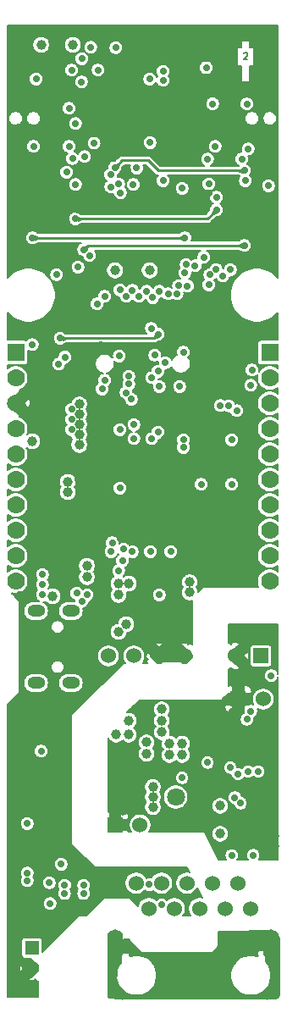
<source format=gbr>
G04 #@! TF.GenerationSoftware,KiCad,Pcbnew,5.1.6-c6e7f7d~87~ubuntu18.04.1*
G04 #@! TF.CreationDate,2022-10-10T13:55:49+03:00*
G04 #@! TF.ProjectId,ESP32-PoE-ISO_Rev_L,45535033-322d-4506-9f45-2d49534f5f52,L*
G04 #@! TF.SameCoordinates,Original*
G04 #@! TF.FileFunction,Copper,L2,Inr*
G04 #@! TF.FilePolarity,Positive*
%FSLAX46Y46*%
G04 Gerber Fmt 4.6, Leading zero omitted, Abs format (unit mm)*
G04 Created by KiCad (PCBNEW 5.1.6-c6e7f7d~87~ubuntu18.04.1) date 2022-10-10 13:55:49*
%MOMM*%
%LPD*%
G01*
G04 APERTURE LIST*
G04 #@! TA.AperFunction,NonConductor*
%ADD10C,0.158750*%
G04 #@! TD*
G04 #@! TA.AperFunction,ViaPad*
%ADD11C,1.524000*%
G04 #@! TD*
G04 #@! TA.AperFunction,ViaPad*
%ADD12R,1.524000X1.524000*%
G04 #@! TD*
G04 #@! TA.AperFunction,ViaPad*
%ADD13C,1.778000*%
G04 #@! TD*
G04 #@! TA.AperFunction,ViaPad*
%ADD14R,1.778000X1.778000*%
G04 #@! TD*
G04 #@! TA.AperFunction,ViaPad*
%ADD15R,0.400000X0.400000*%
G04 #@! TD*
G04 #@! TA.AperFunction,ViaPad*
%ADD16R,1.422400X1.422400*%
G04 #@! TD*
G04 #@! TA.AperFunction,ViaPad*
%ADD17O,1.800000X1.200000*%
G04 #@! TD*
G04 #@! TA.AperFunction,ViaPad*
%ADD18O,1.600000X2.999999*%
G04 #@! TD*
G04 #@! TA.AperFunction,ViaPad*
%ADD19C,1.800000*%
G04 #@! TD*
G04 #@! TA.AperFunction,ViaPad*
%ADD20C,1.500000*%
G04 #@! TD*
G04 #@! TA.AperFunction,ViaPad*
%ADD21C,0.700000*%
G04 #@! TD*
G04 #@! TA.AperFunction,ViaPad*
%ADD22R,1.400000X1.400000*%
G04 #@! TD*
G04 #@! TA.AperFunction,ViaPad*
%ADD23C,1.400000*%
G04 #@! TD*
G04 #@! TA.AperFunction,ViaPad*
%ADD24C,1.000000*%
G04 #@! TD*
G04 #@! TA.AperFunction,ViaPad*
%ADD25C,0.900000*%
G04 #@! TD*
G04 #@! TA.AperFunction,Conductor*
%ADD26C,1.270000*%
G04 #@! TD*
G04 #@! TA.AperFunction,Conductor*
%ADD27C,0.254000*%
G04 #@! TD*
G04 #@! TA.AperFunction,Conductor*
%ADD28C,1.016000*%
G04 #@! TD*
G04 #@! TA.AperFunction,Conductor*
%ADD29C,0.762000*%
G04 #@! TD*
G04 #@! TA.AperFunction,Conductor*
%ADD30C,0.508000*%
G04 #@! TD*
G04 #@! TA.AperFunction,Conductor*
%ADD31C,0.127000*%
G04 #@! TD*
G04 #@! TA.AperFunction,Conductor*
%ADD32C,0.203200*%
G04 #@! TD*
G04 #@! TA.AperFunction,Conductor*
%ADD33C,0.025400*%
G04 #@! TD*
G04 APERTURE END LIST*
D10*
X114245571Y-93311738D02*
X114275809Y-93281500D01*
X114336285Y-93251261D01*
X114487476Y-93251261D01*
X114547952Y-93281500D01*
X114578190Y-93311738D01*
X114608428Y-93372214D01*
X114608428Y-93432690D01*
X114578190Y-93523404D01*
X114215333Y-93886261D01*
X114608428Y-93886261D01*
D11*
X113411000Y-153543000D03*
D12*
X115951000Y-153543000D03*
D11*
X108331000Y-153543000D03*
X105791000Y-153543000D03*
X100711000Y-153543000D03*
X103251000Y-153543000D03*
X103866000Y-170434000D03*
D12*
X101366000Y-170434000D03*
D13*
X116840000Y-146080000D03*
X116840000Y-143540000D03*
X116840000Y-138460000D03*
X116840000Y-141000000D03*
X116840000Y-135920000D03*
X116840000Y-133380000D03*
D14*
X116840000Y-123220000D03*
D13*
X116840000Y-125760000D03*
X116840000Y-128300000D03*
X116840000Y-130840000D03*
X91440000Y-130840000D03*
X91440000Y-128300000D03*
X91440000Y-125760000D03*
D14*
X91440000Y-123220000D03*
D13*
X91440000Y-133380000D03*
X91440000Y-135920000D03*
X91440000Y-141000000D03*
X91440000Y-138460000D03*
X91440000Y-143540000D03*
X91440000Y-146080000D03*
D15*
X106710000Y-137406000D03*
X106710000Y-136406000D03*
X105910000Y-135606000D03*
X104910000Y-135606000D03*
X104110000Y-136406000D03*
X104110000Y-137406000D03*
X104910000Y-138206000D03*
X105910000Y-138206000D03*
D16*
X105410000Y-136906000D03*
D17*
X93476000Y-149054000D03*
X96946000Y-149054000D03*
X96946000Y-156254000D03*
X93476000Y-156254000D03*
D18*
X117000000Y-182393000D03*
X101400000Y-182393000D03*
D11*
X114915000Y-178793000D03*
X113645000Y-176253000D03*
X112375000Y-178793000D03*
X111105000Y-176253000D03*
X109835000Y-178793000D03*
X108565000Y-176253000D03*
X107295000Y-178793000D03*
X106025000Y-176253000D03*
X104755000Y-178793000D03*
X103485000Y-176253000D03*
X116185000Y-157861000D03*
D12*
X113685000Y-157861000D03*
D19*
X107442000Y-167646000D03*
D20*
X102640000Y-98981000D03*
D21*
X101940000Y-97581000D03*
X103340000Y-97581000D03*
X104040000Y-98281000D03*
X104040000Y-99681000D03*
X103340000Y-100381000D03*
X101940000Y-100381000D03*
X101240000Y-99681000D03*
X101240000Y-98281000D03*
D22*
X93070680Y-182740300D03*
D23*
X93073220Y-184769760D03*
D24*
X93091000Y-132080000D03*
X95123000Y-147574000D03*
D21*
X92583000Y-176022000D03*
X92583000Y-175260000D03*
X92583000Y-170307000D03*
X94869000Y-178308000D03*
X94803014Y-176214986D03*
X91821000Y-147447000D03*
X99949000Y-133350000D03*
X97663000Y-135890000D03*
D25*
X106680000Y-146621500D03*
D24*
X107569000Y-147193000D03*
D21*
X117348000Y-94234000D03*
X108966000Y-139785743D03*
X108077000Y-139785743D03*
X109855000Y-139785743D03*
X99060000Y-138049000D03*
D24*
X98679000Y-135572500D03*
D21*
X95250000Y-161480500D03*
X101854000Y-141859000D03*
X110109000Y-131826000D03*
X114173000Y-140208000D03*
X114173000Y-138176000D03*
X115316000Y-145796000D03*
D24*
X111760000Y-142494000D03*
D21*
X91567000Y-157797496D03*
X93599000Y-160655000D03*
D24*
X96520000Y-163957000D03*
X95504000Y-170053000D03*
X95504000Y-169037000D03*
X96520000Y-170053000D03*
X96520000Y-169037000D03*
X96520000Y-171196000D03*
D21*
X93599000Y-159893000D03*
X93599000Y-161480500D03*
X94424500Y-161480500D03*
X98171000Y-154051000D03*
X98171000Y-154813000D03*
X97409000Y-154813000D03*
X96647000Y-154813000D03*
X91186000Y-184150000D03*
X93853000Y-177673000D03*
X92964000Y-178562000D03*
X93853000Y-178562000D03*
D24*
X96520000Y-168021000D03*
X95504000Y-168021000D03*
X95504000Y-167005000D03*
X95504000Y-165989000D03*
X95504000Y-164973000D03*
X96520000Y-164973000D03*
X106553000Y-150749000D03*
X106553000Y-151892000D03*
D21*
X105664000Y-150749000D03*
D24*
X107061000Y-153543000D03*
D21*
X96774000Y-179451000D03*
X106299000Y-131826000D03*
X101340570Y-141256510D03*
X92075000Y-96393000D03*
D24*
X93853000Y-91186000D03*
X110490000Y-91181000D03*
X114427000Y-91186000D03*
X107950000Y-91181000D03*
X105410000Y-91181000D03*
X102870000Y-91181000D03*
X100330000Y-91181000D03*
X97790000Y-91181000D03*
D21*
X99949000Y-119507000D03*
X97663000Y-108966000D03*
X99949000Y-122397010D03*
X109474000Y-103886000D03*
X115443000Y-105029000D03*
D24*
X102498537Y-104904645D03*
D21*
X91694000Y-100711000D03*
X110737084Y-107276396D03*
X94023642Y-98127364D03*
X117348000Y-96520000D03*
X117348000Y-99060000D03*
X117348000Y-101981000D03*
X117348000Y-103505000D03*
X95884997Y-180721003D03*
X116713000Y-121539000D03*
X117348000Y-120650000D03*
X90932000Y-113665000D03*
X90932000Y-114935000D03*
X90932000Y-111125000D03*
X90932000Y-108585000D03*
X90932000Y-106045000D03*
X90932000Y-103505000D03*
X90932000Y-100711000D03*
X90932000Y-109855000D03*
X90932000Y-112395000D03*
X90932000Y-107315000D03*
X90932000Y-104775000D03*
X90932000Y-102235000D03*
X117348000Y-95250000D03*
X117348000Y-97790000D03*
X117348000Y-100584000D03*
D24*
X96647000Y-137160000D03*
X96647000Y-136144000D03*
D21*
X106172000Y-95123000D03*
X111125000Y-98349688D03*
X108473816Y-114426558D03*
X116713000Y-106553000D03*
X114554000Y-98361500D03*
X94107000Y-147447000D03*
X102743000Y-126365000D03*
X102743000Y-125603000D03*
X97028000Y-130937000D03*
X97028000Y-129921000D03*
D24*
X97790000Y-132461000D03*
X97790000Y-131445000D03*
X97790000Y-130429000D03*
X97790000Y-129413000D03*
X108839000Y-147193000D03*
X108839000Y-146177000D03*
X93980000Y-92456000D03*
X97155000Y-92456000D03*
X104828205Y-115004027D03*
D21*
X114681000Y-102870000D03*
D24*
X97790000Y-128397000D03*
D21*
X97028000Y-128905000D03*
D24*
X101351221Y-115004129D03*
D21*
X104902000Y-143129000D03*
X105791000Y-147447000D03*
X93980000Y-163067994D03*
X103091479Y-143129000D03*
X106934000Y-143129000D03*
X95979490Y-174371000D03*
X101727000Y-145034000D03*
X94107000Y-146431000D03*
X98016923Y-96157588D03*
X93472000Y-95885000D03*
X93218000Y-102616000D03*
X93091000Y-122428000D03*
X96774000Y-102611000D03*
X103759000Y-117602000D03*
X99267901Y-102281101D03*
X97663000Y-114681000D03*
X102235000Y-142875000D03*
X94107000Y-145415000D03*
X98044000Y-93853000D03*
X104521000Y-117094000D03*
X101442065Y-92740935D03*
X99665224Y-94982570D03*
X103095155Y-116995845D03*
X105332150Y-123474968D03*
X108204000Y-123190000D03*
X100330000Y-117602000D03*
X97022988Y-94991000D03*
X102489000Y-117602000D03*
X98933000Y-92710000D03*
X106410622Y-124236990D03*
X99568000Y-118364000D03*
X96520000Y-105188112D03*
X115062000Y-124968000D03*
X102480368Y-127243213D03*
X107823000Y-126619000D03*
X95734918Y-124370313D03*
X110744000Y-106360987D03*
X111483610Y-114897258D03*
X111506000Y-108966000D03*
X95885000Y-121793000D03*
X105664000Y-121377962D03*
X97409004Y-109855000D03*
X105791000Y-117093996D03*
X105001995Y-120804005D03*
X101917500Y-107251500D03*
X111887000Y-128523990D03*
X106680000Y-117348000D03*
X97409000Y-106426000D03*
X101735871Y-106380069D03*
X112747155Y-128552845D03*
X105791000Y-126619000D03*
X108077000Y-106807000D03*
X107569000Y-117348000D03*
X103197882Y-106426000D03*
X105029000Y-125730000D03*
X113538000Y-129032000D03*
X103535990Y-104775000D03*
X107725201Y-116522765D03*
X97106584Y-103822506D03*
X101854000Y-116967000D03*
X98331845Y-103631997D03*
X97536000Y-147279360D03*
X98044000Y-148082000D03*
X98552000Y-147447000D03*
X102108000Y-144018000D03*
X108204000Y-132715000D03*
X108204000Y-131953000D03*
X106172000Y-106045000D03*
X100918728Y-105439478D03*
X114300000Y-105029000D03*
X101351642Y-104734826D03*
D24*
X102108000Y-167005000D03*
X102108000Y-165989000D03*
X117284500Y-171577000D03*
X117284500Y-172593000D03*
D21*
X113030000Y-159131000D03*
X109855000Y-158496000D03*
D24*
X108839000Y-158496000D03*
X108839000Y-160782000D03*
X108839000Y-159639000D03*
D21*
X109855000Y-159258000D03*
X109855000Y-160020000D03*
X109855000Y-160782000D03*
D24*
X107696000Y-159639000D03*
X107696000Y-160782000D03*
X107696000Y-158496000D03*
D21*
X101092000Y-167767000D03*
X101092000Y-168529000D03*
X101092000Y-169291000D03*
D24*
X102108000Y-168021000D03*
X102108000Y-169037000D03*
D21*
X113030000Y-159893000D03*
X117348000Y-150749000D03*
X117348000Y-151511000D03*
D24*
X102489000Y-150368000D03*
X101727000Y-151130000D03*
X102743000Y-146304000D03*
X101727000Y-146304000D03*
X101727000Y-147447000D03*
X98552000Y-145669000D03*
X98552000Y-144526000D03*
D21*
X108077000Y-165735000D03*
D24*
X108077000Y-163449000D03*
X108077000Y-162306000D03*
D21*
X113030000Y-173482000D03*
D24*
X111887000Y-168529000D03*
X111887000Y-171323000D03*
D21*
X114964348Y-159067500D03*
X113347500Y-167703500D03*
X113665000Y-165354000D03*
X114681000Y-165100000D03*
X115697000Y-165100000D03*
X115189000Y-173450250D03*
X113918999Y-168275000D03*
X116978940Y-155499566D03*
X104879966Y-102235006D03*
X108340480Y-115242751D03*
X97408988Y-100330000D03*
X104824902Y-95877377D03*
X108615968Y-116559331D03*
X112903000Y-114935000D03*
X110488013Y-94743983D03*
X101790500Y-123571000D03*
X100330005Y-125984000D03*
X98824640Y-113531177D03*
X110252304Y-113679903D03*
X100076000Y-126873000D03*
X114300000Y-112522000D03*
X98220630Y-112945570D03*
X113030000Y-131953000D03*
X113030000Y-136398000D03*
X102997000Y-127889000D03*
X103250997Y-130428997D03*
X105029000Y-131826000D03*
X103251000Y-131826000D03*
X109981990Y-136398000D03*
X114396010Y-106045000D03*
X111506000Y-107696000D03*
X95529400Y-115412010D03*
X110856314Y-115436190D03*
X105664000Y-125095000D03*
X96361993Y-123666999D03*
X111379000Y-102616000D03*
X112141000Y-115570000D03*
X96774000Y-98806000D03*
X106172000Y-96012000D03*
X109378372Y-114532519D03*
X105664000Y-131191000D03*
X101854000Y-130937000D03*
X101854000Y-136779000D03*
X114935000Y-126492000D03*
X110617000Y-103886000D03*
X114046000Y-103886000D03*
X110744000Y-116459000D03*
X105132644Y-117721516D03*
X100953289Y-106647490D03*
X100965006Y-143129000D03*
X98234500Y-177293513D03*
X104775000Y-176402960D03*
X98234500Y-176466500D03*
X106044996Y-178435000D03*
X96329499Y-177294710D03*
X96330699Y-176467699D03*
D24*
X114935000Y-181483000D03*
X102870000Y-182880000D03*
X114935000Y-182880000D03*
X113538000Y-182880000D03*
X112395000Y-185420000D03*
X111125000Y-184150000D03*
X109855000Y-185420000D03*
X117387990Y-185420000D03*
X117387990Y-187387990D03*
X111125000Y-186690000D03*
X108585000Y-186690000D03*
X108585000Y-184150000D03*
X107315000Y-185420000D03*
X106045000Y-186690000D03*
X106045000Y-184150000D03*
X101092000Y-187325000D03*
X101092000Y-185420000D03*
D21*
X101092000Y-142240000D03*
X93121979Y-111760000D03*
X108363502Y-111756863D03*
D24*
X102743000Y-161417000D03*
X102743000Y-160020000D03*
X104521000Y-162179000D03*
X104521000Y-163322000D03*
X106045000Y-158877000D03*
X106045000Y-160020000D03*
X106045000Y-161163000D03*
X101473000Y-161417000D03*
D21*
X110617000Y-164211000D03*
X114554000Y-159892996D03*
X112903000Y-164719000D03*
D24*
X105156000Y-166624000D03*
X105156000Y-167640000D03*
X105156000Y-168656000D03*
X106807000Y-163449000D03*
X106807000Y-162306000D03*
D26*
X108331000Y-153543000D02*
X107061000Y-153543000D01*
X105791000Y-153543000D02*
X107061000Y-153543000D01*
D27*
X105248962Y-121793000D02*
X105664000Y-121377962D01*
X95885000Y-121793000D02*
X105248962Y-121793000D01*
X110617000Y-109855000D02*
X97409004Y-109855000D01*
X111506000Y-108966000D02*
X110617000Y-109855000D01*
X105664000Y-105029000D02*
X104648000Y-104013000D01*
X104648000Y-104013000D02*
X102073468Y-104013000D01*
X102073468Y-104013000D02*
X101351642Y-104734826D01*
X114300000Y-105029000D02*
X105664000Y-105029000D01*
X98644200Y-112522000D02*
X98220630Y-112945570D01*
X114300000Y-112522000D02*
X98644200Y-112522000D01*
D28*
X101092000Y-181746042D02*
X101350521Y-181487521D01*
X117387990Y-181903990D02*
X116967000Y-181483000D01*
X117387990Y-185420000D02*
X117387990Y-181903990D01*
X117387990Y-185420000D02*
X117387990Y-187387990D01*
X114935000Y-181483000D02*
X116967000Y-181483000D01*
D29*
X101473000Y-182880000D02*
X101346000Y-182880000D01*
X102870000Y-182880000D02*
X101473000Y-182880000D01*
D30*
X117387990Y-187387990D02*
X117133990Y-187641990D01*
X117133990Y-187641990D02*
X101408990Y-187641990D01*
X101408990Y-187641990D02*
X101092000Y-187325000D01*
D28*
X101092000Y-185420000D02*
X101092000Y-181746042D01*
D27*
X93121979Y-111760000D02*
X108360365Y-111760000D01*
X108360365Y-111760000D02*
X108363502Y-111756863D01*
D31*
G36*
X117654701Y-115722233D02*
G01*
X117299755Y-115367287D01*
X116855324Y-115070328D01*
X116361499Y-114865779D01*
X115837256Y-114761500D01*
X115302744Y-114761500D01*
X114778501Y-114865779D01*
X114284676Y-115070328D01*
X113840245Y-115367287D01*
X113462287Y-115745245D01*
X113165328Y-116189676D01*
X112960779Y-116683501D01*
X112856500Y-117207744D01*
X112856500Y-117742256D01*
X112960779Y-118266499D01*
X113165328Y-118760324D01*
X113462287Y-119204755D01*
X113840245Y-119582713D01*
X114284676Y-119879672D01*
X114778501Y-120084221D01*
X115302744Y-120188500D01*
X115837256Y-120188500D01*
X116361499Y-120084221D01*
X116855324Y-119879672D01*
X117299755Y-119582713D01*
X117654701Y-119227767D01*
X117654701Y-121960918D01*
X115951000Y-121960918D01*
X115878801Y-121968029D01*
X115809376Y-121989089D01*
X115745393Y-122023288D01*
X115689313Y-122069313D01*
X115643288Y-122125393D01*
X115609089Y-122189376D01*
X115588029Y-122258801D01*
X115580918Y-122331000D01*
X115580918Y-124109000D01*
X115588029Y-124181199D01*
X115609089Y-124250624D01*
X115643288Y-124314607D01*
X115689313Y-124370687D01*
X115745393Y-124416712D01*
X115809376Y-124450911D01*
X115878801Y-124471971D01*
X115951000Y-124479082D01*
X117654701Y-124479082D01*
X117654701Y-124796610D01*
X117641482Y-124783391D01*
X117435555Y-124645795D01*
X117206741Y-124551017D01*
X116963833Y-124502700D01*
X116716167Y-124502700D01*
X116473259Y-124551017D01*
X116244445Y-124645795D01*
X116038518Y-124783391D01*
X115863391Y-124958518D01*
X115767803Y-125101576D01*
X115780300Y-125038746D01*
X115780300Y-124897254D01*
X115752697Y-124758479D01*
X115698550Y-124627757D01*
X115619940Y-124510110D01*
X115519890Y-124410060D01*
X115402243Y-124331450D01*
X115271521Y-124277303D01*
X115132746Y-124249700D01*
X114991254Y-124249700D01*
X114852479Y-124277303D01*
X114721757Y-124331450D01*
X114604110Y-124410060D01*
X114504060Y-124510110D01*
X114425450Y-124627757D01*
X114371303Y-124758479D01*
X114343700Y-124897254D01*
X114343700Y-125038746D01*
X114371303Y-125177521D01*
X114425450Y-125308243D01*
X114504060Y-125425890D01*
X114604110Y-125525940D01*
X114721757Y-125604550D01*
X114852479Y-125658697D01*
X114991254Y-125686300D01*
X115132746Y-125686300D01*
X115271521Y-125658697D01*
X115402243Y-125604550D01*
X115519890Y-125525940D01*
X115619940Y-125425890D01*
X115626470Y-125416117D01*
X115582700Y-125636167D01*
X115582700Y-125883833D01*
X115631017Y-126126741D01*
X115725795Y-126355555D01*
X115863391Y-126561482D01*
X116038518Y-126736609D01*
X116244445Y-126874205D01*
X116473259Y-126968983D01*
X116716167Y-127017300D01*
X116963833Y-127017300D01*
X117206741Y-126968983D01*
X117435555Y-126874205D01*
X117641482Y-126736609D01*
X117654701Y-126723390D01*
X117654701Y-127336610D01*
X117641482Y-127323391D01*
X117435555Y-127185795D01*
X117206741Y-127091017D01*
X116963833Y-127042700D01*
X116716167Y-127042700D01*
X116473259Y-127091017D01*
X116244445Y-127185795D01*
X116038518Y-127323391D01*
X115863391Y-127498518D01*
X115725795Y-127704445D01*
X115631017Y-127933259D01*
X115582700Y-128176167D01*
X115582700Y-128423833D01*
X115631017Y-128666741D01*
X115725795Y-128895555D01*
X115863391Y-129101482D01*
X116038518Y-129276609D01*
X116244445Y-129414205D01*
X116473259Y-129508983D01*
X116716167Y-129557300D01*
X116963833Y-129557300D01*
X117206741Y-129508983D01*
X117435555Y-129414205D01*
X117641482Y-129276609D01*
X117654701Y-129263390D01*
X117654701Y-129876610D01*
X117641482Y-129863391D01*
X117435555Y-129725795D01*
X117206741Y-129631017D01*
X116963833Y-129582700D01*
X116716167Y-129582700D01*
X116473259Y-129631017D01*
X116244445Y-129725795D01*
X116038518Y-129863391D01*
X115863391Y-130038518D01*
X115725795Y-130244445D01*
X115631017Y-130473259D01*
X115582700Y-130716167D01*
X115582700Y-130963833D01*
X115631017Y-131206741D01*
X115725795Y-131435555D01*
X115863391Y-131641482D01*
X116038518Y-131816609D01*
X116244445Y-131954205D01*
X116473259Y-132048983D01*
X116716167Y-132097300D01*
X116963833Y-132097300D01*
X117206741Y-132048983D01*
X117435555Y-131954205D01*
X117641482Y-131816609D01*
X117654701Y-131803390D01*
X117654701Y-132416610D01*
X117641482Y-132403391D01*
X117435555Y-132265795D01*
X117206741Y-132171017D01*
X116963833Y-132122700D01*
X116716167Y-132122700D01*
X116473259Y-132171017D01*
X116244445Y-132265795D01*
X116038518Y-132403391D01*
X115863391Y-132578518D01*
X115725795Y-132784445D01*
X115631017Y-133013259D01*
X115582700Y-133256167D01*
X115582700Y-133503833D01*
X115631017Y-133746741D01*
X115725795Y-133975555D01*
X115863391Y-134181482D01*
X116038518Y-134356609D01*
X116244445Y-134494205D01*
X116473259Y-134588983D01*
X116716167Y-134637300D01*
X116963833Y-134637300D01*
X117206741Y-134588983D01*
X117435555Y-134494205D01*
X117641482Y-134356609D01*
X117654701Y-134343390D01*
X117654701Y-134956610D01*
X117641482Y-134943391D01*
X117435555Y-134805795D01*
X117206741Y-134711017D01*
X116963833Y-134662700D01*
X116716167Y-134662700D01*
X116473259Y-134711017D01*
X116244445Y-134805795D01*
X116038518Y-134943391D01*
X115863391Y-135118518D01*
X115725795Y-135324445D01*
X115631017Y-135553259D01*
X115582700Y-135796167D01*
X115582700Y-136043833D01*
X115631017Y-136286741D01*
X115725795Y-136515555D01*
X115863391Y-136721482D01*
X116038518Y-136896609D01*
X116244445Y-137034205D01*
X116473259Y-137128983D01*
X116716167Y-137177300D01*
X116963833Y-137177300D01*
X117206741Y-137128983D01*
X117435555Y-137034205D01*
X117641482Y-136896609D01*
X117654701Y-136883390D01*
X117654701Y-137496610D01*
X117641482Y-137483391D01*
X117435555Y-137345795D01*
X117206741Y-137251017D01*
X116963833Y-137202700D01*
X116716167Y-137202700D01*
X116473259Y-137251017D01*
X116244445Y-137345795D01*
X116038518Y-137483391D01*
X115863391Y-137658518D01*
X115725795Y-137864445D01*
X115631017Y-138093259D01*
X115582700Y-138336167D01*
X115582700Y-138583833D01*
X115631017Y-138826741D01*
X115725795Y-139055555D01*
X115863391Y-139261482D01*
X116038518Y-139436609D01*
X116244445Y-139574205D01*
X116473259Y-139668983D01*
X116716167Y-139717300D01*
X116963833Y-139717300D01*
X117206741Y-139668983D01*
X117435555Y-139574205D01*
X117641482Y-139436609D01*
X117654700Y-139423391D01*
X117654700Y-140036609D01*
X117641482Y-140023391D01*
X117435555Y-139885795D01*
X117206741Y-139791017D01*
X116963833Y-139742700D01*
X116716167Y-139742700D01*
X116473259Y-139791017D01*
X116244445Y-139885795D01*
X116038518Y-140023391D01*
X115863391Y-140198518D01*
X115725795Y-140404445D01*
X115631017Y-140633259D01*
X115582700Y-140876167D01*
X115582700Y-141123833D01*
X115631017Y-141366741D01*
X115725795Y-141595555D01*
X115863391Y-141801482D01*
X116038518Y-141976609D01*
X116244445Y-142114205D01*
X116473259Y-142208983D01*
X116716167Y-142257300D01*
X116963833Y-142257300D01*
X117206741Y-142208983D01*
X117435555Y-142114205D01*
X117641482Y-141976609D01*
X117654700Y-141963391D01*
X117654700Y-142576609D01*
X117641482Y-142563391D01*
X117435555Y-142425795D01*
X117206741Y-142331017D01*
X116963833Y-142282700D01*
X116716167Y-142282700D01*
X116473259Y-142331017D01*
X116244445Y-142425795D01*
X116038518Y-142563391D01*
X115863391Y-142738518D01*
X115725795Y-142944445D01*
X115631017Y-143173259D01*
X115582700Y-143416167D01*
X115582700Y-143663833D01*
X115631017Y-143906741D01*
X115725795Y-144135555D01*
X115863391Y-144341482D01*
X116038518Y-144516609D01*
X116244445Y-144654205D01*
X116473259Y-144748983D01*
X116716167Y-144797300D01*
X116963833Y-144797300D01*
X117206741Y-144748983D01*
X117435555Y-144654205D01*
X117641482Y-144516609D01*
X117654700Y-144503391D01*
X117654700Y-145116609D01*
X117641482Y-145103391D01*
X117435555Y-144965795D01*
X117206741Y-144871017D01*
X116963833Y-144822700D01*
X116716167Y-144822700D01*
X116473259Y-144871017D01*
X116244445Y-144965795D01*
X116038518Y-145103391D01*
X115863391Y-145278518D01*
X115725795Y-145484445D01*
X115631017Y-145713259D01*
X115582700Y-145956167D01*
X115582700Y-146203833D01*
X115631017Y-146446741D01*
X115703405Y-146621500D01*
X110236000Y-146621500D01*
X110223612Y-146622720D01*
X110211700Y-146626334D01*
X110200721Y-146632202D01*
X110191099Y-146640099D01*
X109707300Y-147123898D01*
X109707300Y-147107480D01*
X109673931Y-146939726D01*
X109608477Y-146781706D01*
X109543860Y-146685000D01*
X109608477Y-146588294D01*
X109673931Y-146430274D01*
X109707300Y-146262520D01*
X109707300Y-146091480D01*
X109673931Y-145923726D01*
X109608477Y-145765706D01*
X109513452Y-145623491D01*
X109392509Y-145502548D01*
X109250294Y-145407523D01*
X109092274Y-145342069D01*
X108924520Y-145308700D01*
X108753480Y-145308700D01*
X108585726Y-145342069D01*
X108427706Y-145407523D01*
X108285491Y-145502548D01*
X108164548Y-145623491D01*
X108069523Y-145765706D01*
X108004069Y-145923726D01*
X107970700Y-146091480D01*
X107970700Y-146262520D01*
X108004069Y-146430274D01*
X108069523Y-146588294D01*
X108134140Y-146685000D01*
X108069523Y-146781706D01*
X108004069Y-146939726D01*
X107970700Y-147107480D01*
X107970700Y-147278520D01*
X108004069Y-147446274D01*
X108069523Y-147604294D01*
X108164548Y-147746509D01*
X108285491Y-147867452D01*
X108427706Y-147962477D01*
X108585726Y-148027931D01*
X108753480Y-148061300D01*
X108924520Y-148061300D01*
X109054900Y-148035365D01*
X109054900Y-152372356D01*
X108874159Y-152191615D01*
X108670656Y-152395118D01*
X108581022Y-152226581D01*
X108319397Y-152203098D01*
X108080978Y-152226581D01*
X107991343Y-152395120D01*
X108331000Y-152734777D01*
X108345143Y-152720635D01*
X109054900Y-153430392D01*
X109054900Y-153655608D01*
X108469008Y-154241500D01*
X108192992Y-154241500D01*
X107508635Y-153557143D01*
X107522777Y-153543000D01*
X107183120Y-153203343D01*
X107061000Y-153268291D01*
X106938880Y-153203343D01*
X106599223Y-153543000D01*
X106613366Y-153557143D01*
X105929008Y-154241500D01*
X105652992Y-154241500D01*
X104968635Y-153557143D01*
X104982777Y-153543000D01*
X104643120Y-153203343D01*
X104474581Y-153292978D01*
X104451098Y-153554603D01*
X104474581Y-153793022D01*
X104643118Y-153882656D01*
X104439615Y-154086159D01*
X104594956Y-154241500D01*
X104143677Y-154241500D01*
X104252659Y-154078398D01*
X104337863Y-153872696D01*
X104381300Y-153654325D01*
X104381300Y-153431675D01*
X104337863Y-153213304D01*
X104252659Y-153007602D01*
X104128961Y-152822476D01*
X103971524Y-152665039D01*
X103786398Y-152541341D01*
X103580696Y-152456137D01*
X103362325Y-152412700D01*
X103139675Y-152412700D01*
X102921304Y-152456137D01*
X102715602Y-152541341D01*
X102530476Y-152665039D01*
X102373039Y-152822476D01*
X102249341Y-153007602D01*
X102164137Y-153213304D01*
X102120700Y-153431675D01*
X102120700Y-153654325D01*
X102164137Y-153872696D01*
X102249341Y-154078398D01*
X102358323Y-154241500D01*
X102235000Y-154241500D01*
X102222612Y-154242720D01*
X102210700Y-154246334D01*
X102199721Y-154252202D01*
X102190099Y-154260099D01*
X96995799Y-159454399D01*
X96987902Y-159464021D01*
X96982034Y-159475000D01*
X96978420Y-159486912D01*
X96977200Y-159499300D01*
X96977200Y-172326300D01*
X96978559Y-172339368D01*
X96982303Y-172351240D01*
X96988290Y-172362154D01*
X96996292Y-172371689D01*
X99345792Y-174670389D01*
X99354921Y-174677798D01*
X99365900Y-174683666D01*
X99377812Y-174687280D01*
X99390200Y-174688500D01*
X108596668Y-174688500D01*
X108830613Y-175153390D01*
X108676325Y-175122700D01*
X108453675Y-175122700D01*
X108235304Y-175166137D01*
X108029602Y-175251341D01*
X107844476Y-175375039D01*
X107687039Y-175532476D01*
X107563341Y-175717602D01*
X107478137Y-175923304D01*
X107434700Y-176141675D01*
X107434700Y-176364325D01*
X107478137Y-176582696D01*
X107563341Y-176788398D01*
X107687039Y-176973524D01*
X107844476Y-177130961D01*
X108029602Y-177254659D01*
X108235304Y-177339863D01*
X108453675Y-177383300D01*
X108676325Y-177383300D01*
X108894696Y-177339863D01*
X109100398Y-177254659D01*
X109285524Y-177130961D01*
X109442961Y-176973524D01*
X109566659Y-176788398D01*
X109605817Y-176693861D01*
X110109717Y-177695201D01*
X109946325Y-177662700D01*
X109723675Y-177662700D01*
X109505304Y-177706137D01*
X109299602Y-177791341D01*
X109114476Y-177915039D01*
X108957039Y-178072476D01*
X108833341Y-178257602D01*
X108748137Y-178463304D01*
X108704700Y-178681675D01*
X108704700Y-178904325D01*
X108748137Y-179122696D01*
X108833341Y-179328398D01*
X108957039Y-179513524D01*
X108958015Y-179514500D01*
X108171985Y-179514500D01*
X108172961Y-179513524D01*
X108296659Y-179328398D01*
X108381863Y-179122696D01*
X108425300Y-178904325D01*
X108425300Y-178681675D01*
X108381863Y-178463304D01*
X108296659Y-178257602D01*
X108172961Y-178072476D01*
X108015524Y-177915039D01*
X107830398Y-177791341D01*
X107624696Y-177706137D01*
X107406325Y-177662700D01*
X107183675Y-177662700D01*
X106965304Y-177706137D01*
X106759602Y-177791341D01*
X106574476Y-177915039D01*
X106557671Y-177931845D01*
X106502886Y-177877060D01*
X106385239Y-177798450D01*
X106254517Y-177744303D01*
X106115742Y-177716700D01*
X105974250Y-177716700D01*
X105835475Y-177744303D01*
X105704753Y-177798450D01*
X105587106Y-177877060D01*
X105512326Y-177951841D01*
X105475524Y-177915039D01*
X105290398Y-177791341D01*
X105084696Y-177706137D01*
X104866325Y-177662700D01*
X104643675Y-177662700D01*
X104425304Y-177706137D01*
X104219602Y-177791341D01*
X104034476Y-177915039D01*
X103877039Y-178072476D01*
X103753341Y-178257602D01*
X103668137Y-178463304D01*
X103639595Y-178606793D01*
X102787901Y-177755099D01*
X102778279Y-177747202D01*
X102767300Y-177741334D01*
X102755388Y-177737720D01*
X102743000Y-177736500D01*
X100330000Y-177736500D01*
X100317612Y-177737720D01*
X100305700Y-177741334D01*
X100294721Y-177747202D01*
X100285099Y-177755099D01*
X98525698Y-179514500D01*
X97790000Y-179514500D01*
X97777612Y-179515720D01*
X97765700Y-179519334D01*
X97754721Y-179525202D01*
X97745099Y-179533099D01*
X94140762Y-183137436D01*
X94140762Y-182040300D01*
X94133651Y-181968101D01*
X94112591Y-181898676D01*
X94078392Y-181834693D01*
X94032367Y-181778613D01*
X93976287Y-181732588D01*
X93912304Y-181698389D01*
X93842879Y-181677329D01*
X93770680Y-181670218D01*
X92370680Y-181670218D01*
X92298481Y-181677329D01*
X92229056Y-181698389D01*
X92165073Y-181732588D01*
X92108993Y-181778613D01*
X92062968Y-181834693D01*
X92028769Y-181898676D01*
X92007709Y-181968101D01*
X92000598Y-182040300D01*
X92000598Y-183440300D01*
X92007709Y-183512499D01*
X92028769Y-183581924D01*
X92062968Y-183645907D01*
X92108993Y-183701987D01*
X92165073Y-183748012D01*
X92229056Y-183782211D01*
X92298481Y-183803271D01*
X92370680Y-183810382D01*
X92922065Y-183810382D01*
X93073220Y-183961537D01*
X93087363Y-183947395D01*
X93662500Y-184522532D01*
X93662500Y-185016988D01*
X93087363Y-185592126D01*
X93073220Y-185577983D01*
X92784112Y-185867091D01*
X92863906Y-186030150D01*
X93113818Y-186046767D01*
X93282534Y-186030150D01*
X93362327Y-185867093D01*
X93572326Y-186077092D01*
X93662500Y-185986918D01*
X93662500Y-187654700D01*
X90645300Y-187654700D01*
X90645300Y-184810358D01*
X91796213Y-184810358D01*
X91812830Y-184979074D01*
X91975889Y-185058868D01*
X92264997Y-184769760D01*
X91975889Y-184480652D01*
X91812830Y-184560446D01*
X91796213Y-184810358D01*
X90645300Y-184810358D01*
X90645300Y-178237254D01*
X94150700Y-178237254D01*
X94150700Y-178378746D01*
X94178303Y-178517521D01*
X94232450Y-178648243D01*
X94311060Y-178765890D01*
X94411110Y-178865940D01*
X94528757Y-178944550D01*
X94659479Y-178998697D01*
X94798254Y-179026300D01*
X94939746Y-179026300D01*
X95078521Y-178998697D01*
X95209243Y-178944550D01*
X95326890Y-178865940D01*
X95426940Y-178765890D01*
X95505550Y-178648243D01*
X95559697Y-178517521D01*
X95587300Y-178378746D01*
X95587300Y-178237254D01*
X95559697Y-178098479D01*
X95505550Y-177967757D01*
X95426940Y-177850110D01*
X95326890Y-177750060D01*
X95209243Y-177671450D01*
X95078521Y-177617303D01*
X94939746Y-177589700D01*
X94798254Y-177589700D01*
X94659479Y-177617303D01*
X94528757Y-177671450D01*
X94411110Y-177750060D01*
X94311060Y-177850110D01*
X94232450Y-177967757D01*
X94178303Y-178098479D01*
X94150700Y-178237254D01*
X90645300Y-178237254D01*
X90645300Y-177223964D01*
X95611199Y-177223964D01*
X95611199Y-177365456D01*
X95638802Y-177504231D01*
X95692949Y-177634953D01*
X95771559Y-177752600D01*
X95871609Y-177852650D01*
X95989256Y-177931260D01*
X96119978Y-177985407D01*
X96258753Y-178013010D01*
X96400245Y-178013010D01*
X96539020Y-177985407D01*
X96669742Y-177931260D01*
X96787389Y-177852650D01*
X96887439Y-177752600D01*
X96966049Y-177634953D01*
X97020196Y-177504231D01*
X97047799Y-177365456D01*
X97047799Y-177223964D01*
X97020196Y-177085189D01*
X96966049Y-176954467D01*
X96917696Y-176882102D01*
X96967249Y-176807942D01*
X97021396Y-176677220D01*
X97048999Y-176538445D01*
X97048999Y-176396953D01*
X97048761Y-176395754D01*
X97516200Y-176395754D01*
X97516200Y-176537246D01*
X97543803Y-176676021D01*
X97597950Y-176806743D01*
X97646904Y-176880007D01*
X97597950Y-176953270D01*
X97543803Y-177083992D01*
X97516200Y-177222767D01*
X97516200Y-177364259D01*
X97543803Y-177503034D01*
X97597950Y-177633756D01*
X97676560Y-177751403D01*
X97776610Y-177851453D01*
X97894257Y-177930063D01*
X98024979Y-177984210D01*
X98163754Y-178011813D01*
X98305246Y-178011813D01*
X98444021Y-177984210D01*
X98574743Y-177930063D01*
X98692390Y-177851453D01*
X98792440Y-177751403D01*
X98871050Y-177633756D01*
X98925197Y-177503034D01*
X98952800Y-177364259D01*
X98952800Y-177222767D01*
X98925197Y-177083992D01*
X98871050Y-176953270D01*
X98822096Y-176880007D01*
X98871050Y-176806743D01*
X98925197Y-176676021D01*
X98952800Y-176537246D01*
X98952800Y-176395754D01*
X98925197Y-176256979D01*
X98877437Y-176141675D01*
X102354700Y-176141675D01*
X102354700Y-176364325D01*
X102398137Y-176582696D01*
X102483341Y-176788398D01*
X102607039Y-176973524D01*
X102764476Y-177130961D01*
X102949602Y-177254659D01*
X103155304Y-177339863D01*
X103373675Y-177383300D01*
X103596325Y-177383300D01*
X103814696Y-177339863D01*
X104020398Y-177254659D01*
X104205524Y-177130961D01*
X104352163Y-176984322D01*
X104434757Y-177039510D01*
X104565479Y-177093657D01*
X104704254Y-177121260D01*
X104845746Y-177121260D01*
X104984521Y-177093657D01*
X105115243Y-177039510D01*
X105173859Y-177000344D01*
X105304476Y-177130961D01*
X105489602Y-177254659D01*
X105695304Y-177339863D01*
X105913675Y-177383300D01*
X106136325Y-177383300D01*
X106354696Y-177339863D01*
X106560398Y-177254659D01*
X106745524Y-177130961D01*
X106902961Y-176973524D01*
X107026659Y-176788398D01*
X107111863Y-176582696D01*
X107155300Y-176364325D01*
X107155300Y-176141675D01*
X107111863Y-175923304D01*
X107026659Y-175717602D01*
X106902961Y-175532476D01*
X106745524Y-175375039D01*
X106560398Y-175251341D01*
X106354696Y-175166137D01*
X106136325Y-175122700D01*
X105913675Y-175122700D01*
X105695304Y-175166137D01*
X105489602Y-175251341D01*
X105304476Y-175375039D01*
X105147039Y-175532476D01*
X105023341Y-175717602D01*
X105019544Y-175726770D01*
X104984521Y-175712263D01*
X104845746Y-175684660D01*
X104704254Y-175684660D01*
X104565479Y-175712263D01*
X104496314Y-175740912D01*
X104486659Y-175717602D01*
X104362961Y-175532476D01*
X104205524Y-175375039D01*
X104020398Y-175251341D01*
X103814696Y-175166137D01*
X103596325Y-175122700D01*
X103373675Y-175122700D01*
X103155304Y-175166137D01*
X102949602Y-175251341D01*
X102764476Y-175375039D01*
X102607039Y-175532476D01*
X102483341Y-175717602D01*
X102398137Y-175923304D01*
X102354700Y-176141675D01*
X98877437Y-176141675D01*
X98871050Y-176126257D01*
X98792440Y-176008610D01*
X98692390Y-175908560D01*
X98574743Y-175829950D01*
X98444021Y-175775803D01*
X98305246Y-175748200D01*
X98163754Y-175748200D01*
X98024979Y-175775803D01*
X97894257Y-175829950D01*
X97776610Y-175908560D01*
X97676560Y-176008610D01*
X97597950Y-176126257D01*
X97543803Y-176256979D01*
X97516200Y-176395754D01*
X97048761Y-176395754D01*
X97021396Y-176258178D01*
X96967249Y-176127456D01*
X96888639Y-176009809D01*
X96788589Y-175909759D01*
X96670942Y-175831149D01*
X96540220Y-175777002D01*
X96401445Y-175749399D01*
X96259953Y-175749399D01*
X96121178Y-175777002D01*
X95990456Y-175831149D01*
X95872809Y-175909759D01*
X95772759Y-176009809D01*
X95694149Y-176127456D01*
X95640002Y-176258178D01*
X95612399Y-176396953D01*
X95612399Y-176538445D01*
X95640002Y-176677220D01*
X95694149Y-176807942D01*
X95742502Y-176880307D01*
X95692949Y-176954467D01*
X95638802Y-177085189D01*
X95611199Y-177223964D01*
X90645300Y-177223964D01*
X90645300Y-175189254D01*
X91864700Y-175189254D01*
X91864700Y-175330746D01*
X91892303Y-175469521D01*
X91946450Y-175600243D01*
X91973683Y-175641000D01*
X91946450Y-175681757D01*
X91892303Y-175812479D01*
X91864700Y-175951254D01*
X91864700Y-176092746D01*
X91892303Y-176231521D01*
X91946450Y-176362243D01*
X92025060Y-176479890D01*
X92125110Y-176579940D01*
X92242757Y-176658550D01*
X92373479Y-176712697D01*
X92512254Y-176740300D01*
X92653746Y-176740300D01*
X92792521Y-176712697D01*
X92923243Y-176658550D01*
X93040890Y-176579940D01*
X93140940Y-176479890D01*
X93219550Y-176362243D01*
X93273697Y-176231521D01*
X93291057Y-176144240D01*
X94084714Y-176144240D01*
X94084714Y-176285732D01*
X94112317Y-176424507D01*
X94166464Y-176555229D01*
X94245074Y-176672876D01*
X94345124Y-176772926D01*
X94462771Y-176851536D01*
X94593493Y-176905683D01*
X94732268Y-176933286D01*
X94873760Y-176933286D01*
X95012535Y-176905683D01*
X95143257Y-176851536D01*
X95260904Y-176772926D01*
X95360954Y-176672876D01*
X95439564Y-176555229D01*
X95493711Y-176424507D01*
X95521314Y-176285732D01*
X95521314Y-176144240D01*
X95493711Y-176005465D01*
X95439564Y-175874743D01*
X95360954Y-175757096D01*
X95260904Y-175657046D01*
X95143257Y-175578436D01*
X95012535Y-175524289D01*
X94873760Y-175496686D01*
X94732268Y-175496686D01*
X94593493Y-175524289D01*
X94462771Y-175578436D01*
X94345124Y-175657046D01*
X94245074Y-175757096D01*
X94166464Y-175874743D01*
X94112317Y-176005465D01*
X94084714Y-176144240D01*
X93291057Y-176144240D01*
X93301300Y-176092746D01*
X93301300Y-175951254D01*
X93273697Y-175812479D01*
X93219550Y-175681757D01*
X93192317Y-175641000D01*
X93219550Y-175600243D01*
X93273697Y-175469521D01*
X93301300Y-175330746D01*
X93301300Y-175189254D01*
X93273697Y-175050479D01*
X93219550Y-174919757D01*
X93140940Y-174802110D01*
X93040890Y-174702060D01*
X92923243Y-174623450D01*
X92792521Y-174569303D01*
X92653746Y-174541700D01*
X92512254Y-174541700D01*
X92373479Y-174569303D01*
X92242757Y-174623450D01*
X92125110Y-174702060D01*
X92025060Y-174802110D01*
X91946450Y-174919757D01*
X91892303Y-175050479D01*
X91864700Y-175189254D01*
X90645300Y-175189254D01*
X90645300Y-174300254D01*
X95261190Y-174300254D01*
X95261190Y-174441746D01*
X95288793Y-174580521D01*
X95342940Y-174711243D01*
X95421550Y-174828890D01*
X95521600Y-174928940D01*
X95639247Y-175007550D01*
X95769969Y-175061697D01*
X95908744Y-175089300D01*
X96050236Y-175089300D01*
X96189011Y-175061697D01*
X96319733Y-175007550D01*
X96437380Y-174928940D01*
X96537430Y-174828890D01*
X96616040Y-174711243D01*
X96670187Y-174580521D01*
X96697790Y-174441746D01*
X96697790Y-174300254D01*
X96670187Y-174161479D01*
X96616040Y-174030757D01*
X96537430Y-173913110D01*
X96437380Y-173813060D01*
X96319733Y-173734450D01*
X96189011Y-173680303D01*
X96050236Y-173652700D01*
X95908744Y-173652700D01*
X95769969Y-173680303D01*
X95639247Y-173734450D01*
X95521600Y-173813060D01*
X95421550Y-173913110D01*
X95342940Y-174030757D01*
X95288793Y-174161479D01*
X95261190Y-174300254D01*
X90645300Y-174300254D01*
X90645300Y-170236254D01*
X91864700Y-170236254D01*
X91864700Y-170377746D01*
X91892303Y-170516521D01*
X91946450Y-170647243D01*
X92025060Y-170764890D01*
X92125110Y-170864940D01*
X92242757Y-170943550D01*
X92373479Y-170997697D01*
X92512254Y-171025300D01*
X92653746Y-171025300D01*
X92792521Y-170997697D01*
X92923243Y-170943550D01*
X93040890Y-170864940D01*
X93140940Y-170764890D01*
X93219550Y-170647243D01*
X93273697Y-170516521D01*
X93301300Y-170377746D01*
X93301300Y-170236254D01*
X93273697Y-170097479D01*
X93219550Y-169966757D01*
X93140940Y-169849110D01*
X93040890Y-169749060D01*
X92923243Y-169670450D01*
X92792521Y-169616303D01*
X92653746Y-169588700D01*
X92512254Y-169588700D01*
X92373479Y-169616303D01*
X92242757Y-169670450D01*
X92125110Y-169749060D01*
X92025060Y-169849110D01*
X91946450Y-169966757D01*
X91892303Y-170097479D01*
X91864700Y-170236254D01*
X90645300Y-170236254D01*
X90645300Y-162997248D01*
X93261700Y-162997248D01*
X93261700Y-163138740D01*
X93289303Y-163277515D01*
X93343450Y-163408237D01*
X93422060Y-163525884D01*
X93522110Y-163625934D01*
X93639757Y-163704544D01*
X93770479Y-163758691D01*
X93909254Y-163786294D01*
X94050746Y-163786294D01*
X94189521Y-163758691D01*
X94320243Y-163704544D01*
X94437890Y-163625934D01*
X94537940Y-163525884D01*
X94616550Y-163408237D01*
X94670697Y-163277515D01*
X94698300Y-163138740D01*
X94698300Y-162997248D01*
X94670697Y-162858473D01*
X94616550Y-162727751D01*
X94537940Y-162610104D01*
X94437890Y-162510054D01*
X94320243Y-162431444D01*
X94189521Y-162377297D01*
X94050746Y-162349694D01*
X93909254Y-162349694D01*
X93770479Y-162377297D01*
X93639757Y-162431444D01*
X93522110Y-162510054D01*
X93422060Y-162610104D01*
X93343450Y-162727751D01*
X93289303Y-162858473D01*
X93261700Y-162997248D01*
X90645300Y-162997248D01*
X90645300Y-158405159D01*
X91683030Y-157367430D01*
X91701924Y-157351924D01*
X91723526Y-157325602D01*
X91763819Y-157276506D01*
X91809810Y-157190461D01*
X91809811Y-157190460D01*
X91838133Y-157097096D01*
X91845300Y-157024327D01*
X91845300Y-157024318D01*
X91847695Y-157000001D01*
X91845300Y-156975684D01*
X91845300Y-156254000D01*
X92203015Y-156254000D01*
X92221711Y-156443820D01*
X92277079Y-156626345D01*
X92366993Y-156794562D01*
X92487996Y-156942004D01*
X92635438Y-157063007D01*
X92803655Y-157152921D01*
X92986180Y-157208289D01*
X93128433Y-157222300D01*
X93823567Y-157222300D01*
X93965820Y-157208289D01*
X94148345Y-157152921D01*
X94316562Y-157063007D01*
X94464004Y-156942004D01*
X94585007Y-156794562D01*
X94674921Y-156626345D01*
X94730289Y-156443820D01*
X94748985Y-156254000D01*
X95673015Y-156254000D01*
X95691711Y-156443820D01*
X95747079Y-156626345D01*
X95836993Y-156794562D01*
X95957996Y-156942004D01*
X96105438Y-157063007D01*
X96273655Y-157152921D01*
X96456180Y-157208289D01*
X96598433Y-157222300D01*
X97293567Y-157222300D01*
X97435820Y-157208289D01*
X97618345Y-157152921D01*
X97786562Y-157063007D01*
X97934004Y-156942004D01*
X98055007Y-156794562D01*
X98144921Y-156626345D01*
X98200289Y-156443820D01*
X98218985Y-156254000D01*
X98200289Y-156064180D01*
X98144921Y-155881655D01*
X98055007Y-155713438D01*
X97934004Y-155565996D01*
X97786562Y-155444993D01*
X97618345Y-155355079D01*
X97435820Y-155299711D01*
X97293567Y-155285700D01*
X96598433Y-155285700D01*
X96456180Y-155299711D01*
X96273655Y-155355079D01*
X96105438Y-155444993D01*
X95957996Y-155565996D01*
X95836993Y-155713438D01*
X95747079Y-155881655D01*
X95691711Y-156064180D01*
X95673015Y-156254000D01*
X94748985Y-156254000D01*
X94730289Y-156064180D01*
X94674921Y-155881655D01*
X94585007Y-155713438D01*
X94464004Y-155565996D01*
X94316562Y-155444993D01*
X94148345Y-155355079D01*
X93965820Y-155299711D01*
X93823567Y-155285700D01*
X93128433Y-155285700D01*
X92986180Y-155299711D01*
X92803655Y-155355079D01*
X92635438Y-155444993D01*
X92487996Y-155565996D01*
X92366993Y-155713438D01*
X92277079Y-155881655D01*
X92221711Y-156064180D01*
X92203015Y-156254000D01*
X91845300Y-156254000D01*
X91845300Y-154588178D01*
X94957700Y-154588178D01*
X94957700Y-154719822D01*
X94983382Y-154848936D01*
X95033760Y-154970559D01*
X95106897Y-155080017D01*
X95199983Y-155173103D01*
X95309441Y-155246240D01*
X95431064Y-155296618D01*
X95560178Y-155322300D01*
X95691822Y-155322300D01*
X95820936Y-155296618D01*
X95942559Y-155246240D01*
X96052017Y-155173103D01*
X96145103Y-155080017D01*
X96218240Y-154970559D01*
X96268618Y-154848936D01*
X96294300Y-154719822D01*
X96294300Y-154588178D01*
X96268618Y-154459064D01*
X96218240Y-154337441D01*
X96145103Y-154227983D01*
X96052017Y-154134897D01*
X95942559Y-154061760D01*
X95820936Y-154011382D01*
X95691822Y-153985700D01*
X95560178Y-153985700D01*
X95431064Y-154011382D01*
X95309441Y-154061760D01*
X95199983Y-154134897D01*
X95106897Y-154227983D01*
X95033760Y-154337441D01*
X94983382Y-154459064D01*
X94957700Y-154588178D01*
X91845300Y-154588178D01*
X91845300Y-153431675D01*
X99580700Y-153431675D01*
X99580700Y-153654325D01*
X99624137Y-153872696D01*
X99709341Y-154078398D01*
X99833039Y-154263524D01*
X99990476Y-154420961D01*
X100175602Y-154544659D01*
X100381304Y-154629863D01*
X100599675Y-154673300D01*
X100822325Y-154673300D01*
X101040696Y-154629863D01*
X101246398Y-154544659D01*
X101431524Y-154420961D01*
X101588961Y-154263524D01*
X101712659Y-154078398D01*
X101797863Y-153872696D01*
X101841300Y-153654325D01*
X101841300Y-153431675D01*
X101797863Y-153213304D01*
X101712659Y-153007602D01*
X101588961Y-152822476D01*
X101431524Y-152665039D01*
X101246398Y-152541341D01*
X101040696Y-152456137D01*
X100822325Y-152412700D01*
X100599675Y-152412700D01*
X100381304Y-152456137D01*
X100175602Y-152541341D01*
X99990476Y-152665039D01*
X99833039Y-152822476D01*
X99709341Y-153007602D01*
X99624137Y-153213304D01*
X99580700Y-153431675D01*
X91845300Y-153431675D01*
X91845300Y-152395120D01*
X105451343Y-152395120D01*
X105791000Y-152734777D01*
X106130657Y-152395120D01*
X106041022Y-152226581D01*
X105779397Y-152203098D01*
X105540978Y-152226581D01*
X105451343Y-152395120D01*
X91845300Y-152395120D01*
X91845300Y-150588178D01*
X94957700Y-150588178D01*
X94957700Y-150719822D01*
X94983382Y-150848936D01*
X95033760Y-150970559D01*
X95106897Y-151080017D01*
X95199983Y-151173103D01*
X95309441Y-151246240D01*
X95431064Y-151296618D01*
X95560178Y-151322300D01*
X95691822Y-151322300D01*
X95820936Y-151296618D01*
X95942559Y-151246240D01*
X96052017Y-151173103D01*
X96145103Y-151080017D01*
X96168847Y-151044480D01*
X100858700Y-151044480D01*
X100858700Y-151215520D01*
X100892069Y-151383274D01*
X100957523Y-151541294D01*
X101052548Y-151683509D01*
X101173491Y-151804452D01*
X101315706Y-151899477D01*
X101473726Y-151964931D01*
X101641480Y-151998300D01*
X101812520Y-151998300D01*
X101980274Y-151964931D01*
X102138294Y-151899477D01*
X102280509Y-151804452D01*
X102401452Y-151683509D01*
X102496477Y-151541294D01*
X102561931Y-151383274D01*
X102591852Y-151232852D01*
X102742274Y-151202931D01*
X102900294Y-151137477D01*
X103042509Y-151042452D01*
X103163452Y-150921509D01*
X103258477Y-150779294D01*
X103323931Y-150621274D01*
X103357300Y-150453520D01*
X103357300Y-150282480D01*
X103323931Y-150114726D01*
X103258477Y-149956706D01*
X103163452Y-149814491D01*
X103042509Y-149693548D01*
X102900294Y-149598523D01*
X102742274Y-149533069D01*
X102574520Y-149499700D01*
X102403480Y-149499700D01*
X102235726Y-149533069D01*
X102077706Y-149598523D01*
X101935491Y-149693548D01*
X101814548Y-149814491D01*
X101719523Y-149956706D01*
X101654069Y-150114726D01*
X101624148Y-150265148D01*
X101473726Y-150295069D01*
X101315706Y-150360523D01*
X101173491Y-150455548D01*
X101052548Y-150576491D01*
X100957523Y-150718706D01*
X100892069Y-150876726D01*
X100858700Y-151044480D01*
X96168847Y-151044480D01*
X96218240Y-150970559D01*
X96268618Y-150848936D01*
X96294300Y-150719822D01*
X96294300Y-150588178D01*
X96268618Y-150459064D01*
X96218240Y-150337441D01*
X96145103Y-150227983D01*
X96052017Y-150134897D01*
X95942559Y-150061760D01*
X95820936Y-150011382D01*
X95691822Y-149985700D01*
X95560178Y-149985700D01*
X95431064Y-150011382D01*
X95309441Y-150061760D01*
X95199983Y-150134897D01*
X95106897Y-150227983D01*
X95033760Y-150337441D01*
X94983382Y-150459064D01*
X94957700Y-150588178D01*
X91845300Y-150588178D01*
X91845300Y-149054000D01*
X92203015Y-149054000D01*
X92221711Y-149243820D01*
X92277079Y-149426345D01*
X92366993Y-149594562D01*
X92487996Y-149742004D01*
X92635438Y-149863007D01*
X92803655Y-149952921D01*
X92986180Y-150008289D01*
X93128433Y-150022300D01*
X93823567Y-150022300D01*
X93965820Y-150008289D01*
X94148345Y-149952921D01*
X94316562Y-149863007D01*
X94464004Y-149742004D01*
X94585007Y-149594562D01*
X94674921Y-149426345D01*
X94730289Y-149243820D01*
X94748985Y-149054000D01*
X95673015Y-149054000D01*
X95691711Y-149243820D01*
X95747079Y-149426345D01*
X95836993Y-149594562D01*
X95957996Y-149742004D01*
X96105438Y-149863007D01*
X96273655Y-149952921D01*
X96456180Y-150008289D01*
X96598433Y-150022300D01*
X97293567Y-150022300D01*
X97435820Y-150008289D01*
X97618345Y-149952921D01*
X97786562Y-149863007D01*
X97934004Y-149742004D01*
X98055007Y-149594562D01*
X98144921Y-149426345D01*
X98200289Y-149243820D01*
X98218985Y-149054000D01*
X98200289Y-148864180D01*
X98177146Y-148787888D01*
X98253521Y-148772697D01*
X98384243Y-148718550D01*
X98501890Y-148639940D01*
X98601940Y-148539890D01*
X98680550Y-148422243D01*
X98734697Y-148291521D01*
X98762300Y-148152746D01*
X98762300Y-148137374D01*
X98892243Y-148083550D01*
X99009890Y-148004940D01*
X99109940Y-147904890D01*
X99188550Y-147787243D01*
X99242697Y-147656521D01*
X99270300Y-147517746D01*
X99270300Y-147376254D01*
X99242697Y-147237479D01*
X99188550Y-147106757D01*
X99109940Y-146989110D01*
X99009890Y-146889060D01*
X98892243Y-146810450D01*
X98761521Y-146756303D01*
X98622746Y-146728700D01*
X98481254Y-146728700D01*
X98342479Y-146756303D01*
X98211757Y-146810450D01*
X98125215Y-146868276D01*
X98093940Y-146821470D01*
X97993890Y-146721420D01*
X97876243Y-146642810D01*
X97745521Y-146588663D01*
X97606746Y-146561060D01*
X97465254Y-146561060D01*
X97326479Y-146588663D01*
X97195757Y-146642810D01*
X97078110Y-146721420D01*
X96978060Y-146821470D01*
X96899450Y-146939117D01*
X96845303Y-147069839D01*
X96817700Y-147208614D01*
X96817700Y-147350106D01*
X96845303Y-147488881D01*
X96899450Y-147619603D01*
X96978060Y-147737250D01*
X97078110Y-147837300D01*
X97195757Y-147915910D01*
X97326479Y-147970057D01*
X97333612Y-147971476D01*
X97325700Y-148011254D01*
X97325700Y-148088865D01*
X97293567Y-148085700D01*
X96598433Y-148085700D01*
X96456180Y-148099711D01*
X96273655Y-148155079D01*
X96105438Y-148244993D01*
X95957996Y-148365996D01*
X95836993Y-148513438D01*
X95747079Y-148681655D01*
X95691711Y-148864180D01*
X95673015Y-149054000D01*
X94748985Y-149054000D01*
X94730289Y-148864180D01*
X94674921Y-148681655D01*
X94585007Y-148513438D01*
X94464004Y-148365996D01*
X94316562Y-148244993D01*
X94167467Y-148165300D01*
X94177746Y-148165300D01*
X94316521Y-148137697D01*
X94425260Y-148092656D01*
X94448548Y-148127509D01*
X94569491Y-148248452D01*
X94711706Y-148343477D01*
X94869726Y-148408931D01*
X95037480Y-148442300D01*
X95208520Y-148442300D01*
X95376274Y-148408931D01*
X95534294Y-148343477D01*
X95676509Y-148248452D01*
X95797452Y-148127509D01*
X95892477Y-147985294D01*
X95957931Y-147827274D01*
X95991300Y-147659520D01*
X95991300Y-147488480D01*
X95957931Y-147320726D01*
X95892477Y-147162706D01*
X95797452Y-147020491D01*
X95676509Y-146899548D01*
X95534294Y-146804523D01*
X95376274Y-146739069D01*
X95208520Y-146705700D01*
X95037480Y-146705700D01*
X94869726Y-146739069D01*
X94724989Y-146799021D01*
X94743550Y-146771243D01*
X94797697Y-146640521D01*
X94825300Y-146501746D01*
X94825300Y-146360254D01*
X94797697Y-146221479D01*
X94743550Y-146090757D01*
X94664940Y-145973110D01*
X94614830Y-145923000D01*
X94664940Y-145872890D01*
X94743550Y-145755243D01*
X94797697Y-145624521D01*
X94825300Y-145485746D01*
X94825300Y-145344254D01*
X94797697Y-145205479D01*
X94743550Y-145074757D01*
X94664940Y-144957110D01*
X94564890Y-144857060D01*
X94447243Y-144778450D01*
X94316521Y-144724303D01*
X94177746Y-144696700D01*
X94036254Y-144696700D01*
X93897479Y-144724303D01*
X93766757Y-144778450D01*
X93649110Y-144857060D01*
X93549060Y-144957110D01*
X93470450Y-145074757D01*
X93416303Y-145205479D01*
X93388700Y-145344254D01*
X93388700Y-145485746D01*
X93416303Y-145624521D01*
X93470450Y-145755243D01*
X93549060Y-145872890D01*
X93599170Y-145923000D01*
X93549060Y-145973110D01*
X93470450Y-146090757D01*
X93416303Y-146221479D01*
X93388700Y-146360254D01*
X93388700Y-146501746D01*
X93416303Y-146640521D01*
X93470450Y-146771243D01*
X93549060Y-146888890D01*
X93599170Y-146939000D01*
X93549060Y-146989110D01*
X93470450Y-147106757D01*
X93416303Y-147237479D01*
X93388700Y-147376254D01*
X93388700Y-147517746D01*
X93416303Y-147656521D01*
X93470450Y-147787243D01*
X93549060Y-147904890D01*
X93649110Y-148004940D01*
X93766757Y-148083550D01*
X93771948Y-148085700D01*
X93128433Y-148085700D01*
X92986180Y-148099711D01*
X92803655Y-148155079D01*
X92635438Y-148244993D01*
X92487996Y-148365996D01*
X92366993Y-148513438D01*
X92277079Y-148681655D01*
X92221711Y-148864180D01*
X92203015Y-149054000D01*
X91845300Y-149054000D01*
X91845300Y-148324316D01*
X91847695Y-148299999D01*
X91845300Y-148275682D01*
X91845300Y-148275673D01*
X91838133Y-148202904D01*
X91809811Y-148109540D01*
X91784026Y-148061300D01*
X91763819Y-148023494D01*
X91717431Y-147966971D01*
X91717430Y-147966970D01*
X91701924Y-147948076D01*
X91683030Y-147932570D01*
X91015530Y-147265071D01*
X91073259Y-147288983D01*
X91316167Y-147337300D01*
X91563833Y-147337300D01*
X91806741Y-147288983D01*
X92035555Y-147194205D01*
X92241482Y-147056609D01*
X92416609Y-146881482D01*
X92554205Y-146675555D01*
X92648983Y-146446741D01*
X92697300Y-146203833D01*
X92697300Y-145956167D01*
X92648983Y-145713259D01*
X92554205Y-145484445D01*
X92416609Y-145278518D01*
X92241482Y-145103391D01*
X92035555Y-144965795D01*
X91806741Y-144871017D01*
X91563833Y-144822700D01*
X91316167Y-144822700D01*
X91073259Y-144871017D01*
X90844445Y-144965795D01*
X90645300Y-145098859D01*
X90645300Y-144521141D01*
X90844445Y-144654205D01*
X91073259Y-144748983D01*
X91316167Y-144797300D01*
X91563833Y-144797300D01*
X91806741Y-144748983D01*
X92035555Y-144654205D01*
X92241482Y-144516609D01*
X92317611Y-144440480D01*
X97683700Y-144440480D01*
X97683700Y-144611520D01*
X97717069Y-144779274D01*
X97782523Y-144937294D01*
X97877548Y-145079509D01*
X97895539Y-145097500D01*
X97877548Y-145115491D01*
X97782523Y-145257706D01*
X97717069Y-145415726D01*
X97683700Y-145583480D01*
X97683700Y-145754520D01*
X97717069Y-145922274D01*
X97782523Y-146080294D01*
X97877548Y-146222509D01*
X97998491Y-146343452D01*
X98140706Y-146438477D01*
X98298726Y-146503931D01*
X98466480Y-146537300D01*
X98637520Y-146537300D01*
X98805274Y-146503931D01*
X98963294Y-146438477D01*
X99105509Y-146343452D01*
X99226452Y-146222509D01*
X99321477Y-146080294D01*
X99386931Y-145922274D01*
X99420300Y-145754520D01*
X99420300Y-145583480D01*
X99386931Y-145415726D01*
X99321477Y-145257706D01*
X99226452Y-145115491D01*
X99208461Y-145097500D01*
X99226452Y-145079509D01*
X99321477Y-144937294D01*
X99386931Y-144779274D01*
X99420300Y-144611520D01*
X99420300Y-144440480D01*
X99386931Y-144272726D01*
X99321477Y-144114706D01*
X99226452Y-143972491D01*
X99105509Y-143851548D01*
X98963294Y-143756523D01*
X98805274Y-143691069D01*
X98637520Y-143657700D01*
X98466480Y-143657700D01*
X98298726Y-143691069D01*
X98140706Y-143756523D01*
X97998491Y-143851548D01*
X97877548Y-143972491D01*
X97782523Y-144114706D01*
X97717069Y-144272726D01*
X97683700Y-144440480D01*
X92317611Y-144440480D01*
X92416609Y-144341482D01*
X92554205Y-144135555D01*
X92648983Y-143906741D01*
X92697300Y-143663833D01*
X92697300Y-143416167D01*
X92648983Y-143173259D01*
X92601347Y-143058254D01*
X100246706Y-143058254D01*
X100246706Y-143199746D01*
X100274309Y-143338521D01*
X100328456Y-143469243D01*
X100407066Y-143586890D01*
X100507116Y-143686940D01*
X100624763Y-143765550D01*
X100755485Y-143819697D01*
X100894260Y-143847300D01*
X101035752Y-143847300D01*
X101174527Y-143819697D01*
X101305249Y-143765550D01*
X101422896Y-143686940D01*
X101522946Y-143586890D01*
X101601556Y-143469243D01*
X101655703Y-143338521D01*
X101661465Y-143309551D01*
X101677060Y-143332890D01*
X101742498Y-143398328D01*
X101650110Y-143460060D01*
X101550060Y-143560110D01*
X101471450Y-143677757D01*
X101417303Y-143808479D01*
X101389700Y-143947254D01*
X101389700Y-144088746D01*
X101417303Y-144227521D01*
X101471450Y-144358243D01*
X101473609Y-144361475D01*
X101386757Y-144397450D01*
X101269110Y-144476060D01*
X101169060Y-144576110D01*
X101090450Y-144693757D01*
X101036303Y-144824479D01*
X101008700Y-144963254D01*
X101008700Y-145104746D01*
X101036303Y-145243521D01*
X101090450Y-145374243D01*
X101169060Y-145491890D01*
X101253355Y-145576185D01*
X101173491Y-145629548D01*
X101052548Y-145750491D01*
X100957523Y-145892706D01*
X100892069Y-146050726D01*
X100858700Y-146218480D01*
X100858700Y-146389520D01*
X100892069Y-146557274D01*
X100957523Y-146715294D01*
X101052548Y-146857509D01*
X101070539Y-146875500D01*
X101052548Y-146893491D01*
X100957523Y-147035706D01*
X100892069Y-147193726D01*
X100858700Y-147361480D01*
X100858700Y-147532520D01*
X100892069Y-147700274D01*
X100957523Y-147858294D01*
X101052548Y-148000509D01*
X101173491Y-148121452D01*
X101315706Y-148216477D01*
X101473726Y-148281931D01*
X101641480Y-148315300D01*
X101812520Y-148315300D01*
X101980274Y-148281931D01*
X102138294Y-148216477D01*
X102280509Y-148121452D01*
X102401452Y-148000509D01*
X102496477Y-147858294D01*
X102561931Y-147700274D01*
X102595300Y-147532520D01*
X102595300Y-147376254D01*
X105072700Y-147376254D01*
X105072700Y-147517746D01*
X105100303Y-147656521D01*
X105154450Y-147787243D01*
X105233060Y-147904890D01*
X105333110Y-148004940D01*
X105450757Y-148083550D01*
X105581479Y-148137697D01*
X105720254Y-148165300D01*
X105861746Y-148165300D01*
X106000521Y-148137697D01*
X106131243Y-148083550D01*
X106248890Y-148004940D01*
X106348940Y-147904890D01*
X106427550Y-147787243D01*
X106481697Y-147656521D01*
X106509300Y-147517746D01*
X106509300Y-147376254D01*
X106481697Y-147237479D01*
X106427550Y-147106757D01*
X106348940Y-146989110D01*
X106248890Y-146889060D01*
X106131243Y-146810450D01*
X106000521Y-146756303D01*
X105861746Y-146728700D01*
X105720254Y-146728700D01*
X105581479Y-146756303D01*
X105450757Y-146810450D01*
X105333110Y-146889060D01*
X105233060Y-146989110D01*
X105154450Y-147106757D01*
X105100303Y-147237479D01*
X105072700Y-147376254D01*
X102595300Y-147376254D01*
X102595300Y-147361480D01*
X102561931Y-147193726D01*
X102543680Y-147149663D01*
X102657480Y-147172300D01*
X102828520Y-147172300D01*
X102996274Y-147138931D01*
X103154294Y-147073477D01*
X103296509Y-146978452D01*
X103417452Y-146857509D01*
X103512477Y-146715294D01*
X103577931Y-146557274D01*
X103611300Y-146389520D01*
X103611300Y-146218480D01*
X103577931Y-146050726D01*
X103512477Y-145892706D01*
X103417452Y-145750491D01*
X103296509Y-145629548D01*
X103154294Y-145534523D01*
X102996274Y-145469069D01*
X102828520Y-145435700D01*
X102657480Y-145435700D01*
X102489726Y-145469069D01*
X102331706Y-145534523D01*
X102235000Y-145599140D01*
X102200645Y-145576185D01*
X102284940Y-145491890D01*
X102363550Y-145374243D01*
X102417697Y-145243521D01*
X102445300Y-145104746D01*
X102445300Y-144963254D01*
X102417697Y-144824479D01*
X102363550Y-144693757D01*
X102361391Y-144690525D01*
X102448243Y-144654550D01*
X102565890Y-144575940D01*
X102665940Y-144475890D01*
X102744550Y-144358243D01*
X102798697Y-144227521D01*
X102826300Y-144088746D01*
X102826300Y-143947254D01*
X102798697Y-143808479D01*
X102787062Y-143780390D01*
X102881958Y-143819697D01*
X103020733Y-143847300D01*
X103162225Y-143847300D01*
X103301000Y-143819697D01*
X103431722Y-143765550D01*
X103549369Y-143686940D01*
X103649419Y-143586890D01*
X103728029Y-143469243D01*
X103782176Y-143338521D01*
X103809779Y-143199746D01*
X103809779Y-143058254D01*
X104183700Y-143058254D01*
X104183700Y-143199746D01*
X104211303Y-143338521D01*
X104265450Y-143469243D01*
X104344060Y-143586890D01*
X104444110Y-143686940D01*
X104561757Y-143765550D01*
X104692479Y-143819697D01*
X104831254Y-143847300D01*
X104972746Y-143847300D01*
X105111521Y-143819697D01*
X105242243Y-143765550D01*
X105359890Y-143686940D01*
X105459940Y-143586890D01*
X105538550Y-143469243D01*
X105592697Y-143338521D01*
X105620300Y-143199746D01*
X105620300Y-143058254D01*
X106215700Y-143058254D01*
X106215700Y-143199746D01*
X106243303Y-143338521D01*
X106297450Y-143469243D01*
X106376060Y-143586890D01*
X106476110Y-143686940D01*
X106593757Y-143765550D01*
X106724479Y-143819697D01*
X106863254Y-143847300D01*
X107004746Y-143847300D01*
X107143521Y-143819697D01*
X107274243Y-143765550D01*
X107391890Y-143686940D01*
X107491940Y-143586890D01*
X107570550Y-143469243D01*
X107624697Y-143338521D01*
X107652300Y-143199746D01*
X107652300Y-143058254D01*
X107624697Y-142919479D01*
X107570550Y-142788757D01*
X107491940Y-142671110D01*
X107391890Y-142571060D01*
X107274243Y-142492450D01*
X107143521Y-142438303D01*
X107004746Y-142410700D01*
X106863254Y-142410700D01*
X106724479Y-142438303D01*
X106593757Y-142492450D01*
X106476110Y-142571060D01*
X106376060Y-142671110D01*
X106297450Y-142788757D01*
X106243303Y-142919479D01*
X106215700Y-143058254D01*
X105620300Y-143058254D01*
X105592697Y-142919479D01*
X105538550Y-142788757D01*
X105459940Y-142671110D01*
X105359890Y-142571060D01*
X105242243Y-142492450D01*
X105111521Y-142438303D01*
X104972746Y-142410700D01*
X104831254Y-142410700D01*
X104692479Y-142438303D01*
X104561757Y-142492450D01*
X104444110Y-142571060D01*
X104344060Y-142671110D01*
X104265450Y-142788757D01*
X104211303Y-142919479D01*
X104183700Y-143058254D01*
X103809779Y-143058254D01*
X103782176Y-142919479D01*
X103728029Y-142788757D01*
X103649419Y-142671110D01*
X103549369Y-142571060D01*
X103431722Y-142492450D01*
X103301000Y-142438303D01*
X103162225Y-142410700D01*
X103020733Y-142410700D01*
X102881958Y-142438303D01*
X102823328Y-142462588D01*
X102792940Y-142417110D01*
X102692890Y-142317060D01*
X102575243Y-142238450D01*
X102444521Y-142184303D01*
X102305746Y-142156700D01*
X102164254Y-142156700D01*
X102025479Y-142184303D01*
X101894757Y-142238450D01*
X101810300Y-142294883D01*
X101810300Y-142169254D01*
X101782697Y-142030479D01*
X101728550Y-141899757D01*
X101649940Y-141782110D01*
X101549890Y-141682060D01*
X101432243Y-141603450D01*
X101301521Y-141549303D01*
X101162746Y-141521700D01*
X101021254Y-141521700D01*
X100882479Y-141549303D01*
X100751757Y-141603450D01*
X100634110Y-141682060D01*
X100534060Y-141782110D01*
X100455450Y-141899757D01*
X100401303Y-142030479D01*
X100373700Y-142169254D01*
X100373700Y-142310746D01*
X100401303Y-142449521D01*
X100455450Y-142580243D01*
X100472466Y-142605710D01*
X100407066Y-142671110D01*
X100328456Y-142788757D01*
X100274309Y-142919479D01*
X100246706Y-143058254D01*
X92601347Y-143058254D01*
X92554205Y-142944445D01*
X92416609Y-142738518D01*
X92241482Y-142563391D01*
X92035555Y-142425795D01*
X91806741Y-142331017D01*
X91563833Y-142282700D01*
X91316167Y-142282700D01*
X91073259Y-142331017D01*
X90844445Y-142425795D01*
X90645300Y-142558859D01*
X90645300Y-141981141D01*
X90844445Y-142114205D01*
X91073259Y-142208983D01*
X91316167Y-142257300D01*
X91563833Y-142257300D01*
X91806741Y-142208983D01*
X92035555Y-142114205D01*
X92241482Y-141976609D01*
X92416609Y-141801482D01*
X92554205Y-141595555D01*
X92648983Y-141366741D01*
X92697300Y-141123833D01*
X92697300Y-140876167D01*
X92648983Y-140633259D01*
X92554205Y-140404445D01*
X92416609Y-140198518D01*
X92241482Y-140023391D01*
X92035555Y-139885795D01*
X91806741Y-139791017D01*
X91563833Y-139742700D01*
X91316167Y-139742700D01*
X91073259Y-139791017D01*
X90844445Y-139885795D01*
X90645300Y-140018859D01*
X90645300Y-139441141D01*
X90844445Y-139574205D01*
X91073259Y-139668983D01*
X91316167Y-139717300D01*
X91563833Y-139717300D01*
X91806741Y-139668983D01*
X92035555Y-139574205D01*
X92241482Y-139436609D01*
X92416609Y-139261482D01*
X92554205Y-139055555D01*
X92648983Y-138826741D01*
X92697300Y-138583833D01*
X92697300Y-138336167D01*
X92648983Y-138093259D01*
X92554205Y-137864445D01*
X92416609Y-137658518D01*
X92241482Y-137483391D01*
X92035555Y-137345795D01*
X91806741Y-137251017D01*
X91563833Y-137202700D01*
X91316167Y-137202700D01*
X91073259Y-137251017D01*
X90844445Y-137345795D01*
X90645300Y-137478859D01*
X90645300Y-136901141D01*
X90844445Y-137034205D01*
X91073259Y-137128983D01*
X91316167Y-137177300D01*
X91563833Y-137177300D01*
X91806741Y-137128983D01*
X92035555Y-137034205D01*
X92241482Y-136896609D01*
X92416609Y-136721482D01*
X92554205Y-136515555D01*
X92648983Y-136286741D01*
X92694386Y-136058480D01*
X95778700Y-136058480D01*
X95778700Y-136229520D01*
X95812069Y-136397274D01*
X95877523Y-136555294D01*
X95942140Y-136652000D01*
X95877523Y-136748706D01*
X95812069Y-136906726D01*
X95778700Y-137074480D01*
X95778700Y-137245520D01*
X95812069Y-137413274D01*
X95877523Y-137571294D01*
X95972548Y-137713509D01*
X96093491Y-137834452D01*
X96235706Y-137929477D01*
X96393726Y-137994931D01*
X96561480Y-138028300D01*
X96732520Y-138028300D01*
X96900274Y-137994931D01*
X97058294Y-137929477D01*
X97200509Y-137834452D01*
X97321452Y-137713509D01*
X97416477Y-137571294D01*
X97481931Y-137413274D01*
X97515300Y-137245520D01*
X97515300Y-137074480D01*
X97481931Y-136906726D01*
X97416477Y-136748706D01*
X97389448Y-136708254D01*
X101135700Y-136708254D01*
X101135700Y-136849746D01*
X101163303Y-136988521D01*
X101217450Y-137119243D01*
X101296060Y-137236890D01*
X101396110Y-137336940D01*
X101513757Y-137415550D01*
X101644479Y-137469697D01*
X101783254Y-137497300D01*
X101924746Y-137497300D01*
X102063521Y-137469697D01*
X102194243Y-137415550D01*
X102311890Y-137336940D01*
X102411940Y-137236890D01*
X102490550Y-137119243D01*
X102544697Y-136988521D01*
X102572300Y-136849746D01*
X102572300Y-136708254D01*
X102544697Y-136569479D01*
X102490550Y-136438757D01*
X102416046Y-136327254D01*
X109263690Y-136327254D01*
X109263690Y-136468746D01*
X109291293Y-136607521D01*
X109345440Y-136738243D01*
X109424050Y-136855890D01*
X109524100Y-136955940D01*
X109641747Y-137034550D01*
X109772469Y-137088697D01*
X109911244Y-137116300D01*
X110052736Y-137116300D01*
X110191511Y-137088697D01*
X110322233Y-137034550D01*
X110439880Y-136955940D01*
X110539930Y-136855890D01*
X110618540Y-136738243D01*
X110672687Y-136607521D01*
X110700290Y-136468746D01*
X110700290Y-136327254D01*
X112311700Y-136327254D01*
X112311700Y-136468746D01*
X112339303Y-136607521D01*
X112393450Y-136738243D01*
X112472060Y-136855890D01*
X112572110Y-136955940D01*
X112689757Y-137034550D01*
X112820479Y-137088697D01*
X112959254Y-137116300D01*
X113100746Y-137116300D01*
X113239521Y-137088697D01*
X113370243Y-137034550D01*
X113487890Y-136955940D01*
X113587940Y-136855890D01*
X113666550Y-136738243D01*
X113720697Y-136607521D01*
X113748300Y-136468746D01*
X113748300Y-136327254D01*
X113720697Y-136188479D01*
X113666550Y-136057757D01*
X113587940Y-135940110D01*
X113487890Y-135840060D01*
X113370243Y-135761450D01*
X113239521Y-135707303D01*
X113100746Y-135679700D01*
X112959254Y-135679700D01*
X112820479Y-135707303D01*
X112689757Y-135761450D01*
X112572110Y-135840060D01*
X112472060Y-135940110D01*
X112393450Y-136057757D01*
X112339303Y-136188479D01*
X112311700Y-136327254D01*
X110700290Y-136327254D01*
X110672687Y-136188479D01*
X110618540Y-136057757D01*
X110539930Y-135940110D01*
X110439880Y-135840060D01*
X110322233Y-135761450D01*
X110191511Y-135707303D01*
X110052736Y-135679700D01*
X109911244Y-135679700D01*
X109772469Y-135707303D01*
X109641747Y-135761450D01*
X109524100Y-135840060D01*
X109424050Y-135940110D01*
X109345440Y-136057757D01*
X109291293Y-136188479D01*
X109263690Y-136327254D01*
X102416046Y-136327254D01*
X102411940Y-136321110D01*
X102311890Y-136221060D01*
X102194243Y-136142450D01*
X102063521Y-136088303D01*
X101924746Y-136060700D01*
X101783254Y-136060700D01*
X101644479Y-136088303D01*
X101513757Y-136142450D01*
X101396110Y-136221060D01*
X101296060Y-136321110D01*
X101217450Y-136438757D01*
X101163303Y-136569479D01*
X101135700Y-136708254D01*
X97389448Y-136708254D01*
X97351860Y-136652000D01*
X97416477Y-136555294D01*
X97481931Y-136397274D01*
X97515300Y-136229520D01*
X97515300Y-136058480D01*
X97481931Y-135890726D01*
X97416477Y-135732706D01*
X97321452Y-135590491D01*
X97200509Y-135469548D01*
X97058294Y-135374523D01*
X96900274Y-135309069D01*
X96732520Y-135275700D01*
X96561480Y-135275700D01*
X96393726Y-135309069D01*
X96235706Y-135374523D01*
X96093491Y-135469548D01*
X95972548Y-135590491D01*
X95877523Y-135732706D01*
X95812069Y-135890726D01*
X95778700Y-136058480D01*
X92694386Y-136058480D01*
X92697300Y-136043833D01*
X92697300Y-135796167D01*
X92648983Y-135553259D01*
X92554205Y-135324445D01*
X92416609Y-135118518D01*
X92241482Y-134943391D01*
X92035555Y-134805795D01*
X91806741Y-134711017D01*
X91563833Y-134662700D01*
X91316167Y-134662700D01*
X91073259Y-134711017D01*
X90844445Y-134805795D01*
X90645300Y-134938859D01*
X90645300Y-134361141D01*
X90844445Y-134494205D01*
X91073259Y-134588983D01*
X91316167Y-134637300D01*
X91563833Y-134637300D01*
X91806741Y-134588983D01*
X92035555Y-134494205D01*
X92241482Y-134356609D01*
X92416609Y-134181482D01*
X92554205Y-133975555D01*
X92648983Y-133746741D01*
X92697300Y-133503833D01*
X92697300Y-133256167D01*
X92648983Y-133013259D01*
X92554205Y-132784445D01*
X92527465Y-132744426D01*
X92537491Y-132754452D01*
X92679706Y-132849477D01*
X92837726Y-132914931D01*
X93005480Y-132948300D01*
X93176520Y-132948300D01*
X93344274Y-132914931D01*
X93502294Y-132849477D01*
X93644509Y-132754452D01*
X93765452Y-132633509D01*
X93860477Y-132491294D01*
X93925931Y-132333274D01*
X93959300Y-132165520D01*
X93959300Y-131994480D01*
X93925931Y-131826726D01*
X93860477Y-131668706D01*
X93765452Y-131526491D01*
X93644509Y-131405548D01*
X93502294Y-131310523D01*
X93344274Y-131245069D01*
X93176520Y-131211700D01*
X93005480Y-131211700D01*
X92837726Y-131245069D01*
X92679706Y-131310523D01*
X92577787Y-131378623D01*
X92648983Y-131206741D01*
X92697300Y-130963833D01*
X92697300Y-130716167D01*
X92648983Y-130473259D01*
X92554205Y-130244445D01*
X92416609Y-130038518D01*
X92241482Y-129863391D01*
X92035555Y-129725795D01*
X91826596Y-129639241D01*
X91880932Y-129549155D01*
X91440000Y-129108223D01*
X91425858Y-129122366D01*
X91137746Y-128834254D01*
X96309700Y-128834254D01*
X96309700Y-128975746D01*
X96337303Y-129114521D01*
X96391450Y-129245243D01*
X96470060Y-129362890D01*
X96520170Y-129413000D01*
X96470060Y-129463110D01*
X96391450Y-129580757D01*
X96337303Y-129711479D01*
X96309700Y-129850254D01*
X96309700Y-129991746D01*
X96337303Y-130130521D01*
X96391450Y-130261243D01*
X96470060Y-130378890D01*
X96520170Y-130429000D01*
X96470060Y-130479110D01*
X96391450Y-130596757D01*
X96337303Y-130727479D01*
X96309700Y-130866254D01*
X96309700Y-131007746D01*
X96337303Y-131146521D01*
X96391450Y-131277243D01*
X96470060Y-131394890D01*
X96570110Y-131494940D01*
X96687757Y-131573550D01*
X96818479Y-131627697D01*
X96946079Y-131653077D01*
X96955069Y-131698274D01*
X97020523Y-131856294D01*
X97085140Y-131953000D01*
X97020523Y-132049706D01*
X96955069Y-132207726D01*
X96921700Y-132375480D01*
X96921700Y-132546520D01*
X96955069Y-132714274D01*
X97020523Y-132872294D01*
X97115548Y-133014509D01*
X97236491Y-133135452D01*
X97378706Y-133230477D01*
X97536726Y-133295931D01*
X97704480Y-133329300D01*
X97875520Y-133329300D01*
X98043274Y-133295931D01*
X98201294Y-133230477D01*
X98343509Y-133135452D01*
X98464452Y-133014509D01*
X98559477Y-132872294D01*
X98624931Y-132714274D01*
X98658300Y-132546520D01*
X98658300Y-132375480D01*
X98624931Y-132207726D01*
X98559477Y-132049706D01*
X98494860Y-131953000D01*
X98559477Y-131856294D01*
X98624931Y-131698274D01*
X98658300Y-131530520D01*
X98658300Y-131359480D01*
X98624931Y-131191726D01*
X98559477Y-131033706D01*
X98494860Y-130937000D01*
X98542131Y-130866254D01*
X101135700Y-130866254D01*
X101135700Y-131007746D01*
X101163303Y-131146521D01*
X101217450Y-131277243D01*
X101296060Y-131394890D01*
X101396110Y-131494940D01*
X101513757Y-131573550D01*
X101644479Y-131627697D01*
X101783254Y-131655300D01*
X101924746Y-131655300D01*
X102063521Y-131627697D01*
X102194243Y-131573550D01*
X102311890Y-131494940D01*
X102411940Y-131394890D01*
X102490550Y-131277243D01*
X102544697Y-131146521D01*
X102572300Y-131007746D01*
X102572300Y-130866254D01*
X102544697Y-130727479D01*
X102490550Y-130596757D01*
X102411940Y-130479110D01*
X102311890Y-130379060D01*
X102280748Y-130358251D01*
X102532697Y-130358251D01*
X102532697Y-130499743D01*
X102560300Y-130638518D01*
X102614447Y-130769240D01*
X102693057Y-130886887D01*
X102793107Y-130986937D01*
X102910754Y-131065547D01*
X103041476Y-131119694D01*
X103080715Y-131127499D01*
X103041479Y-131135303D01*
X102910757Y-131189450D01*
X102793110Y-131268060D01*
X102693060Y-131368110D01*
X102614450Y-131485757D01*
X102560303Y-131616479D01*
X102532700Y-131755254D01*
X102532700Y-131896746D01*
X102560303Y-132035521D01*
X102614450Y-132166243D01*
X102693060Y-132283890D01*
X102793110Y-132383940D01*
X102910757Y-132462550D01*
X103041479Y-132516697D01*
X103180254Y-132544300D01*
X103321746Y-132544300D01*
X103460521Y-132516697D01*
X103591243Y-132462550D01*
X103708890Y-132383940D01*
X103808940Y-132283890D01*
X103887550Y-132166243D01*
X103941697Y-132035521D01*
X103969300Y-131896746D01*
X103969300Y-131755254D01*
X104310700Y-131755254D01*
X104310700Y-131896746D01*
X104338303Y-132035521D01*
X104392450Y-132166243D01*
X104471060Y-132283890D01*
X104571110Y-132383940D01*
X104688757Y-132462550D01*
X104819479Y-132516697D01*
X104958254Y-132544300D01*
X105099746Y-132544300D01*
X105238521Y-132516697D01*
X105369243Y-132462550D01*
X105486890Y-132383940D01*
X105586940Y-132283890D01*
X105665550Y-132166243D01*
X105719697Y-132035521D01*
X105745217Y-131907217D01*
X105870720Y-131882254D01*
X107485700Y-131882254D01*
X107485700Y-132023746D01*
X107513303Y-132162521D01*
X107567450Y-132293243D01*
X107594683Y-132334000D01*
X107567450Y-132374757D01*
X107513303Y-132505479D01*
X107485700Y-132644254D01*
X107485700Y-132785746D01*
X107513303Y-132924521D01*
X107567450Y-133055243D01*
X107646060Y-133172890D01*
X107746110Y-133272940D01*
X107863757Y-133351550D01*
X107994479Y-133405697D01*
X108133254Y-133433300D01*
X108274746Y-133433300D01*
X108413521Y-133405697D01*
X108544243Y-133351550D01*
X108661890Y-133272940D01*
X108761940Y-133172890D01*
X108840550Y-133055243D01*
X108894697Y-132924521D01*
X108922300Y-132785746D01*
X108922300Y-132644254D01*
X108894697Y-132505479D01*
X108840550Y-132374757D01*
X108813317Y-132334000D01*
X108840550Y-132293243D01*
X108894697Y-132162521D01*
X108922300Y-132023746D01*
X108922300Y-131882254D01*
X112311700Y-131882254D01*
X112311700Y-132023746D01*
X112339303Y-132162521D01*
X112393450Y-132293243D01*
X112472060Y-132410890D01*
X112572110Y-132510940D01*
X112689757Y-132589550D01*
X112820479Y-132643697D01*
X112959254Y-132671300D01*
X113100746Y-132671300D01*
X113239521Y-132643697D01*
X113370243Y-132589550D01*
X113487890Y-132510940D01*
X113587940Y-132410890D01*
X113666550Y-132293243D01*
X113720697Y-132162521D01*
X113748300Y-132023746D01*
X113748300Y-131882254D01*
X113720697Y-131743479D01*
X113666550Y-131612757D01*
X113587940Y-131495110D01*
X113487890Y-131395060D01*
X113370243Y-131316450D01*
X113239521Y-131262303D01*
X113100746Y-131234700D01*
X112959254Y-131234700D01*
X112820479Y-131262303D01*
X112689757Y-131316450D01*
X112572110Y-131395060D01*
X112472060Y-131495110D01*
X112393450Y-131612757D01*
X112339303Y-131743479D01*
X112311700Y-131882254D01*
X108922300Y-131882254D01*
X108894697Y-131743479D01*
X108840550Y-131612757D01*
X108761940Y-131495110D01*
X108661890Y-131395060D01*
X108544243Y-131316450D01*
X108413521Y-131262303D01*
X108274746Y-131234700D01*
X108133254Y-131234700D01*
X107994479Y-131262303D01*
X107863757Y-131316450D01*
X107746110Y-131395060D01*
X107646060Y-131495110D01*
X107567450Y-131612757D01*
X107513303Y-131743479D01*
X107485700Y-131882254D01*
X105870720Y-131882254D01*
X105873521Y-131881697D01*
X106004243Y-131827550D01*
X106121890Y-131748940D01*
X106221940Y-131648890D01*
X106300550Y-131531243D01*
X106354697Y-131400521D01*
X106382300Y-131261746D01*
X106382300Y-131120254D01*
X106354697Y-130981479D01*
X106300550Y-130850757D01*
X106221940Y-130733110D01*
X106121890Y-130633060D01*
X106004243Y-130554450D01*
X105873521Y-130500303D01*
X105734746Y-130472700D01*
X105593254Y-130472700D01*
X105454479Y-130500303D01*
X105323757Y-130554450D01*
X105206110Y-130633060D01*
X105106060Y-130733110D01*
X105027450Y-130850757D01*
X104973303Y-130981479D01*
X104947783Y-131109783D01*
X104819479Y-131135303D01*
X104688757Y-131189450D01*
X104571110Y-131268060D01*
X104471060Y-131368110D01*
X104392450Y-131485757D01*
X104338303Y-131616479D01*
X104310700Y-131755254D01*
X103969300Y-131755254D01*
X103941697Y-131616479D01*
X103887550Y-131485757D01*
X103808940Y-131368110D01*
X103708890Y-131268060D01*
X103591243Y-131189450D01*
X103460521Y-131135303D01*
X103421282Y-131127498D01*
X103460518Y-131119694D01*
X103591240Y-131065547D01*
X103708887Y-130986937D01*
X103808937Y-130886887D01*
X103887547Y-130769240D01*
X103941694Y-130638518D01*
X103969297Y-130499743D01*
X103969297Y-130358251D01*
X103941694Y-130219476D01*
X103887547Y-130088754D01*
X103808937Y-129971107D01*
X103708887Y-129871057D01*
X103591240Y-129792447D01*
X103460518Y-129738300D01*
X103321743Y-129710697D01*
X103180251Y-129710697D01*
X103041476Y-129738300D01*
X102910754Y-129792447D01*
X102793107Y-129871057D01*
X102693057Y-129971107D01*
X102614447Y-130088754D01*
X102560300Y-130219476D01*
X102532697Y-130358251D01*
X102280748Y-130358251D01*
X102194243Y-130300450D01*
X102063521Y-130246303D01*
X101924746Y-130218700D01*
X101783254Y-130218700D01*
X101644479Y-130246303D01*
X101513757Y-130300450D01*
X101396110Y-130379060D01*
X101296060Y-130479110D01*
X101217450Y-130596757D01*
X101163303Y-130727479D01*
X101135700Y-130866254D01*
X98542131Y-130866254D01*
X98559477Y-130840294D01*
X98624931Y-130682274D01*
X98658300Y-130514520D01*
X98658300Y-130343480D01*
X98624931Y-130175726D01*
X98559477Y-130017706D01*
X98494860Y-129921000D01*
X98559477Y-129824294D01*
X98624931Y-129666274D01*
X98658300Y-129498520D01*
X98658300Y-129327480D01*
X98624931Y-129159726D01*
X98559477Y-129001706D01*
X98494860Y-128905000D01*
X98559477Y-128808294D01*
X98624931Y-128650274D01*
X98658300Y-128482520D01*
X98658300Y-128311480D01*
X98624931Y-128143726D01*
X98559477Y-127985706D01*
X98464452Y-127843491D01*
X98343509Y-127722548D01*
X98201294Y-127627523D01*
X98043274Y-127562069D01*
X97875520Y-127528700D01*
X97704480Y-127528700D01*
X97536726Y-127562069D01*
X97378706Y-127627523D01*
X97236491Y-127722548D01*
X97115548Y-127843491D01*
X97020523Y-127985706D01*
X96955069Y-128143726D01*
X96946079Y-128188923D01*
X96818479Y-128214303D01*
X96687757Y-128268450D01*
X96570110Y-128347060D01*
X96470060Y-128447110D01*
X96391450Y-128564757D01*
X96337303Y-128695479D01*
X96309700Y-128834254D01*
X91137746Y-128834254D01*
X90645300Y-128341808D01*
X90645300Y-128300000D01*
X92248223Y-128300000D01*
X92689155Y-128740932D01*
X92869482Y-128632167D01*
X92906817Y-128346906D01*
X92887784Y-128059842D01*
X92869482Y-127967833D01*
X92689155Y-127859068D01*
X92248223Y-128300000D01*
X90645300Y-128300000D01*
X90645300Y-128258192D01*
X91425858Y-127477635D01*
X91440000Y-127491777D01*
X91880932Y-127050845D01*
X91826596Y-126960759D01*
X92035555Y-126874205D01*
X92143237Y-126802254D01*
X99357700Y-126802254D01*
X99357700Y-126943746D01*
X99385303Y-127082521D01*
X99439450Y-127213243D01*
X99518060Y-127330890D01*
X99618110Y-127430940D01*
X99735757Y-127509550D01*
X99866479Y-127563697D01*
X100005254Y-127591300D01*
X100146746Y-127591300D01*
X100285521Y-127563697D01*
X100416243Y-127509550D01*
X100533890Y-127430940D01*
X100633940Y-127330890D01*
X100712550Y-127213243D01*
X100729440Y-127172467D01*
X101762068Y-127172467D01*
X101762068Y-127313959D01*
X101789671Y-127452734D01*
X101843818Y-127583456D01*
X101922428Y-127701103D01*
X102022478Y-127801153D01*
X102140125Y-127879763D01*
X102270847Y-127933910D01*
X102278700Y-127935472D01*
X102278700Y-127959746D01*
X102306303Y-128098521D01*
X102360450Y-128229243D01*
X102439060Y-128346890D01*
X102539110Y-128446940D01*
X102656757Y-128525550D01*
X102787479Y-128579697D01*
X102926254Y-128607300D01*
X103067746Y-128607300D01*
X103206521Y-128579697D01*
X103337243Y-128525550D01*
X103445455Y-128453244D01*
X111168700Y-128453244D01*
X111168700Y-128594736D01*
X111196303Y-128733511D01*
X111250450Y-128864233D01*
X111329060Y-128981880D01*
X111429110Y-129081930D01*
X111546757Y-129160540D01*
X111677479Y-129214687D01*
X111816254Y-129242290D01*
X111957746Y-129242290D01*
X112096521Y-129214687D01*
X112227243Y-129160540D01*
X112295485Y-129114941D01*
X112406912Y-129189395D01*
X112537634Y-129243542D01*
X112676409Y-129271145D01*
X112817901Y-129271145D01*
X112856402Y-129263487D01*
X112901450Y-129372243D01*
X112980060Y-129489890D01*
X113080110Y-129589940D01*
X113197757Y-129668550D01*
X113328479Y-129722697D01*
X113467254Y-129750300D01*
X113608746Y-129750300D01*
X113747521Y-129722697D01*
X113878243Y-129668550D01*
X113995890Y-129589940D01*
X114095940Y-129489890D01*
X114174550Y-129372243D01*
X114228697Y-129241521D01*
X114256300Y-129102746D01*
X114256300Y-128961254D01*
X114228697Y-128822479D01*
X114174550Y-128691757D01*
X114095940Y-128574110D01*
X113995890Y-128474060D01*
X113878243Y-128395450D01*
X113747521Y-128341303D01*
X113608746Y-128313700D01*
X113467254Y-128313700D01*
X113428753Y-128321358D01*
X113383705Y-128212602D01*
X113305095Y-128094955D01*
X113205045Y-127994905D01*
X113087398Y-127916295D01*
X112956676Y-127862148D01*
X112817901Y-127834545D01*
X112676409Y-127834545D01*
X112537634Y-127862148D01*
X112406912Y-127916295D01*
X112338670Y-127961894D01*
X112227243Y-127887440D01*
X112096521Y-127833293D01*
X111957746Y-127805690D01*
X111816254Y-127805690D01*
X111677479Y-127833293D01*
X111546757Y-127887440D01*
X111429110Y-127966050D01*
X111329060Y-128066100D01*
X111250450Y-128183747D01*
X111196303Y-128314469D01*
X111168700Y-128453244D01*
X103445455Y-128453244D01*
X103454890Y-128446940D01*
X103554940Y-128346890D01*
X103633550Y-128229243D01*
X103687697Y-128098521D01*
X103715300Y-127959746D01*
X103715300Y-127818254D01*
X103687697Y-127679479D01*
X103633550Y-127548757D01*
X103554940Y-127431110D01*
X103454890Y-127331060D01*
X103337243Y-127252450D01*
X103206521Y-127198303D01*
X103198668Y-127196741D01*
X103198668Y-127172467D01*
X103171065Y-127033692D01*
X103141600Y-126962557D01*
X103200890Y-126922940D01*
X103300940Y-126822890D01*
X103379550Y-126705243D01*
X103433697Y-126574521D01*
X103461300Y-126435746D01*
X103461300Y-126294254D01*
X103433697Y-126155479D01*
X103379550Y-126024757D01*
X103352317Y-125984000D01*
X103379550Y-125943243D01*
X103433697Y-125812521D01*
X103461300Y-125673746D01*
X103461300Y-125659254D01*
X104310700Y-125659254D01*
X104310700Y-125800746D01*
X104338303Y-125939521D01*
X104392450Y-126070243D01*
X104471060Y-126187890D01*
X104571110Y-126287940D01*
X104688757Y-126366550D01*
X104819479Y-126420697D01*
X104958254Y-126448300D01*
X105092581Y-126448300D01*
X105072700Y-126548254D01*
X105072700Y-126689746D01*
X105100303Y-126828521D01*
X105154450Y-126959243D01*
X105233060Y-127076890D01*
X105333110Y-127176940D01*
X105450757Y-127255550D01*
X105581479Y-127309697D01*
X105720254Y-127337300D01*
X105861746Y-127337300D01*
X106000521Y-127309697D01*
X106131243Y-127255550D01*
X106248890Y-127176940D01*
X106348940Y-127076890D01*
X106427550Y-126959243D01*
X106481697Y-126828521D01*
X106509300Y-126689746D01*
X106509300Y-126548254D01*
X107104700Y-126548254D01*
X107104700Y-126689746D01*
X107132303Y-126828521D01*
X107186450Y-126959243D01*
X107265060Y-127076890D01*
X107365110Y-127176940D01*
X107482757Y-127255550D01*
X107613479Y-127309697D01*
X107752254Y-127337300D01*
X107893746Y-127337300D01*
X108032521Y-127309697D01*
X108163243Y-127255550D01*
X108280890Y-127176940D01*
X108380940Y-127076890D01*
X108459550Y-126959243D01*
X108513697Y-126828521D01*
X108541300Y-126689746D01*
X108541300Y-126548254D01*
X108516040Y-126421254D01*
X114216700Y-126421254D01*
X114216700Y-126562746D01*
X114244303Y-126701521D01*
X114298450Y-126832243D01*
X114377060Y-126949890D01*
X114477110Y-127049940D01*
X114594757Y-127128550D01*
X114725479Y-127182697D01*
X114864254Y-127210300D01*
X115005746Y-127210300D01*
X115144521Y-127182697D01*
X115275243Y-127128550D01*
X115392890Y-127049940D01*
X115492940Y-126949890D01*
X115571550Y-126832243D01*
X115625697Y-126701521D01*
X115653300Y-126562746D01*
X115653300Y-126421254D01*
X115625697Y-126282479D01*
X115571550Y-126151757D01*
X115492940Y-126034110D01*
X115392890Y-125934060D01*
X115275243Y-125855450D01*
X115144521Y-125801303D01*
X115005746Y-125773700D01*
X114864254Y-125773700D01*
X114725479Y-125801303D01*
X114594757Y-125855450D01*
X114477110Y-125934060D01*
X114377060Y-126034110D01*
X114298450Y-126151757D01*
X114244303Y-126282479D01*
X114216700Y-126421254D01*
X108516040Y-126421254D01*
X108513697Y-126409479D01*
X108459550Y-126278757D01*
X108380940Y-126161110D01*
X108280890Y-126061060D01*
X108163243Y-125982450D01*
X108032521Y-125928303D01*
X107893746Y-125900700D01*
X107752254Y-125900700D01*
X107613479Y-125928303D01*
X107482757Y-125982450D01*
X107365110Y-126061060D01*
X107265060Y-126161110D01*
X107186450Y-126278757D01*
X107132303Y-126409479D01*
X107104700Y-126548254D01*
X106509300Y-126548254D01*
X106481697Y-126409479D01*
X106427550Y-126278757D01*
X106348940Y-126161110D01*
X106248890Y-126061060D01*
X106131243Y-125982450D01*
X106000521Y-125928303D01*
X105861746Y-125900700D01*
X105727419Y-125900700D01*
X105745217Y-125811217D01*
X105873521Y-125785697D01*
X106004243Y-125731550D01*
X106121890Y-125652940D01*
X106221940Y-125552890D01*
X106300550Y-125435243D01*
X106354697Y-125304521D01*
X106382300Y-125165746D01*
X106382300Y-125024254D01*
X106368583Y-124955290D01*
X106481368Y-124955290D01*
X106620143Y-124927687D01*
X106750865Y-124873540D01*
X106868512Y-124794930D01*
X106968562Y-124694880D01*
X107019956Y-124617965D01*
X107091904Y-124791662D01*
X107197872Y-124950255D01*
X107332745Y-125085128D01*
X107491338Y-125191096D01*
X107667557Y-125264089D01*
X107854631Y-125301300D01*
X108045369Y-125301300D01*
X108232443Y-125264089D01*
X108408662Y-125191096D01*
X108567255Y-125085128D01*
X108702128Y-124950255D01*
X108808096Y-124791662D01*
X108881089Y-124615443D01*
X108918300Y-124428369D01*
X108918300Y-124237631D01*
X108881089Y-124050557D01*
X108808096Y-123874338D01*
X108702128Y-123715745D01*
X108698107Y-123711724D01*
X108761940Y-123647890D01*
X108840550Y-123530243D01*
X108894697Y-123399521D01*
X108922300Y-123260746D01*
X108922300Y-123119254D01*
X108894697Y-122980479D01*
X108840550Y-122849757D01*
X108761940Y-122732110D01*
X108661890Y-122632060D01*
X108544243Y-122553450D01*
X108413521Y-122499303D01*
X108274746Y-122471700D01*
X108133254Y-122471700D01*
X107994479Y-122499303D01*
X107863757Y-122553450D01*
X107746110Y-122632060D01*
X107646060Y-122732110D01*
X107567450Y-122849757D01*
X107513303Y-122980479D01*
X107485700Y-123119254D01*
X107485700Y-123260746D01*
X107513303Y-123399521D01*
X107536738Y-123456098D01*
X107491338Y-123474904D01*
X107332745Y-123580872D01*
X107197872Y-123715745D01*
X107091904Y-123874338D01*
X107064897Y-123939538D01*
X107047172Y-123896747D01*
X106968562Y-123779100D01*
X106868512Y-123679050D01*
X106750865Y-123600440D01*
X106620143Y-123546293D01*
X106481368Y-123518690D01*
X106339876Y-123518690D01*
X106201101Y-123546293D01*
X106070379Y-123600440D01*
X106034842Y-123624186D01*
X106050450Y-123545714D01*
X106050450Y-123404222D01*
X106022847Y-123265447D01*
X105968700Y-123134725D01*
X105890090Y-123017078D01*
X105790040Y-122917028D01*
X105672393Y-122838418D01*
X105541671Y-122784271D01*
X105402896Y-122756668D01*
X105261404Y-122756668D01*
X105122629Y-122784271D01*
X104991907Y-122838418D01*
X104874260Y-122917028D01*
X104774210Y-123017078D01*
X104695600Y-123134725D01*
X104641453Y-123265447D01*
X104613850Y-123404222D01*
X104613850Y-123545714D01*
X104641453Y-123684489D01*
X104695600Y-123815211D01*
X104774210Y-123932858D01*
X104874260Y-124032908D01*
X104991907Y-124111518D01*
X105122629Y-124165665D01*
X105261404Y-124193268D01*
X105402896Y-124193268D01*
X105541671Y-124165665D01*
X105672393Y-124111518D01*
X105707930Y-124087772D01*
X105692322Y-124166244D01*
X105692322Y-124307736D01*
X105706039Y-124376700D01*
X105593254Y-124376700D01*
X105454479Y-124404303D01*
X105323757Y-124458450D01*
X105206110Y-124537060D01*
X105106060Y-124637110D01*
X105027450Y-124754757D01*
X104973303Y-124885479D01*
X104947783Y-125013783D01*
X104819479Y-125039303D01*
X104688757Y-125093450D01*
X104571110Y-125172060D01*
X104471060Y-125272110D01*
X104392450Y-125389757D01*
X104338303Y-125520479D01*
X104310700Y-125659254D01*
X103461300Y-125659254D01*
X103461300Y-125532254D01*
X103433697Y-125393479D01*
X103379550Y-125262757D01*
X103300940Y-125145110D01*
X103200890Y-125045060D01*
X103083243Y-124966450D01*
X102952521Y-124912303D01*
X102813746Y-124884700D01*
X102672254Y-124884700D01*
X102533479Y-124912303D01*
X102402757Y-124966450D01*
X102285110Y-125045060D01*
X102185060Y-125145110D01*
X102106450Y-125262757D01*
X102052303Y-125393479D01*
X102024700Y-125532254D01*
X102024700Y-125673746D01*
X102052303Y-125812521D01*
X102106450Y-125943243D01*
X102133683Y-125984000D01*
X102106450Y-126024757D01*
X102052303Y-126155479D01*
X102024700Y-126294254D01*
X102024700Y-126435746D01*
X102052303Y-126574521D01*
X102081768Y-126645656D01*
X102022478Y-126685273D01*
X101922428Y-126785323D01*
X101843818Y-126902970D01*
X101789671Y-127033692D01*
X101762068Y-127172467D01*
X100729440Y-127172467D01*
X100766697Y-127082521D01*
X100794300Y-126943746D01*
X100794300Y-126802254D01*
X100766697Y-126663479D01*
X100731862Y-126579380D01*
X100787895Y-126541940D01*
X100887945Y-126441890D01*
X100966555Y-126324243D01*
X101020702Y-126193521D01*
X101048305Y-126054746D01*
X101048305Y-125913254D01*
X101020702Y-125774479D01*
X100966555Y-125643757D01*
X100887945Y-125526110D01*
X100787895Y-125426060D01*
X100670248Y-125347450D01*
X100539526Y-125293303D01*
X100502549Y-125285948D01*
X100612443Y-125264089D01*
X100788662Y-125191096D01*
X100947255Y-125085128D01*
X101082128Y-124950255D01*
X101188096Y-124791662D01*
X101261089Y-124615443D01*
X101298300Y-124428369D01*
X101298300Y-124237631D01*
X101262793Y-124059123D01*
X101332610Y-124128940D01*
X101450257Y-124207550D01*
X101580979Y-124261697D01*
X101719754Y-124289300D01*
X101861246Y-124289300D01*
X102000021Y-124261697D01*
X102130743Y-124207550D01*
X102248390Y-124128940D01*
X102348440Y-124028890D01*
X102427050Y-123911243D01*
X102481197Y-123780521D01*
X102508800Y-123641746D01*
X102508800Y-123500254D01*
X102481197Y-123361479D01*
X102427050Y-123230757D01*
X102348440Y-123113110D01*
X102248390Y-123013060D01*
X102130743Y-122934450D01*
X102000021Y-122880303D01*
X101861246Y-122852700D01*
X101719754Y-122852700D01*
X101580979Y-122880303D01*
X101450257Y-122934450D01*
X101332610Y-123013060D01*
X101232560Y-123113110D01*
X101153950Y-123230757D01*
X101099803Y-123361479D01*
X101072200Y-123500254D01*
X101072200Y-123641746D01*
X101088949Y-123725954D01*
X101082128Y-123715745D01*
X100947255Y-123580872D01*
X100788662Y-123474904D01*
X100612443Y-123401911D01*
X100425369Y-123364700D01*
X100234631Y-123364700D01*
X100047557Y-123401911D01*
X99871338Y-123474904D01*
X99712745Y-123580872D01*
X99577872Y-123715745D01*
X99471904Y-123874338D01*
X99398911Y-124050557D01*
X99361700Y-124237631D01*
X99361700Y-124428369D01*
X99398911Y-124615443D01*
X99471904Y-124791662D01*
X99577872Y-124950255D01*
X99712745Y-125085128D01*
X99871338Y-125191096D01*
X100047557Y-125264089D01*
X100157456Y-125285949D01*
X100120484Y-125293303D01*
X99989762Y-125347450D01*
X99872115Y-125426060D01*
X99772065Y-125526110D01*
X99693455Y-125643757D01*
X99639308Y-125774479D01*
X99611705Y-125913254D01*
X99611705Y-126054746D01*
X99639308Y-126193521D01*
X99674143Y-126277620D01*
X99618110Y-126315060D01*
X99518060Y-126415110D01*
X99439450Y-126532757D01*
X99385303Y-126663479D01*
X99357700Y-126802254D01*
X92143237Y-126802254D01*
X92241482Y-126736609D01*
X92416609Y-126561482D01*
X92554205Y-126355555D01*
X92648983Y-126126741D01*
X92697300Y-125883833D01*
X92697300Y-125636167D01*
X92648983Y-125393259D01*
X92554205Y-125164445D01*
X92416609Y-124958518D01*
X92241482Y-124783391D01*
X92035555Y-124645795D01*
X91806741Y-124551017D01*
X91563833Y-124502700D01*
X91316167Y-124502700D01*
X91073259Y-124551017D01*
X90844445Y-124645795D01*
X90645300Y-124778859D01*
X90645300Y-124479082D01*
X92329000Y-124479082D01*
X92401199Y-124471971D01*
X92470624Y-124450911D01*
X92534607Y-124416712D01*
X92590687Y-124370687D01*
X92636712Y-124314607D01*
X92644750Y-124299567D01*
X95016618Y-124299567D01*
X95016618Y-124441059D01*
X95044221Y-124579834D01*
X95098368Y-124710556D01*
X95176978Y-124828203D01*
X95277028Y-124928253D01*
X95394675Y-125006863D01*
X95525397Y-125061010D01*
X95664172Y-125088613D01*
X95805664Y-125088613D01*
X95944439Y-125061010D01*
X96075161Y-125006863D01*
X96192808Y-124928253D01*
X96292858Y-124828203D01*
X96371468Y-124710556D01*
X96425615Y-124579834D01*
X96453218Y-124441059D01*
X96453218Y-124381226D01*
X96571514Y-124357696D01*
X96702236Y-124303549D01*
X96819883Y-124224939D01*
X96919933Y-124124889D01*
X96998543Y-124007242D01*
X97052690Y-123876520D01*
X97080293Y-123737745D01*
X97080293Y-123596253D01*
X97052690Y-123457478D01*
X96998543Y-123326756D01*
X96919933Y-123209109D01*
X96819883Y-123109059D01*
X96702236Y-123030449D01*
X96571514Y-122976302D01*
X96432739Y-122948699D01*
X96291247Y-122948699D01*
X96152472Y-122976302D01*
X96021750Y-123030449D01*
X95904103Y-123109059D01*
X95804053Y-123209109D01*
X95725443Y-123326756D01*
X95671296Y-123457478D01*
X95643693Y-123596253D01*
X95643693Y-123656086D01*
X95525397Y-123679616D01*
X95394675Y-123733763D01*
X95277028Y-123812373D01*
X95176978Y-123912423D01*
X95098368Y-124030070D01*
X95044221Y-124160792D01*
X95016618Y-124299567D01*
X92644750Y-124299567D01*
X92670911Y-124250624D01*
X92691971Y-124181199D01*
X92699082Y-124109000D01*
X92699082Y-123030022D01*
X92750757Y-123064550D01*
X92881479Y-123118697D01*
X93020254Y-123146300D01*
X93161746Y-123146300D01*
X93300521Y-123118697D01*
X93431243Y-123064550D01*
X93548890Y-122985940D01*
X93648940Y-122885890D01*
X93727550Y-122768243D01*
X93781697Y-122637521D01*
X93809300Y-122498746D01*
X93809300Y-122357254D01*
X93781697Y-122218479D01*
X93727550Y-122087757D01*
X93648940Y-121970110D01*
X93548890Y-121870060D01*
X93431243Y-121791450D01*
X93300521Y-121737303D01*
X93224862Y-121722254D01*
X95166700Y-121722254D01*
X95166700Y-121863746D01*
X95194303Y-122002521D01*
X95248450Y-122133243D01*
X95327060Y-122250890D01*
X95427110Y-122350940D01*
X95544757Y-122429550D01*
X95675479Y-122483697D01*
X95814254Y-122511300D01*
X95955746Y-122511300D01*
X96094521Y-122483697D01*
X96225243Y-122429550D01*
X96342890Y-122350940D01*
X96392261Y-122301569D01*
X96401249Y-122293068D01*
X96403199Y-122291493D01*
X96404131Y-122290858D01*
X96404384Y-122290715D01*
X96404508Y-122290658D01*
X96405085Y-122290450D01*
X96406746Y-122290001D01*
X96410062Y-122289384D01*
X96415531Y-122288794D01*
X96429768Y-122288300D01*
X105224645Y-122288300D01*
X105248962Y-122290695D01*
X105273279Y-122288300D01*
X105273289Y-122288300D01*
X105346058Y-122281133D01*
X105439422Y-122252811D01*
X105525467Y-122206819D01*
X105600886Y-122144924D01*
X105616396Y-122126025D01*
X105629021Y-122113400D01*
X105639420Y-122103699D01*
X105643722Y-122100234D01*
X105646514Y-122098318D01*
X105647990Y-122097471D01*
X105648554Y-122097206D01*
X105648672Y-122097162D01*
X105648965Y-122097081D01*
X105650054Y-122096874D01*
X105652553Y-122096608D01*
X105664988Y-122096262D01*
X105734746Y-122096262D01*
X105873521Y-122068659D01*
X106004243Y-122014512D01*
X106121890Y-121935902D01*
X106221940Y-121835852D01*
X106300550Y-121718205D01*
X106354697Y-121587483D01*
X106382300Y-121448708D01*
X106382300Y-121307216D01*
X106354697Y-121168441D01*
X106300550Y-121037719D01*
X106221940Y-120920072D01*
X106121890Y-120820022D01*
X106004243Y-120741412D01*
X105873521Y-120687265D01*
X105734746Y-120659662D01*
X105705656Y-120659662D01*
X105692692Y-120594484D01*
X105638545Y-120463762D01*
X105559935Y-120346115D01*
X105459885Y-120246065D01*
X105342238Y-120167455D01*
X105211516Y-120113308D01*
X105072741Y-120085705D01*
X104931249Y-120085705D01*
X104792474Y-120113308D01*
X104661752Y-120167455D01*
X104544105Y-120246065D01*
X104444055Y-120346115D01*
X104365445Y-120463762D01*
X104311298Y-120594484D01*
X104283695Y-120733259D01*
X104283695Y-120874751D01*
X104311298Y-121013526D01*
X104365445Y-121144248D01*
X104444055Y-121261895D01*
X104479860Y-121297700D01*
X96429751Y-121297700D01*
X96415545Y-121297207D01*
X96410062Y-121296615D01*
X96406746Y-121295998D01*
X96405085Y-121295549D01*
X96404508Y-121295341D01*
X96404384Y-121295284D01*
X96404131Y-121295141D01*
X96403199Y-121294506D01*
X96401248Y-121292931D01*
X96392256Y-121284426D01*
X96342890Y-121235060D01*
X96225243Y-121156450D01*
X96094521Y-121102303D01*
X95955746Y-121074700D01*
X95814254Y-121074700D01*
X95675479Y-121102303D01*
X95544757Y-121156450D01*
X95427110Y-121235060D01*
X95327060Y-121335110D01*
X95248450Y-121452757D01*
X95194303Y-121583479D01*
X95166700Y-121722254D01*
X93224862Y-121722254D01*
X93161746Y-121709700D01*
X93020254Y-121709700D01*
X92881479Y-121737303D01*
X92750757Y-121791450D01*
X92633110Y-121870060D01*
X92533060Y-121970110D01*
X92507285Y-122008684D01*
X92470624Y-121989089D01*
X92401199Y-121968029D01*
X92329000Y-121960918D01*
X90645300Y-121960918D01*
X90645300Y-119247768D01*
X90980245Y-119582713D01*
X91424676Y-119879672D01*
X91918501Y-120084221D01*
X92442744Y-120188500D01*
X92977256Y-120188500D01*
X93501499Y-120084221D01*
X93995324Y-119879672D01*
X94439755Y-119582713D01*
X94817713Y-119204755D01*
X95114672Y-118760324D01*
X95308138Y-118293254D01*
X98849700Y-118293254D01*
X98849700Y-118434746D01*
X98877303Y-118573521D01*
X98931450Y-118704243D01*
X99010060Y-118821890D01*
X99110110Y-118921940D01*
X99227757Y-119000550D01*
X99358479Y-119054697D01*
X99497254Y-119082300D01*
X99638746Y-119082300D01*
X99777521Y-119054697D01*
X99908243Y-119000550D01*
X100025890Y-118921940D01*
X100125940Y-118821890D01*
X100204550Y-118704243D01*
X100258697Y-118573521D01*
X100286300Y-118434746D01*
X100286300Y-118320300D01*
X100400746Y-118320300D01*
X100539521Y-118292697D01*
X100670243Y-118238550D01*
X100787890Y-118159940D01*
X100887940Y-118059890D01*
X100966550Y-117942243D01*
X101020697Y-117811521D01*
X101048300Y-117672746D01*
X101048300Y-117531254D01*
X101020697Y-117392479D01*
X100966550Y-117261757D01*
X100887940Y-117144110D01*
X100787890Y-117044060D01*
X100670243Y-116965450D01*
X100539521Y-116911303D01*
X100400746Y-116883700D01*
X100259254Y-116883700D01*
X100120479Y-116911303D01*
X99989757Y-116965450D01*
X99872110Y-117044060D01*
X99772060Y-117144110D01*
X99693450Y-117261757D01*
X99639303Y-117392479D01*
X99611700Y-117531254D01*
X99611700Y-117645700D01*
X99497254Y-117645700D01*
X99358479Y-117673303D01*
X99227757Y-117727450D01*
X99110110Y-117806060D01*
X99010060Y-117906110D01*
X98931450Y-118023757D01*
X98877303Y-118154479D01*
X98849700Y-118293254D01*
X95308138Y-118293254D01*
X95319221Y-118266499D01*
X95423500Y-117742256D01*
X95423500Y-117207744D01*
X95319221Y-116683501D01*
X95114672Y-116189676D01*
X94817713Y-115745245D01*
X94439755Y-115367287D01*
X94400809Y-115341264D01*
X94811100Y-115341264D01*
X94811100Y-115482756D01*
X94838703Y-115621531D01*
X94892850Y-115752253D01*
X94971460Y-115869900D01*
X95071510Y-115969950D01*
X95189157Y-116048560D01*
X95319879Y-116102707D01*
X95458654Y-116130310D01*
X95600146Y-116130310D01*
X95738921Y-116102707D01*
X95869643Y-116048560D01*
X95987290Y-115969950D01*
X96087340Y-115869900D01*
X96165950Y-115752253D01*
X96220097Y-115621531D01*
X96247700Y-115482756D01*
X96247700Y-115341264D01*
X96220097Y-115202489D01*
X96165950Y-115071767D01*
X96087340Y-114954120D01*
X95987290Y-114854070D01*
X95869643Y-114775460D01*
X95738921Y-114721313D01*
X95600146Y-114693710D01*
X95458654Y-114693710D01*
X95319879Y-114721313D01*
X95189157Y-114775460D01*
X95071510Y-114854070D01*
X94971460Y-114954120D01*
X94892850Y-115071767D01*
X94838703Y-115202489D01*
X94811100Y-115341264D01*
X94400809Y-115341264D01*
X93995324Y-115070328D01*
X93501499Y-114865779D01*
X92977256Y-114761500D01*
X92442744Y-114761500D01*
X91918501Y-114865779D01*
X91424676Y-115070328D01*
X90980245Y-115367287D01*
X90645300Y-115702232D01*
X90645300Y-114610254D01*
X96944700Y-114610254D01*
X96944700Y-114751746D01*
X96972303Y-114890521D01*
X97026450Y-115021243D01*
X97105060Y-115138890D01*
X97205110Y-115238940D01*
X97322757Y-115317550D01*
X97453479Y-115371697D01*
X97592254Y-115399300D01*
X97733746Y-115399300D01*
X97872521Y-115371697D01*
X98003243Y-115317550D01*
X98120890Y-115238940D01*
X98220940Y-115138890D01*
X98299550Y-115021243D01*
X98342062Y-114918609D01*
X100482921Y-114918609D01*
X100482921Y-115089649D01*
X100516290Y-115257403D01*
X100581744Y-115415423D01*
X100676769Y-115557638D01*
X100797712Y-115678581D01*
X100939927Y-115773606D01*
X101097947Y-115839060D01*
X101265701Y-115872429D01*
X101436741Y-115872429D01*
X101604495Y-115839060D01*
X101762515Y-115773606D01*
X101904730Y-115678581D01*
X102025673Y-115557638D01*
X102120698Y-115415423D01*
X102186152Y-115257403D01*
X102219521Y-115089649D01*
X102219521Y-114918609D01*
X102219501Y-114918507D01*
X103959905Y-114918507D01*
X103959905Y-115089547D01*
X103993274Y-115257301D01*
X104058728Y-115415321D01*
X104153753Y-115557536D01*
X104274696Y-115678479D01*
X104416911Y-115773504D01*
X104574931Y-115838958D01*
X104742685Y-115872327D01*
X104913725Y-115872327D01*
X105081479Y-115838958D01*
X105239499Y-115773504D01*
X105381714Y-115678479D01*
X105502657Y-115557536D01*
X105597682Y-115415321D01*
X105663136Y-115257301D01*
X105696505Y-115089547D01*
X105696505Y-114918507D01*
X105663136Y-114750753D01*
X105597682Y-114592733D01*
X105502657Y-114450518D01*
X105381714Y-114329575D01*
X105239499Y-114234550D01*
X105081479Y-114169096D01*
X104913725Y-114135727D01*
X104742685Y-114135727D01*
X104574931Y-114169096D01*
X104416911Y-114234550D01*
X104274696Y-114329575D01*
X104153753Y-114450518D01*
X104058728Y-114592733D01*
X103993274Y-114750753D01*
X103959905Y-114918507D01*
X102219501Y-114918507D01*
X102186152Y-114750855D01*
X102120698Y-114592835D01*
X102025673Y-114450620D01*
X101904730Y-114329677D01*
X101762515Y-114234652D01*
X101604495Y-114169198D01*
X101436741Y-114135829D01*
X101265701Y-114135829D01*
X101097947Y-114169198D01*
X100939927Y-114234652D01*
X100797712Y-114329677D01*
X100676769Y-114450620D01*
X100581744Y-114592835D01*
X100516290Y-114750855D01*
X100482921Y-114918609D01*
X98342062Y-114918609D01*
X98353697Y-114890521D01*
X98381300Y-114751746D01*
X98381300Y-114610254D01*
X98353697Y-114471479D01*
X98299550Y-114340757D01*
X98220940Y-114223110D01*
X98120890Y-114123060D01*
X98003243Y-114044450D01*
X97872521Y-113990303D01*
X97733746Y-113962700D01*
X97592254Y-113962700D01*
X97453479Y-113990303D01*
X97322757Y-114044450D01*
X97205110Y-114123060D01*
X97105060Y-114223110D01*
X97026450Y-114340757D01*
X96972303Y-114471479D01*
X96944700Y-114610254D01*
X90645300Y-114610254D01*
X90645300Y-111689254D01*
X92403679Y-111689254D01*
X92403679Y-111830746D01*
X92431282Y-111969521D01*
X92485429Y-112100243D01*
X92564039Y-112217890D01*
X92664089Y-112317940D01*
X92781736Y-112396550D01*
X92912458Y-112450697D01*
X93051233Y-112478300D01*
X93192725Y-112478300D01*
X93331500Y-112450697D01*
X93462222Y-112396550D01*
X93579869Y-112317940D01*
X93629240Y-112268569D01*
X93638228Y-112260068D01*
X93640178Y-112258493D01*
X93641110Y-112257858D01*
X93641363Y-112257715D01*
X93641487Y-112257658D01*
X93642064Y-112257450D01*
X93643725Y-112257001D01*
X93647041Y-112256384D01*
X93652510Y-112255794D01*
X93666747Y-112255300D01*
X98010078Y-112255300D01*
X97880387Y-112309020D01*
X97762740Y-112387630D01*
X97662690Y-112487680D01*
X97584080Y-112605327D01*
X97529933Y-112736049D01*
X97502330Y-112874824D01*
X97502330Y-113016316D01*
X97529933Y-113155091D01*
X97584080Y-113285813D01*
X97662690Y-113403460D01*
X97762740Y-113503510D01*
X97880387Y-113582120D01*
X98011109Y-113636267D01*
X98117375Y-113657404D01*
X98133943Y-113740698D01*
X98188090Y-113871420D01*
X98266700Y-113989067D01*
X98366750Y-114089117D01*
X98484397Y-114167727D01*
X98615119Y-114221874D01*
X98753894Y-114249477D01*
X98895386Y-114249477D01*
X99034161Y-114221874D01*
X99164883Y-114167727D01*
X99282530Y-114089117D01*
X99382580Y-113989067D01*
X99461190Y-113871420D01*
X99515337Y-113740698D01*
X99542940Y-113601923D01*
X99542940Y-113460431D01*
X99515337Y-113321656D01*
X99461190Y-113190934D01*
X99382580Y-113073287D01*
X99326593Y-113017300D01*
X109974958Y-113017300D01*
X109912061Y-113043353D01*
X109794414Y-113121963D01*
X109694364Y-113222013D01*
X109615754Y-113339660D01*
X109561607Y-113470382D01*
X109534004Y-113609157D01*
X109534004Y-113750649D01*
X109550666Y-113834417D01*
X109449118Y-113814219D01*
X109307626Y-113814219D01*
X109168851Y-113841822D01*
X109038129Y-113895969D01*
X108990729Y-113927641D01*
X108931706Y-113868618D01*
X108814059Y-113790008D01*
X108683337Y-113735861D01*
X108544562Y-113708258D01*
X108403070Y-113708258D01*
X108264295Y-113735861D01*
X108133573Y-113790008D01*
X108015926Y-113868618D01*
X107915876Y-113968668D01*
X107837266Y-114086315D01*
X107783119Y-114217037D01*
X107755516Y-114355812D01*
X107755516Y-114497304D01*
X107783119Y-114636079D01*
X107826527Y-114740874D01*
X107782540Y-114784861D01*
X107703930Y-114902508D01*
X107649783Y-115033230D01*
X107622180Y-115172005D01*
X107622180Y-115313497D01*
X107649783Y-115452272D01*
X107703930Y-115582994D01*
X107782540Y-115700641D01*
X107882590Y-115800691D01*
X107927356Y-115830603D01*
X107795947Y-115804465D01*
X107654455Y-115804465D01*
X107515680Y-115832068D01*
X107384958Y-115886215D01*
X107267311Y-115964825D01*
X107167261Y-116064875D01*
X107088651Y-116182522D01*
X107034504Y-116313244D01*
X107006901Y-116452019D01*
X107006901Y-116593511D01*
X107031910Y-116719246D01*
X107020243Y-116711450D01*
X106889521Y-116657303D01*
X106750746Y-116629700D01*
X106609254Y-116629700D01*
X106470479Y-116657303D01*
X106386380Y-116692138D01*
X106348940Y-116636106D01*
X106248890Y-116536056D01*
X106131243Y-116457446D01*
X106000521Y-116403299D01*
X105861746Y-116375696D01*
X105720254Y-116375696D01*
X105581479Y-116403299D01*
X105450757Y-116457446D01*
X105333110Y-116536056D01*
X105233060Y-116636106D01*
X105155999Y-116751435D01*
X105078940Y-116636110D01*
X104978890Y-116536060D01*
X104861243Y-116457450D01*
X104730521Y-116403303D01*
X104591746Y-116375700D01*
X104450254Y-116375700D01*
X104311479Y-116403303D01*
X104180757Y-116457450D01*
X104063110Y-116536060D01*
X103963060Y-116636110D01*
X103884450Y-116753757D01*
X103830559Y-116883862D01*
X103829746Y-116883700D01*
X103805221Y-116883700D01*
X103785852Y-116786324D01*
X103731705Y-116655602D01*
X103653095Y-116537955D01*
X103553045Y-116437905D01*
X103435398Y-116359295D01*
X103304676Y-116305148D01*
X103165901Y-116277545D01*
X103024409Y-116277545D01*
X102885634Y-116305148D01*
X102754912Y-116359295D01*
X102637265Y-116437905D01*
X102537215Y-116537955D01*
X102484214Y-116617275D01*
X102411940Y-116509110D01*
X102311890Y-116409060D01*
X102194243Y-116330450D01*
X102063521Y-116276303D01*
X101924746Y-116248700D01*
X101783254Y-116248700D01*
X101644479Y-116276303D01*
X101513757Y-116330450D01*
X101396110Y-116409060D01*
X101296060Y-116509110D01*
X101217450Y-116626757D01*
X101163303Y-116757479D01*
X101135700Y-116896254D01*
X101135700Y-117037746D01*
X101163303Y-117176521D01*
X101217450Y-117307243D01*
X101296060Y-117424890D01*
X101396110Y-117524940D01*
X101513757Y-117603550D01*
X101644479Y-117657697D01*
X101772783Y-117683217D01*
X101798303Y-117811521D01*
X101852450Y-117942243D01*
X101931060Y-118059890D01*
X102031110Y-118159940D01*
X102148757Y-118238550D01*
X102279479Y-118292697D01*
X102418254Y-118320300D01*
X102559746Y-118320300D01*
X102698521Y-118292697D01*
X102829243Y-118238550D01*
X102946890Y-118159940D01*
X103046940Y-118059890D01*
X103124000Y-117944563D01*
X103201060Y-118059890D01*
X103301110Y-118159940D01*
X103418757Y-118238550D01*
X103549479Y-118292697D01*
X103688254Y-118320300D01*
X103829746Y-118320300D01*
X103968521Y-118292697D01*
X104099243Y-118238550D01*
X104216890Y-118159940D01*
X104316940Y-118059890D01*
X104395550Y-117942243D01*
X104428401Y-117862934D01*
X104441947Y-117931037D01*
X104496094Y-118061759D01*
X104574704Y-118179406D01*
X104674754Y-118279456D01*
X104792401Y-118358066D01*
X104923123Y-118412213D01*
X105061898Y-118439816D01*
X105203390Y-118439816D01*
X105342165Y-118412213D01*
X105472887Y-118358066D01*
X105590534Y-118279456D01*
X105690584Y-118179406D01*
X105769194Y-118061759D01*
X105823341Y-117931037D01*
X105846959Y-117812296D01*
X105861746Y-117812296D01*
X106000521Y-117784693D01*
X106084620Y-117749858D01*
X106122060Y-117805890D01*
X106222110Y-117905940D01*
X106339757Y-117984550D01*
X106470479Y-118038697D01*
X106609254Y-118066300D01*
X106750746Y-118066300D01*
X106889521Y-118038697D01*
X107020243Y-117984550D01*
X107124500Y-117914887D01*
X107228757Y-117984550D01*
X107359479Y-118038697D01*
X107498254Y-118066300D01*
X107639746Y-118066300D01*
X107778521Y-118038697D01*
X107909243Y-117984550D01*
X108026890Y-117905940D01*
X108126940Y-117805890D01*
X108205550Y-117688243D01*
X108259697Y-117557521D01*
X108287300Y-117418746D01*
X108287300Y-117277254D01*
X108270408Y-117192328D01*
X108275725Y-117195881D01*
X108406447Y-117250028D01*
X108545222Y-117277631D01*
X108686714Y-117277631D01*
X108825489Y-117250028D01*
X108956211Y-117195881D01*
X109073858Y-117117271D01*
X109173908Y-117017221D01*
X109252518Y-116899574D01*
X109306665Y-116768852D01*
X109334268Y-116630077D01*
X109334268Y-116488585D01*
X109314312Y-116388254D01*
X110025700Y-116388254D01*
X110025700Y-116529746D01*
X110053303Y-116668521D01*
X110107450Y-116799243D01*
X110186060Y-116916890D01*
X110286110Y-117016940D01*
X110403757Y-117095550D01*
X110534479Y-117149697D01*
X110673254Y-117177300D01*
X110814746Y-117177300D01*
X110953521Y-117149697D01*
X111084243Y-117095550D01*
X111201890Y-117016940D01*
X111301940Y-116916890D01*
X111380550Y-116799243D01*
X111434697Y-116668521D01*
X111462300Y-116529746D01*
X111462300Y-116388254D01*
X111434697Y-116249479D01*
X111380550Y-116118757D01*
X111302501Y-116001950D01*
X111314204Y-115994130D01*
X111414254Y-115894080D01*
X111465801Y-115816936D01*
X111504450Y-115910243D01*
X111583060Y-116027890D01*
X111683110Y-116127940D01*
X111800757Y-116206550D01*
X111931479Y-116260697D01*
X112070254Y-116288300D01*
X112211746Y-116288300D01*
X112350521Y-116260697D01*
X112481243Y-116206550D01*
X112598890Y-116127940D01*
X112698940Y-116027890D01*
X112777550Y-115910243D01*
X112831697Y-115779521D01*
X112856803Y-115653300D01*
X112973746Y-115653300D01*
X113112521Y-115625697D01*
X113243243Y-115571550D01*
X113360890Y-115492940D01*
X113460940Y-115392890D01*
X113539550Y-115275243D01*
X113593697Y-115144521D01*
X113621300Y-115005746D01*
X113621300Y-114864254D01*
X113593697Y-114725479D01*
X113539550Y-114594757D01*
X113460940Y-114477110D01*
X113360890Y-114377060D01*
X113243243Y-114298450D01*
X113112521Y-114244303D01*
X112973746Y-114216700D01*
X112832254Y-114216700D01*
X112693479Y-114244303D01*
X112562757Y-114298450D01*
X112445110Y-114377060D01*
X112345060Y-114477110D01*
X112266450Y-114594757D01*
X112212303Y-114725479D01*
X112197059Y-114802121D01*
X112174307Y-114687737D01*
X112120160Y-114557015D01*
X112041550Y-114439368D01*
X111941500Y-114339318D01*
X111823853Y-114260708D01*
X111693131Y-114206561D01*
X111554356Y-114178958D01*
X111412864Y-114178958D01*
X111274089Y-114206561D01*
X111143367Y-114260708D01*
X111025720Y-114339318D01*
X110925670Y-114439368D01*
X110847060Y-114557015D01*
X110792913Y-114687737D01*
X110786915Y-114717890D01*
X110785568Y-114717890D01*
X110646793Y-114745493D01*
X110516071Y-114799640D01*
X110398424Y-114878250D01*
X110298374Y-114978300D01*
X110219764Y-115095947D01*
X110165617Y-115226669D01*
X110138014Y-115365444D01*
X110138014Y-115506936D01*
X110165617Y-115645711D01*
X110219764Y-115776433D01*
X110297813Y-115893240D01*
X110286110Y-115901060D01*
X110186060Y-116001110D01*
X110107450Y-116118757D01*
X110053303Y-116249479D01*
X110025700Y-116388254D01*
X109314312Y-116388254D01*
X109306665Y-116349810D01*
X109252518Y-116219088D01*
X109173908Y-116101441D01*
X109073858Y-116001391D01*
X108956211Y-115922781D01*
X108825489Y-115868634D01*
X108726233Y-115848892D01*
X108798370Y-115800691D01*
X108898420Y-115700641D01*
X108977030Y-115582994D01*
X109031177Y-115452272D01*
X109058780Y-115313497D01*
X109058780Y-115177623D01*
X109168851Y-115223216D01*
X109307626Y-115250819D01*
X109449118Y-115250819D01*
X109587893Y-115223216D01*
X109718615Y-115169069D01*
X109836262Y-115090459D01*
X109936312Y-114990409D01*
X110014922Y-114872762D01*
X110069069Y-114742040D01*
X110096672Y-114603265D01*
X110096672Y-114461773D01*
X110080010Y-114378005D01*
X110181558Y-114398203D01*
X110323050Y-114398203D01*
X110461825Y-114370600D01*
X110592547Y-114316453D01*
X110710194Y-114237843D01*
X110810244Y-114137793D01*
X110888854Y-114020146D01*
X110943001Y-113889424D01*
X110970604Y-113750649D01*
X110970604Y-113609157D01*
X110943001Y-113470382D01*
X110888854Y-113339660D01*
X110810244Y-113222013D01*
X110710194Y-113121963D01*
X110592547Y-113043353D01*
X110529650Y-113017300D01*
X113755256Y-113017300D01*
X113769454Y-113017793D01*
X113774937Y-113018384D01*
X113778253Y-113019001D01*
X113779914Y-113019450D01*
X113780491Y-113019658D01*
X113780615Y-113019715D01*
X113780868Y-113019858D01*
X113781800Y-113020493D01*
X113783744Y-113022063D01*
X113792765Y-113030595D01*
X113842110Y-113079940D01*
X113959757Y-113158550D01*
X114090479Y-113212697D01*
X114229254Y-113240300D01*
X114370746Y-113240300D01*
X114509521Y-113212697D01*
X114640243Y-113158550D01*
X114757890Y-113079940D01*
X114857940Y-112979890D01*
X114936550Y-112862243D01*
X114990697Y-112731521D01*
X115018300Y-112592746D01*
X115018300Y-112451254D01*
X114990697Y-112312479D01*
X114936550Y-112181757D01*
X114857940Y-112064110D01*
X114757890Y-111964060D01*
X114640243Y-111885450D01*
X114509521Y-111831303D01*
X114370746Y-111803700D01*
X114229254Y-111803700D01*
X114090479Y-111831303D01*
X113959757Y-111885450D01*
X113842110Y-111964060D01*
X113792753Y-112013417D01*
X113783752Y-112021930D01*
X113781800Y-112023506D01*
X113780868Y-112024141D01*
X113780615Y-112024284D01*
X113780491Y-112024341D01*
X113779914Y-112024549D01*
X113778253Y-112024998D01*
X113774937Y-112025615D01*
X113769453Y-112026207D01*
X113755248Y-112026700D01*
X109029215Y-112026700D01*
X109054199Y-111966384D01*
X109081802Y-111827609D01*
X109081802Y-111686117D01*
X109054199Y-111547342D01*
X109000052Y-111416620D01*
X108921442Y-111298973D01*
X108821392Y-111198923D01*
X108703745Y-111120313D01*
X108573023Y-111066166D01*
X108434248Y-111038563D01*
X108292756Y-111038563D01*
X108153981Y-111066166D01*
X108023259Y-111120313D01*
X107905612Y-111198923D01*
X107856237Y-111248298D01*
X107847164Y-111256880D01*
X107844913Y-111258699D01*
X107843480Y-111259677D01*
X107842456Y-111260260D01*
X107841364Y-111260767D01*
X107839582Y-111261424D01*
X107836559Y-111262270D01*
X107831776Y-111263218D01*
X107824777Y-111264072D01*
X107812549Y-111264700D01*
X93666730Y-111264700D01*
X93652524Y-111264207D01*
X93647041Y-111263615D01*
X93643725Y-111262998D01*
X93642064Y-111262549D01*
X93641487Y-111262341D01*
X93641363Y-111262284D01*
X93641110Y-111262141D01*
X93640178Y-111261506D01*
X93638227Y-111259931D01*
X93629235Y-111251426D01*
X93579869Y-111202060D01*
X93462222Y-111123450D01*
X93331500Y-111069303D01*
X93192725Y-111041700D01*
X93051233Y-111041700D01*
X92912458Y-111069303D01*
X92781736Y-111123450D01*
X92664089Y-111202060D01*
X92564039Y-111302110D01*
X92485429Y-111419757D01*
X92431282Y-111550479D01*
X92403679Y-111689254D01*
X90645300Y-111689254D01*
X90645300Y-109784254D01*
X96690704Y-109784254D01*
X96690704Y-109925746D01*
X96718307Y-110064521D01*
X96772454Y-110195243D01*
X96851064Y-110312890D01*
X96951114Y-110412940D01*
X97068761Y-110491550D01*
X97199483Y-110545697D01*
X97338258Y-110573300D01*
X97479750Y-110573300D01*
X97618525Y-110545697D01*
X97749247Y-110491550D01*
X97866894Y-110412940D01*
X97916265Y-110363569D01*
X97925253Y-110355068D01*
X97927203Y-110353493D01*
X97928135Y-110352858D01*
X97928388Y-110352715D01*
X97928512Y-110352658D01*
X97929089Y-110352450D01*
X97930750Y-110352001D01*
X97934066Y-110351384D01*
X97939535Y-110350794D01*
X97953772Y-110350300D01*
X110592683Y-110350300D01*
X110617000Y-110352695D01*
X110641317Y-110350300D01*
X110641327Y-110350300D01*
X110714096Y-110343133D01*
X110807460Y-110314811D01*
X110893505Y-110268819D01*
X110968924Y-110206924D01*
X110984434Y-110188025D01*
X111471028Y-109701431D01*
X111481420Y-109691737D01*
X111485722Y-109688272D01*
X111488514Y-109686356D01*
X111489990Y-109685509D01*
X111490554Y-109685244D01*
X111490672Y-109685200D01*
X111490965Y-109685119D01*
X111492054Y-109684912D01*
X111494553Y-109684646D01*
X111506988Y-109684300D01*
X111576746Y-109684300D01*
X111715521Y-109656697D01*
X111846243Y-109602550D01*
X111963890Y-109523940D01*
X112063940Y-109423890D01*
X112142550Y-109306243D01*
X112196697Y-109175521D01*
X112224300Y-109036746D01*
X112224300Y-108895254D01*
X112196697Y-108756479D01*
X112142550Y-108625757D01*
X112063940Y-108508110D01*
X111963890Y-108408060D01*
X111848563Y-108331000D01*
X111963890Y-108253940D01*
X112063940Y-108153890D01*
X112142550Y-108036243D01*
X112196697Y-107905521D01*
X112224300Y-107766746D01*
X112224300Y-107625254D01*
X112196697Y-107486479D01*
X112142550Y-107355757D01*
X112063940Y-107238110D01*
X111963890Y-107138060D01*
X111846243Y-107059450D01*
X111715521Y-107005303D01*
X111576746Y-106977700D01*
X111435254Y-106977700D01*
X111296479Y-107005303D01*
X111165757Y-107059450D01*
X111048110Y-107138060D01*
X110948060Y-107238110D01*
X110869450Y-107355757D01*
X110815303Y-107486479D01*
X110787700Y-107625254D01*
X110787700Y-107766746D01*
X110815303Y-107905521D01*
X110869450Y-108036243D01*
X110948060Y-108153890D01*
X111048110Y-108253940D01*
X111163437Y-108331000D01*
X111048110Y-108408060D01*
X110948060Y-108508110D01*
X110869450Y-108625757D01*
X110815303Y-108756479D01*
X110787700Y-108895254D01*
X110787700Y-108965035D01*
X110787355Y-108977431D01*
X110787087Y-108979945D01*
X110786880Y-108981034D01*
X110786797Y-108981334D01*
X110786759Y-108981437D01*
X110786490Y-108982010D01*
X110785643Y-108983485D01*
X110783727Y-108986277D01*
X110780255Y-108990587D01*
X110770564Y-109000976D01*
X110411841Y-109359700D01*
X97953755Y-109359700D01*
X97939549Y-109359207D01*
X97934066Y-109358615D01*
X97930750Y-109357998D01*
X97929089Y-109357549D01*
X97928512Y-109357341D01*
X97928388Y-109357284D01*
X97928135Y-109357141D01*
X97927203Y-109356506D01*
X97925252Y-109354931D01*
X97916260Y-109346426D01*
X97866894Y-109297060D01*
X97749247Y-109218450D01*
X97618525Y-109164303D01*
X97479750Y-109136700D01*
X97338258Y-109136700D01*
X97199483Y-109164303D01*
X97068761Y-109218450D01*
X96951114Y-109297060D01*
X96851064Y-109397110D01*
X96772454Y-109514757D01*
X96718307Y-109645479D01*
X96690704Y-109784254D01*
X90645300Y-109784254D01*
X90645300Y-106355254D01*
X96690700Y-106355254D01*
X96690700Y-106496746D01*
X96718303Y-106635521D01*
X96772450Y-106766243D01*
X96851060Y-106883890D01*
X96951110Y-106983940D01*
X97068757Y-107062550D01*
X97199479Y-107116697D01*
X97338254Y-107144300D01*
X97479746Y-107144300D01*
X97618521Y-107116697D01*
X97749243Y-107062550D01*
X97866890Y-106983940D01*
X97966940Y-106883890D01*
X98045550Y-106766243D01*
X98099697Y-106635521D01*
X98127300Y-106496746D01*
X98127300Y-106355254D01*
X98099697Y-106216479D01*
X98045550Y-106085757D01*
X97966940Y-105968110D01*
X97866890Y-105868060D01*
X97749243Y-105789450D01*
X97618521Y-105735303D01*
X97479746Y-105707700D01*
X97338254Y-105707700D01*
X97199479Y-105735303D01*
X97068757Y-105789450D01*
X96951110Y-105868060D01*
X96851060Y-105968110D01*
X96772450Y-106085757D01*
X96718303Y-106216479D01*
X96690700Y-106355254D01*
X90645300Y-106355254D01*
X90645300Y-105117366D01*
X95801700Y-105117366D01*
X95801700Y-105258858D01*
X95829303Y-105397633D01*
X95883450Y-105528355D01*
X95962060Y-105646002D01*
X96062110Y-105746052D01*
X96179757Y-105824662D01*
X96310479Y-105878809D01*
X96449254Y-105906412D01*
X96590746Y-105906412D01*
X96729521Y-105878809D01*
X96860243Y-105824662D01*
X96977890Y-105746052D01*
X97077940Y-105646002D01*
X97156550Y-105528355D01*
X97210697Y-105397633D01*
X97216445Y-105368732D01*
X100200428Y-105368732D01*
X100200428Y-105510224D01*
X100228031Y-105648999D01*
X100282178Y-105779721D01*
X100360788Y-105897368D01*
X100460838Y-105997418D01*
X100547060Y-106055031D01*
X100495399Y-106089550D01*
X100395349Y-106189600D01*
X100316739Y-106307247D01*
X100262592Y-106437969D01*
X100234989Y-106576744D01*
X100234989Y-106718236D01*
X100262592Y-106857011D01*
X100316739Y-106987733D01*
X100395349Y-107105380D01*
X100495399Y-107205430D01*
X100613046Y-107284040D01*
X100743768Y-107338187D01*
X100882543Y-107365790D01*
X101024035Y-107365790D01*
X101162810Y-107338187D01*
X101199359Y-107323048D01*
X101226803Y-107461021D01*
X101280950Y-107591743D01*
X101359560Y-107709390D01*
X101459610Y-107809440D01*
X101577257Y-107888050D01*
X101707979Y-107942197D01*
X101846754Y-107969800D01*
X101988246Y-107969800D01*
X102127021Y-107942197D01*
X102257743Y-107888050D01*
X102375390Y-107809440D01*
X102475440Y-107709390D01*
X102554050Y-107591743D01*
X102608197Y-107461021D01*
X102635800Y-107322246D01*
X102635800Y-107180754D01*
X102608197Y-107041979D01*
X102554050Y-106911257D01*
X102475440Y-106793610D01*
X102381126Y-106699296D01*
X102426568Y-106589590D01*
X102454171Y-106450815D01*
X102454171Y-106355254D01*
X102479582Y-106355254D01*
X102479582Y-106496746D01*
X102507185Y-106635521D01*
X102561332Y-106766243D01*
X102639942Y-106883890D01*
X102739992Y-106983940D01*
X102857639Y-107062550D01*
X102988361Y-107116697D01*
X103127136Y-107144300D01*
X103268628Y-107144300D01*
X103407403Y-107116697D01*
X103538125Y-107062550D01*
X103655772Y-106983940D01*
X103755822Y-106883890D01*
X103834432Y-106766243D01*
X103888579Y-106635521D01*
X103916182Y-106496746D01*
X103916182Y-106355254D01*
X103888579Y-106216479D01*
X103834432Y-106085757D01*
X103755822Y-105968110D01*
X103655772Y-105868060D01*
X103538125Y-105789450D01*
X103407403Y-105735303D01*
X103268628Y-105707700D01*
X103127136Y-105707700D01*
X102988361Y-105735303D01*
X102857639Y-105789450D01*
X102739992Y-105868060D01*
X102639942Y-105968110D01*
X102561332Y-106085757D01*
X102507185Y-106216479D01*
X102479582Y-106355254D01*
X102454171Y-106355254D01*
X102454171Y-106309323D01*
X102426568Y-106170548D01*
X102372421Y-106039826D01*
X102293811Y-105922179D01*
X102193761Y-105822129D01*
X102076114Y-105743519D01*
X101945392Y-105689372D01*
X101806617Y-105661769D01*
X101665125Y-105661769D01*
X101598659Y-105674989D01*
X101609425Y-105648999D01*
X101637028Y-105510224D01*
X101637028Y-105394099D01*
X101691885Y-105371376D01*
X101809532Y-105292766D01*
X101909582Y-105192716D01*
X101988192Y-105075069D01*
X102042339Y-104944347D01*
X102069942Y-104805572D01*
X102069942Y-104735814D01*
X102070288Y-104723379D01*
X102070554Y-104720880D01*
X102070761Y-104719791D01*
X102070842Y-104719498D01*
X102070886Y-104719380D01*
X102071151Y-104718816D01*
X102071998Y-104717340D01*
X102073914Y-104714548D01*
X102077379Y-104710246D01*
X102087074Y-104699854D01*
X102278628Y-104508300D01*
X102868977Y-104508300D01*
X102845293Y-104565479D01*
X102817690Y-104704254D01*
X102817690Y-104845746D01*
X102845293Y-104984521D01*
X102899440Y-105115243D01*
X102978050Y-105232890D01*
X103078100Y-105332940D01*
X103195747Y-105411550D01*
X103326469Y-105465697D01*
X103465244Y-105493300D01*
X103606736Y-105493300D01*
X103745511Y-105465697D01*
X103876233Y-105411550D01*
X103993880Y-105332940D01*
X104093930Y-105232890D01*
X104172540Y-105115243D01*
X104226687Y-104984521D01*
X104254290Y-104845746D01*
X104254290Y-104704254D01*
X104226687Y-104565479D01*
X104203003Y-104508300D01*
X104442841Y-104508300D01*
X105296570Y-105362030D01*
X105312076Y-105380924D01*
X105387495Y-105442819D01*
X105473540Y-105488811D01*
X105566904Y-105517133D01*
X105639673Y-105524300D01*
X105639683Y-105524300D01*
X105664000Y-105526695D01*
X105675619Y-105525551D01*
X105614060Y-105587110D01*
X105535450Y-105704757D01*
X105481303Y-105835479D01*
X105453700Y-105974254D01*
X105453700Y-106115746D01*
X105481303Y-106254521D01*
X105535450Y-106385243D01*
X105614060Y-106502890D01*
X105714110Y-106602940D01*
X105831757Y-106681550D01*
X105962479Y-106735697D01*
X106101254Y-106763300D01*
X106242746Y-106763300D01*
X106378720Y-106736254D01*
X107358700Y-106736254D01*
X107358700Y-106877746D01*
X107386303Y-107016521D01*
X107440450Y-107147243D01*
X107519060Y-107264890D01*
X107619110Y-107364940D01*
X107736757Y-107443550D01*
X107867479Y-107497697D01*
X108006254Y-107525300D01*
X108147746Y-107525300D01*
X108286521Y-107497697D01*
X108417243Y-107443550D01*
X108534890Y-107364940D01*
X108634940Y-107264890D01*
X108713550Y-107147243D01*
X108767697Y-107016521D01*
X108795300Y-106877746D01*
X108795300Y-106736254D01*
X108767697Y-106597479D01*
X108713550Y-106466757D01*
X108634940Y-106349110D01*
X108576071Y-106290241D01*
X110025700Y-106290241D01*
X110025700Y-106431733D01*
X110053303Y-106570508D01*
X110107450Y-106701230D01*
X110186060Y-106818877D01*
X110286110Y-106918927D01*
X110403757Y-106997537D01*
X110534479Y-107051684D01*
X110673254Y-107079287D01*
X110814746Y-107079287D01*
X110953521Y-107051684D01*
X111084243Y-106997537D01*
X111201890Y-106918927D01*
X111301940Y-106818877D01*
X111380550Y-106701230D01*
X111434697Y-106570508D01*
X111462300Y-106431733D01*
X111462300Y-106290241D01*
X111434697Y-106151466D01*
X111380550Y-106020744D01*
X111301940Y-105903097D01*
X111201890Y-105803047D01*
X111084243Y-105724437D01*
X110953521Y-105670290D01*
X110814746Y-105642687D01*
X110673254Y-105642687D01*
X110534479Y-105670290D01*
X110403757Y-105724437D01*
X110286110Y-105803047D01*
X110186060Y-105903097D01*
X110107450Y-106020744D01*
X110053303Y-106151466D01*
X110025700Y-106290241D01*
X108576071Y-106290241D01*
X108534890Y-106249060D01*
X108417243Y-106170450D01*
X108286521Y-106116303D01*
X108147746Y-106088700D01*
X108006254Y-106088700D01*
X107867479Y-106116303D01*
X107736757Y-106170450D01*
X107619110Y-106249060D01*
X107519060Y-106349110D01*
X107440450Y-106466757D01*
X107386303Y-106597479D01*
X107358700Y-106736254D01*
X106378720Y-106736254D01*
X106381521Y-106735697D01*
X106512243Y-106681550D01*
X106629890Y-106602940D01*
X106729940Y-106502890D01*
X106808550Y-106385243D01*
X106862697Y-106254521D01*
X106890300Y-106115746D01*
X106890300Y-105974254D01*
X106862697Y-105835479D01*
X106808550Y-105704757D01*
X106729940Y-105587110D01*
X106667130Y-105524300D01*
X113755256Y-105524300D01*
X113769454Y-105524793D01*
X113774937Y-105525384D01*
X113778253Y-105526001D01*
X113779914Y-105526450D01*
X113780491Y-105526658D01*
X113780615Y-105526715D01*
X113780868Y-105526858D01*
X113781800Y-105527493D01*
X113783744Y-105529063D01*
X113792765Y-105537595D01*
X113840175Y-105585005D01*
X113838070Y-105587110D01*
X113759460Y-105704757D01*
X113705313Y-105835479D01*
X113677710Y-105974254D01*
X113677710Y-106115746D01*
X113705313Y-106254521D01*
X113759460Y-106385243D01*
X113838070Y-106502890D01*
X113938120Y-106602940D01*
X114055767Y-106681550D01*
X114186489Y-106735697D01*
X114325264Y-106763300D01*
X114466756Y-106763300D01*
X114605531Y-106735697D01*
X114736253Y-106681550D01*
X114853900Y-106602940D01*
X114953950Y-106502890D01*
X114967738Y-106482254D01*
X115994700Y-106482254D01*
X115994700Y-106623746D01*
X116022303Y-106762521D01*
X116076450Y-106893243D01*
X116155060Y-107010890D01*
X116255110Y-107110940D01*
X116372757Y-107189550D01*
X116503479Y-107243697D01*
X116642254Y-107271300D01*
X116783746Y-107271300D01*
X116922521Y-107243697D01*
X117053243Y-107189550D01*
X117170890Y-107110940D01*
X117270940Y-107010890D01*
X117349550Y-106893243D01*
X117403697Y-106762521D01*
X117431300Y-106623746D01*
X117431300Y-106482254D01*
X117403697Y-106343479D01*
X117349550Y-106212757D01*
X117270940Y-106095110D01*
X117170890Y-105995060D01*
X117053243Y-105916450D01*
X116922521Y-105862303D01*
X116783746Y-105834700D01*
X116642254Y-105834700D01*
X116503479Y-105862303D01*
X116372757Y-105916450D01*
X116255110Y-105995060D01*
X116155060Y-106095110D01*
X116076450Y-106212757D01*
X116022303Y-106343479D01*
X115994700Y-106482254D01*
X114967738Y-106482254D01*
X115032560Y-106385243D01*
X115086707Y-106254521D01*
X115114310Y-106115746D01*
X115114310Y-105974254D01*
X115086707Y-105835479D01*
X115032560Y-105704757D01*
X114953950Y-105587110D01*
X114855835Y-105488995D01*
X114857940Y-105486890D01*
X114936550Y-105369243D01*
X114990697Y-105238521D01*
X115018300Y-105099746D01*
X115018300Y-104958254D01*
X114990697Y-104819479D01*
X114936550Y-104688757D01*
X114857940Y-104571110D01*
X114757890Y-104471060D01*
X114640243Y-104392450D01*
X114580236Y-104367594D01*
X114603940Y-104343890D01*
X114682550Y-104226243D01*
X114736697Y-104095521D01*
X114764300Y-103956746D01*
X114764300Y-103815254D01*
X114736697Y-103676479D01*
X114700172Y-103588300D01*
X114751746Y-103588300D01*
X114890521Y-103560697D01*
X115021243Y-103506550D01*
X115138890Y-103427940D01*
X115238940Y-103327890D01*
X115317550Y-103210243D01*
X115371697Y-103079521D01*
X115399300Y-102940746D01*
X115399300Y-102799254D01*
X115371697Y-102660479D01*
X115317550Y-102529757D01*
X115238940Y-102412110D01*
X115138890Y-102312060D01*
X115021243Y-102233450D01*
X114890521Y-102179303D01*
X114751746Y-102151700D01*
X114610254Y-102151700D01*
X114471479Y-102179303D01*
X114340757Y-102233450D01*
X114223110Y-102312060D01*
X114123060Y-102412110D01*
X114044450Y-102529757D01*
X113990303Y-102660479D01*
X113962700Y-102799254D01*
X113962700Y-102940746D01*
X113990303Y-103079521D01*
X114026828Y-103167700D01*
X113975254Y-103167700D01*
X113836479Y-103195303D01*
X113705757Y-103249450D01*
X113588110Y-103328060D01*
X113488060Y-103428110D01*
X113409450Y-103545757D01*
X113355303Y-103676479D01*
X113327700Y-103815254D01*
X113327700Y-103956746D01*
X113355303Y-104095521D01*
X113409450Y-104226243D01*
X113488060Y-104343890D01*
X113588110Y-104443940D01*
X113705757Y-104522550D01*
X113732675Y-104533700D01*
X110930325Y-104533700D01*
X110957243Y-104522550D01*
X111074890Y-104443940D01*
X111174940Y-104343890D01*
X111253550Y-104226243D01*
X111307697Y-104095521D01*
X111335300Y-103956746D01*
X111335300Y-103815254D01*
X111307697Y-103676479D01*
X111253550Y-103545757D01*
X111174940Y-103428110D01*
X111074890Y-103328060D01*
X110957243Y-103249450D01*
X110826521Y-103195303D01*
X110687746Y-103167700D01*
X110546254Y-103167700D01*
X110407479Y-103195303D01*
X110276757Y-103249450D01*
X110159110Y-103328060D01*
X110059060Y-103428110D01*
X109980450Y-103545757D01*
X109926303Y-103676479D01*
X109898700Y-103815254D01*
X109898700Y-103956746D01*
X109926303Y-104095521D01*
X109980450Y-104226243D01*
X110059060Y-104343890D01*
X110159110Y-104443940D01*
X110276757Y-104522550D01*
X110303675Y-104533700D01*
X105869160Y-104533700D01*
X105015434Y-103679975D01*
X104999924Y-103661076D01*
X104924505Y-103599181D01*
X104838460Y-103553189D01*
X104745096Y-103524867D01*
X104672327Y-103517700D01*
X104672317Y-103517700D01*
X104648000Y-103515305D01*
X104623683Y-103517700D01*
X102097784Y-103517700D01*
X102073467Y-103515305D01*
X102049150Y-103517700D01*
X102049141Y-103517700D01*
X101976372Y-103524867D01*
X101883008Y-103553189D01*
X101796963Y-103599181D01*
X101721544Y-103661076D01*
X101706038Y-103679970D01*
X101386618Y-103999390D01*
X101376229Y-104009081D01*
X101371919Y-104012553D01*
X101369127Y-104014469D01*
X101367652Y-104015316D01*
X101367079Y-104015585D01*
X101366976Y-104015623D01*
X101366676Y-104015706D01*
X101365587Y-104015913D01*
X101363073Y-104016181D01*
X101350677Y-104016526D01*
X101280896Y-104016526D01*
X101142121Y-104044129D01*
X101011399Y-104098276D01*
X100893752Y-104176886D01*
X100793702Y-104276936D01*
X100715092Y-104394583D01*
X100660945Y-104525305D01*
X100633342Y-104664080D01*
X100633342Y-104780205D01*
X100578485Y-104802928D01*
X100460838Y-104881538D01*
X100360788Y-104981588D01*
X100282178Y-105099235D01*
X100228031Y-105229957D01*
X100200428Y-105368732D01*
X97216445Y-105368732D01*
X97238300Y-105258858D01*
X97238300Y-105117366D01*
X97210697Y-104978591D01*
X97156550Y-104847869D01*
X97077940Y-104730222D01*
X96977890Y-104630172D01*
X96860243Y-104551562D01*
X96729521Y-104497415D01*
X96590746Y-104469812D01*
X96449254Y-104469812D01*
X96310479Y-104497415D01*
X96179757Y-104551562D01*
X96062110Y-104630172D01*
X95962060Y-104730222D01*
X95883450Y-104847869D01*
X95829303Y-104978591D01*
X95801700Y-105117366D01*
X90645300Y-105117366D01*
X90645300Y-102545254D01*
X92499700Y-102545254D01*
X92499700Y-102686746D01*
X92527303Y-102825521D01*
X92581450Y-102956243D01*
X92660060Y-103073890D01*
X92760110Y-103173940D01*
X92877757Y-103252550D01*
X93008479Y-103306697D01*
X93147254Y-103334300D01*
X93288746Y-103334300D01*
X93427521Y-103306697D01*
X93558243Y-103252550D01*
X93675890Y-103173940D01*
X93775940Y-103073890D01*
X93854550Y-102956243D01*
X93908697Y-102825521D01*
X93936300Y-102686746D01*
X93936300Y-102545254D01*
X93935306Y-102540254D01*
X96055700Y-102540254D01*
X96055700Y-102681746D01*
X96083303Y-102820521D01*
X96137450Y-102951243D01*
X96216060Y-103068890D01*
X96316110Y-103168940D01*
X96433757Y-103247550D01*
X96564479Y-103301697D01*
X96603752Y-103309508D01*
X96548644Y-103364616D01*
X96470034Y-103482263D01*
X96415887Y-103612985D01*
X96388284Y-103751760D01*
X96388284Y-103893252D01*
X96415887Y-104032027D01*
X96470034Y-104162749D01*
X96548644Y-104280396D01*
X96648694Y-104380446D01*
X96766341Y-104459056D01*
X96897063Y-104513203D01*
X97035838Y-104540806D01*
X97177330Y-104540806D01*
X97316105Y-104513203D01*
X97446827Y-104459056D01*
X97564474Y-104380446D01*
X97664524Y-104280396D01*
X97743134Y-104162749D01*
X97773540Y-104089341D01*
X97773905Y-104089887D01*
X97873955Y-104189937D01*
X97991602Y-104268547D01*
X98122324Y-104322694D01*
X98261099Y-104350297D01*
X98402591Y-104350297D01*
X98541366Y-104322694D01*
X98672088Y-104268547D01*
X98789735Y-104189937D01*
X98889785Y-104089887D01*
X98968395Y-103972240D01*
X99022542Y-103841518D01*
X99050145Y-103702743D01*
X99050145Y-103561251D01*
X99022542Y-103422476D01*
X98968395Y-103291754D01*
X98889785Y-103174107D01*
X98789735Y-103074057D01*
X98672088Y-102995447D01*
X98541366Y-102941300D01*
X98402591Y-102913697D01*
X98261099Y-102913697D01*
X98122324Y-102941300D01*
X97991602Y-102995447D01*
X97873955Y-103074057D01*
X97773905Y-103174107D01*
X97695295Y-103291754D01*
X97664889Y-103365162D01*
X97664524Y-103364616D01*
X97564474Y-103264566D01*
X97446827Y-103185956D01*
X97316105Y-103131809D01*
X97276832Y-103123998D01*
X97331940Y-103068890D01*
X97410550Y-102951243D01*
X97464697Y-102820521D01*
X97492300Y-102681746D01*
X97492300Y-102540254D01*
X97464697Y-102401479D01*
X97410550Y-102270757D01*
X97370191Y-102210355D01*
X98549601Y-102210355D01*
X98549601Y-102351847D01*
X98577204Y-102490622D01*
X98631351Y-102621344D01*
X98709961Y-102738991D01*
X98810011Y-102839041D01*
X98927658Y-102917651D01*
X99058380Y-102971798D01*
X99197155Y-102999401D01*
X99338647Y-102999401D01*
X99477422Y-102971798D01*
X99608144Y-102917651D01*
X99725791Y-102839041D01*
X99825841Y-102738991D01*
X99904451Y-102621344D01*
X99958598Y-102490622D01*
X99986201Y-102351847D01*
X99986201Y-102210355D01*
X99977033Y-102164260D01*
X104161666Y-102164260D01*
X104161666Y-102305752D01*
X104189269Y-102444527D01*
X104243416Y-102575249D01*
X104322026Y-102692896D01*
X104422076Y-102792946D01*
X104539723Y-102871556D01*
X104670445Y-102925703D01*
X104809220Y-102953306D01*
X104950712Y-102953306D01*
X105089487Y-102925703D01*
X105220209Y-102871556D01*
X105337856Y-102792946D01*
X105437906Y-102692896D01*
X105516516Y-102575249D01*
X105528940Y-102545254D01*
X110660700Y-102545254D01*
X110660700Y-102686746D01*
X110688303Y-102825521D01*
X110742450Y-102956243D01*
X110821060Y-103073890D01*
X110921110Y-103173940D01*
X111038757Y-103252550D01*
X111169479Y-103306697D01*
X111308254Y-103334300D01*
X111449746Y-103334300D01*
X111588521Y-103306697D01*
X111719243Y-103252550D01*
X111836890Y-103173940D01*
X111936940Y-103073890D01*
X112015550Y-102956243D01*
X112069697Y-102825521D01*
X112097300Y-102686746D01*
X112097300Y-102545254D01*
X112069697Y-102406479D01*
X112015550Y-102275757D01*
X111936940Y-102158110D01*
X111836890Y-102058060D01*
X111719243Y-101979450D01*
X111588521Y-101925303D01*
X111449746Y-101897700D01*
X111308254Y-101897700D01*
X111169479Y-101925303D01*
X111038757Y-101979450D01*
X110921110Y-102058060D01*
X110821060Y-102158110D01*
X110742450Y-102275757D01*
X110688303Y-102406479D01*
X110660700Y-102545254D01*
X105528940Y-102545254D01*
X105570663Y-102444527D01*
X105598266Y-102305752D01*
X105598266Y-102164260D01*
X105570663Y-102025485D01*
X105516516Y-101894763D01*
X105437906Y-101777116D01*
X105337856Y-101677066D01*
X105220209Y-101598456D01*
X105089487Y-101544309D01*
X104950712Y-101516706D01*
X104809220Y-101516706D01*
X104670445Y-101544309D01*
X104539723Y-101598456D01*
X104422076Y-101677066D01*
X104322026Y-101777116D01*
X104243416Y-101894763D01*
X104189269Y-102025485D01*
X104161666Y-102164260D01*
X99977033Y-102164260D01*
X99958598Y-102071580D01*
X99904451Y-101940858D01*
X99825841Y-101823211D01*
X99725791Y-101723161D01*
X99608144Y-101644551D01*
X99477422Y-101590404D01*
X99338647Y-101562801D01*
X99197155Y-101562801D01*
X99058380Y-101590404D01*
X98927658Y-101644551D01*
X98810011Y-101723161D01*
X98709961Y-101823211D01*
X98631351Y-101940858D01*
X98577204Y-102071580D01*
X98549601Y-102210355D01*
X97370191Y-102210355D01*
X97331940Y-102153110D01*
X97231890Y-102053060D01*
X97114243Y-101974450D01*
X96983521Y-101920303D01*
X96844746Y-101892700D01*
X96703254Y-101892700D01*
X96564479Y-101920303D01*
X96433757Y-101974450D01*
X96316110Y-102053060D01*
X96216060Y-102153110D01*
X96137450Y-102270757D01*
X96083303Y-102401479D01*
X96055700Y-102540254D01*
X93935306Y-102540254D01*
X93908697Y-102406479D01*
X93854550Y-102275757D01*
X93775940Y-102158110D01*
X93675890Y-102058060D01*
X93558243Y-101979450D01*
X93427521Y-101925303D01*
X93288746Y-101897700D01*
X93147254Y-101897700D01*
X93008479Y-101925303D01*
X92877757Y-101979450D01*
X92760110Y-102058060D01*
X92660060Y-102158110D01*
X92581450Y-102275757D01*
X92527303Y-102406479D01*
X92499700Y-102545254D01*
X90645300Y-102545254D01*
X90645300Y-99751254D01*
X90702700Y-99751254D01*
X90702700Y-99892746D01*
X90730303Y-100031521D01*
X90784450Y-100162243D01*
X90863060Y-100279890D01*
X90963110Y-100379940D01*
X91080757Y-100458550D01*
X91211479Y-100512697D01*
X91350254Y-100540300D01*
X91491746Y-100540300D01*
X91630521Y-100512697D01*
X91761243Y-100458550D01*
X91878890Y-100379940D01*
X91978940Y-100279890D01*
X92057550Y-100162243D01*
X92111697Y-100031521D01*
X92139300Y-99892746D01*
X92139300Y-99751254D01*
X92502700Y-99751254D01*
X92502700Y-99892746D01*
X92530303Y-100031521D01*
X92584450Y-100162243D01*
X92663060Y-100279890D01*
X92763110Y-100379940D01*
X92880757Y-100458550D01*
X93011479Y-100512697D01*
X93150254Y-100540300D01*
X93291746Y-100540300D01*
X93430521Y-100512697D01*
X93561243Y-100458550D01*
X93678890Y-100379940D01*
X93778940Y-100279890D01*
X93792728Y-100259254D01*
X96690688Y-100259254D01*
X96690688Y-100400746D01*
X96718291Y-100539521D01*
X96772438Y-100670243D01*
X96851048Y-100787890D01*
X96951098Y-100887940D01*
X97068745Y-100966550D01*
X97199467Y-101020697D01*
X97338242Y-101048300D01*
X97479734Y-101048300D01*
X97618509Y-101020697D01*
X97749231Y-100966550D01*
X97866878Y-100887940D01*
X97966928Y-100787890D01*
X98045538Y-100670243D01*
X98099685Y-100539521D01*
X98127288Y-100400746D01*
X98127288Y-100259254D01*
X98099685Y-100120479D01*
X98045538Y-99989757D01*
X97966928Y-99872110D01*
X97866878Y-99772060D01*
X97835740Y-99751254D01*
X114340700Y-99751254D01*
X114340700Y-99892746D01*
X114368303Y-100031521D01*
X114422450Y-100162243D01*
X114501060Y-100279890D01*
X114601110Y-100379940D01*
X114718757Y-100458550D01*
X114849479Y-100512697D01*
X114988254Y-100540300D01*
X115129746Y-100540300D01*
X115268521Y-100512697D01*
X115399243Y-100458550D01*
X115516890Y-100379940D01*
X115616940Y-100279890D01*
X115695550Y-100162243D01*
X115749697Y-100031521D01*
X115777300Y-99892746D01*
X115777300Y-99751254D01*
X116140700Y-99751254D01*
X116140700Y-99892746D01*
X116168303Y-100031521D01*
X116222450Y-100162243D01*
X116301060Y-100279890D01*
X116401110Y-100379940D01*
X116518757Y-100458550D01*
X116649479Y-100512697D01*
X116788254Y-100540300D01*
X116929746Y-100540300D01*
X117068521Y-100512697D01*
X117199243Y-100458550D01*
X117316890Y-100379940D01*
X117416940Y-100279890D01*
X117495550Y-100162243D01*
X117549697Y-100031521D01*
X117577300Y-99892746D01*
X117577300Y-99751254D01*
X117549697Y-99612479D01*
X117495550Y-99481757D01*
X117416940Y-99364110D01*
X117316890Y-99264060D01*
X117199243Y-99185450D01*
X117068521Y-99131303D01*
X116929746Y-99103700D01*
X116788254Y-99103700D01*
X116649479Y-99131303D01*
X116518757Y-99185450D01*
X116401110Y-99264060D01*
X116301060Y-99364110D01*
X116222450Y-99481757D01*
X116168303Y-99612479D01*
X116140700Y-99751254D01*
X115777300Y-99751254D01*
X115749697Y-99612479D01*
X115695550Y-99481757D01*
X115616940Y-99364110D01*
X115516890Y-99264060D01*
X115399243Y-99185450D01*
X115268521Y-99131303D01*
X115129746Y-99103700D01*
X114988254Y-99103700D01*
X114849479Y-99131303D01*
X114718757Y-99185450D01*
X114601110Y-99264060D01*
X114501060Y-99364110D01*
X114422450Y-99481757D01*
X114368303Y-99612479D01*
X114340700Y-99751254D01*
X97835740Y-99751254D01*
X97749231Y-99693450D01*
X97618509Y-99639303D01*
X97479734Y-99611700D01*
X97338242Y-99611700D01*
X97199467Y-99639303D01*
X97068745Y-99693450D01*
X96951098Y-99772060D01*
X96851048Y-99872110D01*
X96772438Y-99989757D01*
X96718291Y-100120479D01*
X96690688Y-100259254D01*
X93792728Y-100259254D01*
X93857550Y-100162243D01*
X93911697Y-100031521D01*
X93939300Y-99892746D01*
X93939300Y-99751254D01*
X93911697Y-99612479D01*
X93857550Y-99481757D01*
X93778940Y-99364110D01*
X93678890Y-99264060D01*
X93561243Y-99185450D01*
X93430521Y-99131303D01*
X93291746Y-99103700D01*
X93150254Y-99103700D01*
X93011479Y-99131303D01*
X92880757Y-99185450D01*
X92763110Y-99264060D01*
X92663060Y-99364110D01*
X92584450Y-99481757D01*
X92530303Y-99612479D01*
X92502700Y-99751254D01*
X92139300Y-99751254D01*
X92111697Y-99612479D01*
X92057550Y-99481757D01*
X91978940Y-99364110D01*
X91878890Y-99264060D01*
X91761243Y-99185450D01*
X91630521Y-99131303D01*
X91491746Y-99103700D01*
X91350254Y-99103700D01*
X91211479Y-99131303D01*
X91080757Y-99185450D01*
X90963110Y-99264060D01*
X90863060Y-99364110D01*
X90784450Y-99481757D01*
X90730303Y-99612479D01*
X90702700Y-99751254D01*
X90645300Y-99751254D01*
X90645300Y-98735254D01*
X96055700Y-98735254D01*
X96055700Y-98876746D01*
X96083303Y-99015521D01*
X96137450Y-99146243D01*
X96216060Y-99263890D01*
X96316110Y-99363940D01*
X96433757Y-99442550D01*
X96564479Y-99496697D01*
X96703254Y-99524300D01*
X96844746Y-99524300D01*
X96983521Y-99496697D01*
X97114243Y-99442550D01*
X97231890Y-99363940D01*
X97331940Y-99263890D01*
X97410550Y-99146243D01*
X97464697Y-99015521D01*
X97492300Y-98876746D01*
X97492300Y-98735254D01*
X97464697Y-98596479D01*
X97410550Y-98465757D01*
X97331940Y-98348110D01*
X97262772Y-98278942D01*
X110406700Y-98278942D01*
X110406700Y-98420434D01*
X110434303Y-98559209D01*
X110488450Y-98689931D01*
X110567060Y-98807578D01*
X110667110Y-98907628D01*
X110784757Y-98986238D01*
X110915479Y-99040385D01*
X111054254Y-99067988D01*
X111195746Y-99067988D01*
X111334521Y-99040385D01*
X111465243Y-98986238D01*
X111582890Y-98907628D01*
X111682940Y-98807578D01*
X111761550Y-98689931D01*
X111815697Y-98559209D01*
X111843300Y-98420434D01*
X111843300Y-98290754D01*
X113835700Y-98290754D01*
X113835700Y-98432246D01*
X113863303Y-98571021D01*
X113917450Y-98701743D01*
X113996060Y-98819390D01*
X114096110Y-98919440D01*
X114213757Y-98998050D01*
X114344479Y-99052197D01*
X114483254Y-99079800D01*
X114624746Y-99079800D01*
X114763521Y-99052197D01*
X114894243Y-98998050D01*
X115011890Y-98919440D01*
X115111940Y-98819390D01*
X115190550Y-98701743D01*
X115244697Y-98571021D01*
X115272300Y-98432246D01*
X115272300Y-98290754D01*
X115244697Y-98151979D01*
X115190550Y-98021257D01*
X115111940Y-97903610D01*
X115011890Y-97803560D01*
X114894243Y-97724950D01*
X114763521Y-97670803D01*
X114624746Y-97643200D01*
X114483254Y-97643200D01*
X114344479Y-97670803D01*
X114213757Y-97724950D01*
X114096110Y-97803560D01*
X113996060Y-97903610D01*
X113917450Y-98021257D01*
X113863303Y-98151979D01*
X113835700Y-98290754D01*
X111843300Y-98290754D01*
X111843300Y-98278942D01*
X111815697Y-98140167D01*
X111761550Y-98009445D01*
X111682940Y-97891798D01*
X111582890Y-97791748D01*
X111465243Y-97713138D01*
X111334521Y-97658991D01*
X111195746Y-97631388D01*
X111054254Y-97631388D01*
X110915479Y-97658991D01*
X110784757Y-97713138D01*
X110667110Y-97791748D01*
X110567060Y-97891798D01*
X110488450Y-98009445D01*
X110434303Y-98140167D01*
X110406700Y-98278942D01*
X97262772Y-98278942D01*
X97231890Y-98248060D01*
X97114243Y-98169450D01*
X96983521Y-98115303D01*
X96844746Y-98087700D01*
X96703254Y-98087700D01*
X96564479Y-98115303D01*
X96433757Y-98169450D01*
X96316110Y-98248060D01*
X96216060Y-98348110D01*
X96137450Y-98465757D01*
X96083303Y-98596479D01*
X96055700Y-98735254D01*
X90645300Y-98735254D01*
X90645300Y-95814254D01*
X92753700Y-95814254D01*
X92753700Y-95955746D01*
X92781303Y-96094521D01*
X92835450Y-96225243D01*
X92914060Y-96342890D01*
X93014110Y-96442940D01*
X93131757Y-96521550D01*
X93262479Y-96575697D01*
X93401254Y-96603300D01*
X93542746Y-96603300D01*
X93681521Y-96575697D01*
X93812243Y-96521550D01*
X93929890Y-96442940D01*
X94029940Y-96342890D01*
X94108550Y-96225243D01*
X94162697Y-96094521D01*
X94164224Y-96086842D01*
X97298623Y-96086842D01*
X97298623Y-96228334D01*
X97326226Y-96367109D01*
X97380373Y-96497831D01*
X97458983Y-96615478D01*
X97559033Y-96715528D01*
X97676680Y-96794138D01*
X97807402Y-96848285D01*
X97946177Y-96875888D01*
X98087669Y-96875888D01*
X98226444Y-96848285D01*
X98357166Y-96794138D01*
X98474813Y-96715528D01*
X98574863Y-96615478D01*
X98653473Y-96497831D01*
X98707620Y-96367109D01*
X98735223Y-96228334D01*
X98735223Y-96086842D01*
X98707620Y-95948067D01*
X98653473Y-95817345D01*
X98646315Y-95806631D01*
X104106602Y-95806631D01*
X104106602Y-95948123D01*
X104134205Y-96086898D01*
X104188352Y-96217620D01*
X104266962Y-96335267D01*
X104367012Y-96435317D01*
X104484659Y-96513927D01*
X104615381Y-96568074D01*
X104754156Y-96595677D01*
X104895648Y-96595677D01*
X105034423Y-96568074D01*
X105165145Y-96513927D01*
X105282792Y-96435317D01*
X105382842Y-96335267D01*
X105461452Y-96217620D01*
X105474339Y-96186508D01*
X105481303Y-96221521D01*
X105535450Y-96352243D01*
X105614060Y-96469890D01*
X105714110Y-96569940D01*
X105831757Y-96648550D01*
X105962479Y-96702697D01*
X106101254Y-96730300D01*
X106242746Y-96730300D01*
X106381521Y-96702697D01*
X106512243Y-96648550D01*
X106629890Y-96569940D01*
X106729940Y-96469890D01*
X106808550Y-96352243D01*
X106862697Y-96221521D01*
X106890300Y-96082746D01*
X106890300Y-95941254D01*
X106862697Y-95802479D01*
X106808550Y-95671757D01*
X106738887Y-95567500D01*
X106808550Y-95463243D01*
X106862697Y-95332521D01*
X106890300Y-95193746D01*
X106890300Y-95052254D01*
X106862697Y-94913479D01*
X106808550Y-94782757D01*
X106735371Y-94673237D01*
X109769713Y-94673237D01*
X109769713Y-94814729D01*
X109797316Y-94953504D01*
X109851463Y-95084226D01*
X109930073Y-95201873D01*
X110030123Y-95301923D01*
X110147770Y-95380533D01*
X110278492Y-95434680D01*
X110417267Y-95462283D01*
X110558759Y-95462283D01*
X110697534Y-95434680D01*
X110828256Y-95380533D01*
X110945903Y-95301923D01*
X111045953Y-95201873D01*
X111124563Y-95084226D01*
X111178710Y-94953504D01*
X111206313Y-94814729D01*
X111206313Y-94673237D01*
X111178710Y-94534462D01*
X111124563Y-94403740D01*
X111045953Y-94286093D01*
X110945903Y-94186043D01*
X110828256Y-94107433D01*
X110697534Y-94053286D01*
X110558759Y-94025683D01*
X110417267Y-94025683D01*
X110278492Y-94053286D01*
X110147770Y-94107433D01*
X110030123Y-94186043D01*
X109930073Y-94286093D01*
X109851463Y-94403740D01*
X109797316Y-94534462D01*
X109769713Y-94673237D01*
X106735371Y-94673237D01*
X106729940Y-94665110D01*
X106629890Y-94565060D01*
X106512243Y-94486450D01*
X106381521Y-94432303D01*
X106242746Y-94404700D01*
X106101254Y-94404700D01*
X105962479Y-94432303D01*
X105831757Y-94486450D01*
X105714110Y-94565060D01*
X105614060Y-94665110D01*
X105535450Y-94782757D01*
X105481303Y-94913479D01*
X105453700Y-95052254D01*
X105453700Y-95193746D01*
X105481303Y-95332521D01*
X105535450Y-95463243D01*
X105605113Y-95567500D01*
X105535450Y-95671757D01*
X105522563Y-95702869D01*
X105515599Y-95667856D01*
X105461452Y-95537134D01*
X105382842Y-95419487D01*
X105282792Y-95319437D01*
X105165145Y-95240827D01*
X105034423Y-95186680D01*
X104895648Y-95159077D01*
X104754156Y-95159077D01*
X104615381Y-95186680D01*
X104484659Y-95240827D01*
X104367012Y-95319437D01*
X104266962Y-95419487D01*
X104188352Y-95537134D01*
X104134205Y-95667856D01*
X104106602Y-95806631D01*
X98646315Y-95806631D01*
X98574863Y-95699698D01*
X98474813Y-95599648D01*
X98357166Y-95521038D01*
X98226444Y-95466891D01*
X98087669Y-95439288D01*
X97946177Y-95439288D01*
X97807402Y-95466891D01*
X97676680Y-95521038D01*
X97559033Y-95599648D01*
X97458983Y-95699698D01*
X97380373Y-95817345D01*
X97326226Y-95948067D01*
X97298623Y-96086842D01*
X94164224Y-96086842D01*
X94190300Y-95955746D01*
X94190300Y-95814254D01*
X94162697Y-95675479D01*
X94108550Y-95544757D01*
X94029940Y-95427110D01*
X93929890Y-95327060D01*
X93812243Y-95248450D01*
X93681521Y-95194303D01*
X93542746Y-95166700D01*
X93401254Y-95166700D01*
X93262479Y-95194303D01*
X93131757Y-95248450D01*
X93014110Y-95327060D01*
X92914060Y-95427110D01*
X92835450Y-95544757D01*
X92781303Y-95675479D01*
X92753700Y-95814254D01*
X90645300Y-95814254D01*
X90645300Y-94920254D01*
X96304688Y-94920254D01*
X96304688Y-95061746D01*
X96332291Y-95200521D01*
X96386438Y-95331243D01*
X96465048Y-95448890D01*
X96565098Y-95548940D01*
X96682745Y-95627550D01*
X96813467Y-95681697D01*
X96952242Y-95709300D01*
X97093734Y-95709300D01*
X97232509Y-95681697D01*
X97363231Y-95627550D01*
X97480878Y-95548940D01*
X97580928Y-95448890D01*
X97659538Y-95331243D01*
X97713685Y-95200521D01*
X97741288Y-95061746D01*
X97741288Y-94920254D01*
X97739612Y-94911824D01*
X98946924Y-94911824D01*
X98946924Y-95053316D01*
X98974527Y-95192091D01*
X99028674Y-95322813D01*
X99107284Y-95440460D01*
X99207334Y-95540510D01*
X99324981Y-95619120D01*
X99455703Y-95673267D01*
X99594478Y-95700870D01*
X99735970Y-95700870D01*
X99874745Y-95673267D01*
X100005467Y-95619120D01*
X100123114Y-95540510D01*
X100223164Y-95440460D01*
X100301774Y-95322813D01*
X100355921Y-95192091D01*
X100383524Y-95053316D01*
X100383524Y-94911824D01*
X100355921Y-94773049D01*
X100301774Y-94642327D01*
X100223164Y-94524680D01*
X100123114Y-94424630D01*
X100005467Y-94346020D01*
X99874745Y-94291873D01*
X99735970Y-94264270D01*
X99594478Y-94264270D01*
X99455703Y-94291873D01*
X99324981Y-94346020D01*
X99207334Y-94424630D01*
X99107284Y-94524680D01*
X99028674Y-94642327D01*
X98974527Y-94773049D01*
X98946924Y-94911824D01*
X97739612Y-94911824D01*
X97713685Y-94781479D01*
X97659538Y-94650757D01*
X97580928Y-94533110D01*
X97480878Y-94433060D01*
X97363231Y-94354450D01*
X97232509Y-94300303D01*
X97093734Y-94272700D01*
X96952242Y-94272700D01*
X96813467Y-94300303D01*
X96682745Y-94354450D01*
X96565098Y-94433060D01*
X96465048Y-94533110D01*
X96386438Y-94650757D01*
X96332291Y-94781479D01*
X96304688Y-94920254D01*
X90645300Y-94920254D01*
X90645300Y-93782254D01*
X97325700Y-93782254D01*
X97325700Y-93923746D01*
X97353303Y-94062521D01*
X97407450Y-94193243D01*
X97486060Y-94310890D01*
X97586110Y-94410940D01*
X97703757Y-94489550D01*
X97834479Y-94543697D01*
X97973254Y-94571300D01*
X98114746Y-94571300D01*
X98253521Y-94543697D01*
X98384243Y-94489550D01*
X98501890Y-94410940D01*
X98601940Y-94310890D01*
X98680550Y-94193243D01*
X98734697Y-94062521D01*
X98762300Y-93923746D01*
X98762300Y-93782254D01*
X98734697Y-93643479D01*
X98680550Y-93512757D01*
X98601940Y-93395110D01*
X98501890Y-93295060D01*
X98384243Y-93216450D01*
X98253521Y-93162303D01*
X98114746Y-93134700D01*
X97973254Y-93134700D01*
X97834479Y-93162303D01*
X97703757Y-93216450D01*
X97586110Y-93295060D01*
X97486060Y-93395110D01*
X97407450Y-93512757D01*
X97353303Y-93643479D01*
X97325700Y-93782254D01*
X90645300Y-93782254D01*
X90645300Y-92370480D01*
X93111700Y-92370480D01*
X93111700Y-92541520D01*
X93145069Y-92709274D01*
X93210523Y-92867294D01*
X93305548Y-93009509D01*
X93426491Y-93130452D01*
X93568706Y-93225477D01*
X93726726Y-93290931D01*
X93894480Y-93324300D01*
X94065520Y-93324300D01*
X94233274Y-93290931D01*
X94391294Y-93225477D01*
X94533509Y-93130452D01*
X94654452Y-93009509D01*
X94749477Y-92867294D01*
X94814931Y-92709274D01*
X94848300Y-92541520D01*
X94848300Y-92370480D01*
X96286700Y-92370480D01*
X96286700Y-92541520D01*
X96320069Y-92709274D01*
X96385523Y-92867294D01*
X96480548Y-93009509D01*
X96601491Y-93130452D01*
X96743706Y-93225477D01*
X96901726Y-93290931D01*
X97069480Y-93324300D01*
X97240520Y-93324300D01*
X97408274Y-93290931D01*
X97566294Y-93225477D01*
X97708509Y-93130452D01*
X97829452Y-93009509D01*
X97924477Y-92867294D01*
X97989931Y-92709274D01*
X98003859Y-92639254D01*
X98214700Y-92639254D01*
X98214700Y-92780746D01*
X98242303Y-92919521D01*
X98296450Y-93050243D01*
X98375060Y-93167890D01*
X98475110Y-93267940D01*
X98592757Y-93346550D01*
X98723479Y-93400697D01*
X98862254Y-93428300D01*
X99003746Y-93428300D01*
X99142521Y-93400697D01*
X99273243Y-93346550D01*
X99390890Y-93267940D01*
X99490940Y-93167890D01*
X99569550Y-93050243D01*
X99623697Y-92919521D01*
X99651300Y-92780746D01*
X99651300Y-92670189D01*
X100723765Y-92670189D01*
X100723765Y-92811681D01*
X100751368Y-92950456D01*
X100805515Y-93081178D01*
X100884125Y-93198825D01*
X100984175Y-93298875D01*
X101101822Y-93377485D01*
X101232544Y-93431632D01*
X101371319Y-93459235D01*
X101512811Y-93459235D01*
X101651586Y-93431632D01*
X101782308Y-93377485D01*
X101899955Y-93298875D01*
X102000005Y-93198825D01*
X102078615Y-93081178D01*
X102132762Y-92950456D01*
X102160365Y-92811681D01*
X102160365Y-92733812D01*
X113607491Y-92733812D01*
X113607491Y-94581662D01*
X113982500Y-94581662D01*
X113982500Y-96139000D01*
X113983720Y-96151388D01*
X113987334Y-96163300D01*
X113993202Y-96174279D01*
X114001099Y-96183901D01*
X114010721Y-96191798D01*
X114021700Y-96197666D01*
X114033612Y-96201280D01*
X114046000Y-96202500D01*
X114808000Y-96202500D01*
X114820388Y-96201280D01*
X114832300Y-96197666D01*
X114843279Y-96191798D01*
X114852901Y-96183901D01*
X114860798Y-96174279D01*
X114866666Y-96163300D01*
X114870280Y-96151388D01*
X114871500Y-96139000D01*
X114871500Y-94581662D01*
X115246509Y-94581662D01*
X115246509Y-92733812D01*
X114871500Y-92733812D01*
X114871500Y-92075000D01*
X114870280Y-92062612D01*
X114866666Y-92050700D01*
X114860798Y-92039721D01*
X114852901Y-92030099D01*
X114843279Y-92022202D01*
X114832300Y-92016334D01*
X114820388Y-92012720D01*
X114808000Y-92011500D01*
X114046000Y-92011500D01*
X114033612Y-92012720D01*
X114021700Y-92016334D01*
X114010721Y-92022202D01*
X114001099Y-92030099D01*
X113993202Y-92039721D01*
X113987334Y-92050700D01*
X113983720Y-92062612D01*
X113982500Y-92075000D01*
X113982500Y-92733812D01*
X113607491Y-92733812D01*
X102160365Y-92733812D01*
X102160365Y-92670189D01*
X102132762Y-92531414D01*
X102078615Y-92400692D01*
X102000005Y-92283045D01*
X101899955Y-92182995D01*
X101782308Y-92104385D01*
X101651586Y-92050238D01*
X101512811Y-92022635D01*
X101371319Y-92022635D01*
X101232544Y-92050238D01*
X101101822Y-92104385D01*
X100984175Y-92182995D01*
X100884125Y-92283045D01*
X100805515Y-92400692D01*
X100751368Y-92531414D01*
X100723765Y-92670189D01*
X99651300Y-92670189D01*
X99651300Y-92639254D01*
X99623697Y-92500479D01*
X99569550Y-92369757D01*
X99490940Y-92252110D01*
X99390890Y-92152060D01*
X99273243Y-92073450D01*
X99142521Y-92019303D01*
X99003746Y-91991700D01*
X98862254Y-91991700D01*
X98723479Y-92019303D01*
X98592757Y-92073450D01*
X98475110Y-92152060D01*
X98375060Y-92252110D01*
X98296450Y-92369757D01*
X98242303Y-92500479D01*
X98214700Y-92639254D01*
X98003859Y-92639254D01*
X98023300Y-92541520D01*
X98023300Y-92370480D01*
X97989931Y-92202726D01*
X97924477Y-92044706D01*
X97829452Y-91902491D01*
X97708509Y-91781548D01*
X97566294Y-91686523D01*
X97408274Y-91621069D01*
X97240520Y-91587700D01*
X97069480Y-91587700D01*
X96901726Y-91621069D01*
X96743706Y-91686523D01*
X96601491Y-91781548D01*
X96480548Y-91902491D01*
X96385523Y-92044706D01*
X96320069Y-92202726D01*
X96286700Y-92370480D01*
X94848300Y-92370480D01*
X94814931Y-92202726D01*
X94749477Y-92044706D01*
X94654452Y-91902491D01*
X94533509Y-91781548D01*
X94391294Y-91686523D01*
X94233274Y-91621069D01*
X94065520Y-91587700D01*
X93894480Y-91587700D01*
X93726726Y-91621069D01*
X93568706Y-91686523D01*
X93426491Y-91781548D01*
X93305548Y-91902491D01*
X93210523Y-92044706D01*
X93145069Y-92202726D01*
X93111700Y-92370480D01*
X90645300Y-92370480D01*
X90645300Y-90495300D01*
X117654701Y-90495300D01*
X117654701Y-115722233D01*
G37*
X117654701Y-115722233D02*
X117299755Y-115367287D01*
X116855324Y-115070328D01*
X116361499Y-114865779D01*
X115837256Y-114761500D01*
X115302744Y-114761500D01*
X114778501Y-114865779D01*
X114284676Y-115070328D01*
X113840245Y-115367287D01*
X113462287Y-115745245D01*
X113165328Y-116189676D01*
X112960779Y-116683501D01*
X112856500Y-117207744D01*
X112856500Y-117742256D01*
X112960779Y-118266499D01*
X113165328Y-118760324D01*
X113462287Y-119204755D01*
X113840245Y-119582713D01*
X114284676Y-119879672D01*
X114778501Y-120084221D01*
X115302744Y-120188500D01*
X115837256Y-120188500D01*
X116361499Y-120084221D01*
X116855324Y-119879672D01*
X117299755Y-119582713D01*
X117654701Y-119227767D01*
X117654701Y-121960918D01*
X115951000Y-121960918D01*
X115878801Y-121968029D01*
X115809376Y-121989089D01*
X115745393Y-122023288D01*
X115689313Y-122069313D01*
X115643288Y-122125393D01*
X115609089Y-122189376D01*
X115588029Y-122258801D01*
X115580918Y-122331000D01*
X115580918Y-124109000D01*
X115588029Y-124181199D01*
X115609089Y-124250624D01*
X115643288Y-124314607D01*
X115689313Y-124370687D01*
X115745393Y-124416712D01*
X115809376Y-124450911D01*
X115878801Y-124471971D01*
X115951000Y-124479082D01*
X117654701Y-124479082D01*
X117654701Y-124796610D01*
X117641482Y-124783391D01*
X117435555Y-124645795D01*
X117206741Y-124551017D01*
X116963833Y-124502700D01*
X116716167Y-124502700D01*
X116473259Y-124551017D01*
X116244445Y-124645795D01*
X116038518Y-124783391D01*
X115863391Y-124958518D01*
X115767803Y-125101576D01*
X115780300Y-125038746D01*
X115780300Y-124897254D01*
X115752697Y-124758479D01*
X115698550Y-124627757D01*
X115619940Y-124510110D01*
X115519890Y-124410060D01*
X115402243Y-124331450D01*
X115271521Y-124277303D01*
X115132746Y-124249700D01*
X114991254Y-124249700D01*
X114852479Y-124277303D01*
X114721757Y-124331450D01*
X114604110Y-124410060D01*
X114504060Y-124510110D01*
X114425450Y-124627757D01*
X114371303Y-124758479D01*
X114343700Y-124897254D01*
X114343700Y-125038746D01*
X114371303Y-125177521D01*
X114425450Y-125308243D01*
X114504060Y-125425890D01*
X114604110Y-125525940D01*
X114721757Y-125604550D01*
X114852479Y-125658697D01*
X114991254Y-125686300D01*
X115132746Y-125686300D01*
X115271521Y-125658697D01*
X115402243Y-125604550D01*
X115519890Y-125525940D01*
X115619940Y-125425890D01*
X115626470Y-125416117D01*
X115582700Y-125636167D01*
X115582700Y-125883833D01*
X115631017Y-126126741D01*
X115725795Y-126355555D01*
X115863391Y-126561482D01*
X116038518Y-126736609D01*
X116244445Y-126874205D01*
X116473259Y-126968983D01*
X116716167Y-127017300D01*
X116963833Y-127017300D01*
X117206741Y-126968983D01*
X117435555Y-126874205D01*
X117641482Y-126736609D01*
X117654701Y-126723390D01*
X117654701Y-127336610D01*
X117641482Y-127323391D01*
X117435555Y-127185795D01*
X117206741Y-127091017D01*
X116963833Y-127042700D01*
X116716167Y-127042700D01*
X116473259Y-127091017D01*
X116244445Y-127185795D01*
X116038518Y-127323391D01*
X115863391Y-127498518D01*
X115725795Y-127704445D01*
X115631017Y-127933259D01*
X115582700Y-128176167D01*
X115582700Y-128423833D01*
X115631017Y-128666741D01*
X115725795Y-128895555D01*
X115863391Y-129101482D01*
X116038518Y-129276609D01*
X116244445Y-129414205D01*
X116473259Y-129508983D01*
X116716167Y-129557300D01*
X116963833Y-129557300D01*
X117206741Y-129508983D01*
X117435555Y-129414205D01*
X117641482Y-129276609D01*
X117654701Y-129263390D01*
X117654701Y-129876610D01*
X117641482Y-129863391D01*
X117435555Y-129725795D01*
X117206741Y-129631017D01*
X116963833Y-129582700D01*
X116716167Y-129582700D01*
X116473259Y-129631017D01*
X116244445Y-129725795D01*
X116038518Y-129863391D01*
X115863391Y-130038518D01*
X115725795Y-130244445D01*
X115631017Y-130473259D01*
X115582700Y-130716167D01*
X115582700Y-130963833D01*
X115631017Y-131206741D01*
X115725795Y-131435555D01*
X115863391Y-131641482D01*
X116038518Y-131816609D01*
X116244445Y-131954205D01*
X116473259Y-132048983D01*
X116716167Y-132097300D01*
X116963833Y-132097300D01*
X117206741Y-132048983D01*
X117435555Y-131954205D01*
X117641482Y-131816609D01*
X117654701Y-131803390D01*
X117654701Y-132416610D01*
X117641482Y-132403391D01*
X117435555Y-132265795D01*
X117206741Y-132171017D01*
X116963833Y-132122700D01*
X116716167Y-132122700D01*
X116473259Y-132171017D01*
X116244445Y-132265795D01*
X116038518Y-132403391D01*
X115863391Y-132578518D01*
X115725795Y-132784445D01*
X115631017Y-133013259D01*
X115582700Y-133256167D01*
X115582700Y-133503833D01*
X115631017Y-133746741D01*
X115725795Y-133975555D01*
X115863391Y-134181482D01*
X116038518Y-134356609D01*
X116244445Y-134494205D01*
X116473259Y-134588983D01*
X116716167Y-134637300D01*
X116963833Y-134637300D01*
X117206741Y-134588983D01*
X117435555Y-134494205D01*
X117641482Y-134356609D01*
X117654701Y-134343390D01*
X117654701Y-134956610D01*
X117641482Y-134943391D01*
X117435555Y-134805795D01*
X117206741Y-134711017D01*
X116963833Y-134662700D01*
X116716167Y-134662700D01*
X116473259Y-134711017D01*
X116244445Y-134805795D01*
X116038518Y-134943391D01*
X115863391Y-135118518D01*
X115725795Y-135324445D01*
X115631017Y-135553259D01*
X115582700Y-135796167D01*
X115582700Y-136043833D01*
X115631017Y-136286741D01*
X115725795Y-136515555D01*
X115863391Y-136721482D01*
X116038518Y-136896609D01*
X116244445Y-137034205D01*
X116473259Y-137128983D01*
X116716167Y-137177300D01*
X116963833Y-137177300D01*
X117206741Y-137128983D01*
X117435555Y-137034205D01*
X117641482Y-136896609D01*
X117654701Y-136883390D01*
X117654701Y-137496610D01*
X117641482Y-137483391D01*
X117435555Y-137345795D01*
X117206741Y-137251017D01*
X116963833Y-137202700D01*
X116716167Y-137202700D01*
X116473259Y-137251017D01*
X116244445Y-137345795D01*
X116038518Y-137483391D01*
X115863391Y-137658518D01*
X115725795Y-137864445D01*
X115631017Y-138093259D01*
X115582700Y-138336167D01*
X115582700Y-138583833D01*
X115631017Y-138826741D01*
X115725795Y-139055555D01*
X115863391Y-139261482D01*
X116038518Y-139436609D01*
X116244445Y-139574205D01*
X116473259Y-139668983D01*
X116716167Y-139717300D01*
X116963833Y-139717300D01*
X117206741Y-139668983D01*
X117435555Y-139574205D01*
X117641482Y-139436609D01*
X117654700Y-139423391D01*
X117654700Y-140036609D01*
X117641482Y-140023391D01*
X117435555Y-139885795D01*
X117206741Y-139791017D01*
X116963833Y-139742700D01*
X116716167Y-139742700D01*
X116473259Y-139791017D01*
X116244445Y-139885795D01*
X116038518Y-140023391D01*
X115863391Y-140198518D01*
X115725795Y-140404445D01*
X115631017Y-140633259D01*
X115582700Y-140876167D01*
X115582700Y-141123833D01*
X115631017Y-141366741D01*
X115725795Y-141595555D01*
X115863391Y-141801482D01*
X116038518Y-141976609D01*
X116244445Y-142114205D01*
X116473259Y-142208983D01*
X116716167Y-142257300D01*
X116963833Y-142257300D01*
X117206741Y-142208983D01*
X117435555Y-142114205D01*
X117641482Y-141976609D01*
X117654700Y-141963391D01*
X117654700Y-142576609D01*
X117641482Y-142563391D01*
X117435555Y-142425795D01*
X117206741Y-142331017D01*
X116963833Y-142282700D01*
X116716167Y-142282700D01*
X116473259Y-142331017D01*
X116244445Y-142425795D01*
X116038518Y-142563391D01*
X115863391Y-142738518D01*
X115725795Y-142944445D01*
X115631017Y-143173259D01*
X115582700Y-143416167D01*
X115582700Y-143663833D01*
X115631017Y-143906741D01*
X115725795Y-144135555D01*
X115863391Y-144341482D01*
X116038518Y-144516609D01*
X116244445Y-144654205D01*
X116473259Y-144748983D01*
X116716167Y-144797300D01*
X116963833Y-144797300D01*
X117206741Y-144748983D01*
X117435555Y-144654205D01*
X117641482Y-144516609D01*
X117654700Y-144503391D01*
X117654700Y-145116609D01*
X117641482Y-145103391D01*
X117435555Y-144965795D01*
X117206741Y-144871017D01*
X116963833Y-144822700D01*
X116716167Y-144822700D01*
X116473259Y-144871017D01*
X116244445Y-144965795D01*
X116038518Y-145103391D01*
X115863391Y-145278518D01*
X115725795Y-145484445D01*
X115631017Y-145713259D01*
X115582700Y-145956167D01*
X115582700Y-146203833D01*
X115631017Y-146446741D01*
X115703405Y-146621500D01*
X110236000Y-146621500D01*
X110223612Y-146622720D01*
X110211700Y-146626334D01*
X110200721Y-146632202D01*
X110191099Y-146640099D01*
X109707300Y-147123898D01*
X109707300Y-147107480D01*
X109673931Y-146939726D01*
X109608477Y-146781706D01*
X109543860Y-146685000D01*
X109608477Y-146588294D01*
X109673931Y-146430274D01*
X109707300Y-146262520D01*
X109707300Y-146091480D01*
X109673931Y-145923726D01*
X109608477Y-145765706D01*
X109513452Y-145623491D01*
X109392509Y-145502548D01*
X109250294Y-145407523D01*
X109092274Y-145342069D01*
X108924520Y-145308700D01*
X108753480Y-145308700D01*
X108585726Y-145342069D01*
X108427706Y-145407523D01*
X108285491Y-145502548D01*
X108164548Y-145623491D01*
X108069523Y-145765706D01*
X108004069Y-145923726D01*
X107970700Y-146091480D01*
X107970700Y-146262520D01*
X108004069Y-146430274D01*
X108069523Y-146588294D01*
X108134140Y-146685000D01*
X108069523Y-146781706D01*
X108004069Y-146939726D01*
X107970700Y-147107480D01*
X107970700Y-147278520D01*
X108004069Y-147446274D01*
X108069523Y-147604294D01*
X108164548Y-147746509D01*
X108285491Y-147867452D01*
X108427706Y-147962477D01*
X108585726Y-148027931D01*
X108753480Y-148061300D01*
X108924520Y-148061300D01*
X109054900Y-148035365D01*
X109054900Y-152372356D01*
X108874159Y-152191615D01*
X108670656Y-152395118D01*
X108581022Y-152226581D01*
X108319397Y-152203098D01*
X108080978Y-152226581D01*
X107991343Y-152395120D01*
X108331000Y-152734777D01*
X108345143Y-152720635D01*
X109054900Y-153430392D01*
X109054900Y-153655608D01*
X108469008Y-154241500D01*
X108192992Y-154241500D01*
X107508635Y-153557143D01*
X107522777Y-153543000D01*
X107183120Y-153203343D01*
X107061000Y-153268291D01*
X106938880Y-153203343D01*
X106599223Y-153543000D01*
X106613366Y-153557143D01*
X105929008Y-154241500D01*
X105652992Y-154241500D01*
X104968635Y-153557143D01*
X104982777Y-153543000D01*
X104643120Y-153203343D01*
X104474581Y-153292978D01*
X104451098Y-153554603D01*
X104474581Y-153793022D01*
X104643118Y-153882656D01*
X104439615Y-154086159D01*
X104594956Y-154241500D01*
X104143677Y-154241500D01*
X104252659Y-154078398D01*
X104337863Y-153872696D01*
X104381300Y-153654325D01*
X104381300Y-153431675D01*
X104337863Y-153213304D01*
X104252659Y-153007602D01*
X104128961Y-152822476D01*
X103971524Y-152665039D01*
X103786398Y-152541341D01*
X103580696Y-152456137D01*
X103362325Y-152412700D01*
X103139675Y-152412700D01*
X102921304Y-152456137D01*
X102715602Y-152541341D01*
X102530476Y-152665039D01*
X102373039Y-152822476D01*
X102249341Y-153007602D01*
X102164137Y-153213304D01*
X102120700Y-153431675D01*
X102120700Y-153654325D01*
X102164137Y-153872696D01*
X102249341Y-154078398D01*
X102358323Y-154241500D01*
X102235000Y-154241500D01*
X102222612Y-154242720D01*
X102210700Y-154246334D01*
X102199721Y-154252202D01*
X102190099Y-154260099D01*
X96995799Y-159454399D01*
X96987902Y-159464021D01*
X96982034Y-159475000D01*
X96978420Y-159486912D01*
X96977200Y-159499300D01*
X96977200Y-172326300D01*
X96978559Y-172339368D01*
X96982303Y-172351240D01*
X96988290Y-172362154D01*
X96996292Y-172371689D01*
X99345792Y-174670389D01*
X99354921Y-174677798D01*
X99365900Y-174683666D01*
X99377812Y-174687280D01*
X99390200Y-174688500D01*
X108596668Y-174688500D01*
X108830613Y-175153390D01*
X108676325Y-175122700D01*
X108453675Y-175122700D01*
X108235304Y-175166137D01*
X108029602Y-175251341D01*
X107844476Y-175375039D01*
X107687039Y-175532476D01*
X107563341Y-175717602D01*
X107478137Y-175923304D01*
X107434700Y-176141675D01*
X107434700Y-176364325D01*
X107478137Y-176582696D01*
X107563341Y-176788398D01*
X107687039Y-176973524D01*
X107844476Y-177130961D01*
X108029602Y-177254659D01*
X108235304Y-177339863D01*
X108453675Y-177383300D01*
X108676325Y-177383300D01*
X108894696Y-177339863D01*
X109100398Y-177254659D01*
X109285524Y-177130961D01*
X109442961Y-176973524D01*
X109566659Y-176788398D01*
X109605817Y-176693861D01*
X110109717Y-177695201D01*
X109946325Y-177662700D01*
X109723675Y-177662700D01*
X109505304Y-177706137D01*
X109299602Y-177791341D01*
X109114476Y-177915039D01*
X108957039Y-178072476D01*
X108833341Y-178257602D01*
X108748137Y-178463304D01*
X108704700Y-178681675D01*
X108704700Y-178904325D01*
X108748137Y-179122696D01*
X108833341Y-179328398D01*
X108957039Y-179513524D01*
X108958015Y-179514500D01*
X108171985Y-179514500D01*
X108172961Y-179513524D01*
X108296659Y-179328398D01*
X108381863Y-179122696D01*
X108425300Y-178904325D01*
X108425300Y-178681675D01*
X108381863Y-178463304D01*
X108296659Y-178257602D01*
X108172961Y-178072476D01*
X108015524Y-177915039D01*
X107830398Y-177791341D01*
X107624696Y-177706137D01*
X107406325Y-177662700D01*
X107183675Y-177662700D01*
X106965304Y-177706137D01*
X106759602Y-177791341D01*
X106574476Y-177915039D01*
X106557671Y-177931845D01*
X106502886Y-177877060D01*
X106385239Y-177798450D01*
X106254517Y-177744303D01*
X106115742Y-177716700D01*
X105974250Y-177716700D01*
X105835475Y-177744303D01*
X105704753Y-177798450D01*
X105587106Y-177877060D01*
X105512326Y-177951841D01*
X105475524Y-177915039D01*
X105290398Y-177791341D01*
X105084696Y-177706137D01*
X104866325Y-177662700D01*
X104643675Y-177662700D01*
X104425304Y-177706137D01*
X104219602Y-177791341D01*
X104034476Y-177915039D01*
X103877039Y-178072476D01*
X103753341Y-178257602D01*
X103668137Y-178463304D01*
X103639595Y-178606793D01*
X102787901Y-177755099D01*
X102778279Y-177747202D01*
X102767300Y-177741334D01*
X102755388Y-177737720D01*
X102743000Y-177736500D01*
X100330000Y-177736500D01*
X100317612Y-177737720D01*
X100305700Y-177741334D01*
X100294721Y-177747202D01*
X100285099Y-177755099D01*
X98525698Y-179514500D01*
X97790000Y-179514500D01*
X97777612Y-179515720D01*
X97765700Y-179519334D01*
X97754721Y-179525202D01*
X97745099Y-179533099D01*
X94140762Y-183137436D01*
X94140762Y-182040300D01*
X94133651Y-181968101D01*
X94112591Y-181898676D01*
X94078392Y-181834693D01*
X94032367Y-181778613D01*
X93976287Y-181732588D01*
X93912304Y-181698389D01*
X93842879Y-181677329D01*
X93770680Y-181670218D01*
X92370680Y-181670218D01*
X92298481Y-181677329D01*
X92229056Y-181698389D01*
X92165073Y-181732588D01*
X92108993Y-181778613D01*
X92062968Y-181834693D01*
X92028769Y-181898676D01*
X92007709Y-181968101D01*
X92000598Y-182040300D01*
X92000598Y-183440300D01*
X92007709Y-183512499D01*
X92028769Y-183581924D01*
X92062968Y-183645907D01*
X92108993Y-183701987D01*
X92165073Y-183748012D01*
X92229056Y-183782211D01*
X92298481Y-183803271D01*
X92370680Y-183810382D01*
X92922065Y-183810382D01*
X93073220Y-183961537D01*
X93087363Y-183947395D01*
X93662500Y-184522532D01*
X93662500Y-185016988D01*
X93087363Y-185592126D01*
X93073220Y-185577983D01*
X92784112Y-185867091D01*
X92863906Y-186030150D01*
X93113818Y-186046767D01*
X93282534Y-186030150D01*
X93362327Y-185867093D01*
X93572326Y-186077092D01*
X93662500Y-185986918D01*
X93662500Y-187654700D01*
X90645300Y-187654700D01*
X90645300Y-184810358D01*
X91796213Y-184810358D01*
X91812830Y-184979074D01*
X91975889Y-185058868D01*
X92264997Y-184769760D01*
X91975889Y-184480652D01*
X91812830Y-184560446D01*
X91796213Y-184810358D01*
X90645300Y-184810358D01*
X90645300Y-178237254D01*
X94150700Y-178237254D01*
X94150700Y-178378746D01*
X94178303Y-178517521D01*
X94232450Y-178648243D01*
X94311060Y-178765890D01*
X94411110Y-178865940D01*
X94528757Y-178944550D01*
X94659479Y-178998697D01*
X94798254Y-179026300D01*
X94939746Y-179026300D01*
X95078521Y-178998697D01*
X95209243Y-178944550D01*
X95326890Y-178865940D01*
X95426940Y-178765890D01*
X95505550Y-178648243D01*
X95559697Y-178517521D01*
X95587300Y-178378746D01*
X95587300Y-178237254D01*
X95559697Y-178098479D01*
X95505550Y-177967757D01*
X95426940Y-177850110D01*
X95326890Y-177750060D01*
X95209243Y-177671450D01*
X95078521Y-177617303D01*
X94939746Y-177589700D01*
X94798254Y-177589700D01*
X94659479Y-177617303D01*
X94528757Y-177671450D01*
X94411110Y-177750060D01*
X94311060Y-177850110D01*
X94232450Y-177967757D01*
X94178303Y-178098479D01*
X94150700Y-178237254D01*
X90645300Y-178237254D01*
X90645300Y-177223964D01*
X95611199Y-177223964D01*
X95611199Y-177365456D01*
X95638802Y-177504231D01*
X95692949Y-177634953D01*
X95771559Y-177752600D01*
X95871609Y-177852650D01*
X95989256Y-177931260D01*
X96119978Y-177985407D01*
X96258753Y-178013010D01*
X96400245Y-178013010D01*
X96539020Y-177985407D01*
X96669742Y-177931260D01*
X96787389Y-177852650D01*
X96887439Y-177752600D01*
X96966049Y-177634953D01*
X97020196Y-177504231D01*
X97047799Y-177365456D01*
X97047799Y-177223964D01*
X97020196Y-177085189D01*
X96966049Y-176954467D01*
X96917696Y-176882102D01*
X96967249Y-176807942D01*
X97021396Y-176677220D01*
X97048999Y-176538445D01*
X97048999Y-176396953D01*
X97048761Y-176395754D01*
X97516200Y-176395754D01*
X97516200Y-176537246D01*
X97543803Y-176676021D01*
X97597950Y-176806743D01*
X97646904Y-176880007D01*
X97597950Y-176953270D01*
X97543803Y-177083992D01*
X97516200Y-177222767D01*
X97516200Y-177364259D01*
X97543803Y-177503034D01*
X97597950Y-177633756D01*
X97676560Y-177751403D01*
X97776610Y-177851453D01*
X97894257Y-177930063D01*
X98024979Y-177984210D01*
X98163754Y-178011813D01*
X98305246Y-178011813D01*
X98444021Y-177984210D01*
X98574743Y-177930063D01*
X98692390Y-177851453D01*
X98792440Y-177751403D01*
X98871050Y-177633756D01*
X98925197Y-177503034D01*
X98952800Y-177364259D01*
X98952800Y-177222767D01*
X98925197Y-177083992D01*
X98871050Y-176953270D01*
X98822096Y-176880007D01*
X98871050Y-176806743D01*
X98925197Y-176676021D01*
X98952800Y-176537246D01*
X98952800Y-176395754D01*
X98925197Y-176256979D01*
X98877437Y-176141675D01*
X102354700Y-176141675D01*
X102354700Y-176364325D01*
X102398137Y-176582696D01*
X102483341Y-176788398D01*
X102607039Y-176973524D01*
X102764476Y-177130961D01*
X102949602Y-177254659D01*
X103155304Y-177339863D01*
X103373675Y-177383300D01*
X103596325Y-177383300D01*
X103814696Y-177339863D01*
X104020398Y-177254659D01*
X104205524Y-177130961D01*
X104352163Y-176984322D01*
X104434757Y-177039510D01*
X104565479Y-177093657D01*
X104704254Y-177121260D01*
X104845746Y-177121260D01*
X104984521Y-177093657D01*
X105115243Y-177039510D01*
X105173859Y-177000344D01*
X105304476Y-177130961D01*
X105489602Y-177254659D01*
X105695304Y-177339863D01*
X105913675Y-177383300D01*
X106136325Y-177383300D01*
X106354696Y-177339863D01*
X106560398Y-177254659D01*
X106745524Y-177130961D01*
X106902961Y-176973524D01*
X107026659Y-176788398D01*
X107111863Y-176582696D01*
X107155300Y-176364325D01*
X107155300Y-176141675D01*
X107111863Y-175923304D01*
X107026659Y-175717602D01*
X106902961Y-175532476D01*
X106745524Y-175375039D01*
X106560398Y-175251341D01*
X106354696Y-175166137D01*
X106136325Y-175122700D01*
X105913675Y-175122700D01*
X105695304Y-175166137D01*
X105489602Y-175251341D01*
X105304476Y-175375039D01*
X105147039Y-175532476D01*
X105023341Y-175717602D01*
X105019544Y-175726770D01*
X104984521Y-175712263D01*
X104845746Y-175684660D01*
X104704254Y-175684660D01*
X104565479Y-175712263D01*
X104496314Y-175740912D01*
X104486659Y-175717602D01*
X104362961Y-175532476D01*
X104205524Y-175375039D01*
X104020398Y-175251341D01*
X103814696Y-175166137D01*
X103596325Y-175122700D01*
X103373675Y-175122700D01*
X103155304Y-175166137D01*
X102949602Y-175251341D01*
X102764476Y-175375039D01*
X102607039Y-175532476D01*
X102483341Y-175717602D01*
X102398137Y-175923304D01*
X102354700Y-176141675D01*
X98877437Y-176141675D01*
X98871050Y-176126257D01*
X98792440Y-176008610D01*
X98692390Y-175908560D01*
X98574743Y-175829950D01*
X98444021Y-175775803D01*
X98305246Y-175748200D01*
X98163754Y-175748200D01*
X98024979Y-175775803D01*
X97894257Y-175829950D01*
X97776610Y-175908560D01*
X97676560Y-176008610D01*
X97597950Y-176126257D01*
X97543803Y-176256979D01*
X97516200Y-176395754D01*
X97048761Y-176395754D01*
X97021396Y-176258178D01*
X96967249Y-176127456D01*
X96888639Y-176009809D01*
X96788589Y-175909759D01*
X96670942Y-175831149D01*
X96540220Y-175777002D01*
X96401445Y-175749399D01*
X96259953Y-175749399D01*
X96121178Y-175777002D01*
X95990456Y-175831149D01*
X95872809Y-175909759D01*
X95772759Y-176009809D01*
X95694149Y-176127456D01*
X95640002Y-176258178D01*
X95612399Y-176396953D01*
X95612399Y-176538445D01*
X95640002Y-176677220D01*
X95694149Y-176807942D01*
X95742502Y-176880307D01*
X95692949Y-176954467D01*
X95638802Y-177085189D01*
X95611199Y-177223964D01*
X90645300Y-177223964D01*
X90645300Y-175189254D01*
X91864700Y-175189254D01*
X91864700Y-175330746D01*
X91892303Y-175469521D01*
X91946450Y-175600243D01*
X91973683Y-175641000D01*
X91946450Y-175681757D01*
X91892303Y-175812479D01*
X91864700Y-175951254D01*
X91864700Y-176092746D01*
X91892303Y-176231521D01*
X91946450Y-176362243D01*
X92025060Y-176479890D01*
X92125110Y-176579940D01*
X92242757Y-176658550D01*
X92373479Y-176712697D01*
X92512254Y-176740300D01*
X92653746Y-176740300D01*
X92792521Y-176712697D01*
X92923243Y-176658550D01*
X93040890Y-176579940D01*
X93140940Y-176479890D01*
X93219550Y-176362243D01*
X93273697Y-176231521D01*
X93291057Y-176144240D01*
X94084714Y-176144240D01*
X94084714Y-176285732D01*
X94112317Y-176424507D01*
X94166464Y-176555229D01*
X94245074Y-176672876D01*
X94345124Y-176772926D01*
X94462771Y-176851536D01*
X94593493Y-176905683D01*
X94732268Y-176933286D01*
X94873760Y-176933286D01*
X95012535Y-176905683D01*
X95143257Y-176851536D01*
X95260904Y-176772926D01*
X95360954Y-176672876D01*
X95439564Y-176555229D01*
X95493711Y-176424507D01*
X95521314Y-176285732D01*
X95521314Y-176144240D01*
X95493711Y-176005465D01*
X95439564Y-175874743D01*
X95360954Y-175757096D01*
X95260904Y-175657046D01*
X95143257Y-175578436D01*
X95012535Y-175524289D01*
X94873760Y-175496686D01*
X94732268Y-175496686D01*
X94593493Y-175524289D01*
X94462771Y-175578436D01*
X94345124Y-175657046D01*
X94245074Y-175757096D01*
X94166464Y-175874743D01*
X94112317Y-176005465D01*
X94084714Y-176144240D01*
X93291057Y-176144240D01*
X93301300Y-176092746D01*
X93301300Y-175951254D01*
X93273697Y-175812479D01*
X93219550Y-175681757D01*
X93192317Y-175641000D01*
X93219550Y-175600243D01*
X93273697Y-175469521D01*
X93301300Y-175330746D01*
X93301300Y-175189254D01*
X93273697Y-175050479D01*
X93219550Y-174919757D01*
X93140940Y-174802110D01*
X93040890Y-174702060D01*
X92923243Y-174623450D01*
X92792521Y-174569303D01*
X92653746Y-174541700D01*
X92512254Y-174541700D01*
X92373479Y-174569303D01*
X92242757Y-174623450D01*
X92125110Y-174702060D01*
X92025060Y-174802110D01*
X91946450Y-174919757D01*
X91892303Y-175050479D01*
X91864700Y-175189254D01*
X90645300Y-175189254D01*
X90645300Y-174300254D01*
X95261190Y-174300254D01*
X95261190Y-174441746D01*
X95288793Y-174580521D01*
X95342940Y-174711243D01*
X95421550Y-174828890D01*
X95521600Y-174928940D01*
X95639247Y-175007550D01*
X95769969Y-175061697D01*
X95908744Y-175089300D01*
X96050236Y-175089300D01*
X96189011Y-175061697D01*
X96319733Y-175007550D01*
X96437380Y-174928940D01*
X96537430Y-174828890D01*
X96616040Y-174711243D01*
X96670187Y-174580521D01*
X96697790Y-174441746D01*
X96697790Y-174300254D01*
X96670187Y-174161479D01*
X96616040Y-174030757D01*
X96537430Y-173913110D01*
X96437380Y-173813060D01*
X96319733Y-173734450D01*
X96189011Y-173680303D01*
X96050236Y-173652700D01*
X95908744Y-173652700D01*
X95769969Y-173680303D01*
X95639247Y-173734450D01*
X95521600Y-173813060D01*
X95421550Y-173913110D01*
X95342940Y-174030757D01*
X95288793Y-174161479D01*
X95261190Y-174300254D01*
X90645300Y-174300254D01*
X90645300Y-170236254D01*
X91864700Y-170236254D01*
X91864700Y-170377746D01*
X91892303Y-170516521D01*
X91946450Y-170647243D01*
X92025060Y-170764890D01*
X92125110Y-170864940D01*
X92242757Y-170943550D01*
X92373479Y-170997697D01*
X92512254Y-171025300D01*
X92653746Y-171025300D01*
X92792521Y-170997697D01*
X92923243Y-170943550D01*
X93040890Y-170864940D01*
X93140940Y-170764890D01*
X93219550Y-170647243D01*
X93273697Y-170516521D01*
X93301300Y-170377746D01*
X93301300Y-170236254D01*
X93273697Y-170097479D01*
X93219550Y-169966757D01*
X93140940Y-169849110D01*
X93040890Y-169749060D01*
X92923243Y-169670450D01*
X92792521Y-169616303D01*
X92653746Y-169588700D01*
X92512254Y-169588700D01*
X92373479Y-169616303D01*
X92242757Y-169670450D01*
X92125110Y-169749060D01*
X92025060Y-169849110D01*
X91946450Y-169966757D01*
X91892303Y-170097479D01*
X91864700Y-170236254D01*
X90645300Y-170236254D01*
X90645300Y-162997248D01*
X93261700Y-162997248D01*
X93261700Y-163138740D01*
X93289303Y-163277515D01*
X93343450Y-163408237D01*
X93422060Y-163525884D01*
X93522110Y-163625934D01*
X93639757Y-163704544D01*
X93770479Y-163758691D01*
X93909254Y-163786294D01*
X94050746Y-163786294D01*
X94189521Y-163758691D01*
X94320243Y-163704544D01*
X94437890Y-163625934D01*
X94537940Y-163525884D01*
X94616550Y-163408237D01*
X94670697Y-163277515D01*
X94698300Y-163138740D01*
X94698300Y-162997248D01*
X94670697Y-162858473D01*
X94616550Y-162727751D01*
X94537940Y-162610104D01*
X94437890Y-162510054D01*
X94320243Y-162431444D01*
X94189521Y-162377297D01*
X94050746Y-162349694D01*
X93909254Y-162349694D01*
X93770479Y-162377297D01*
X93639757Y-162431444D01*
X93522110Y-162510054D01*
X93422060Y-162610104D01*
X93343450Y-162727751D01*
X93289303Y-162858473D01*
X93261700Y-162997248D01*
X90645300Y-162997248D01*
X90645300Y-158405159D01*
X91683030Y-157367430D01*
X91701924Y-157351924D01*
X91723526Y-157325602D01*
X91763819Y-157276506D01*
X91809810Y-157190461D01*
X91809811Y-157190460D01*
X91838133Y-157097096D01*
X91845300Y-157024327D01*
X91845300Y-157024318D01*
X91847695Y-157000001D01*
X91845300Y-156975684D01*
X91845300Y-156254000D01*
X92203015Y-156254000D01*
X92221711Y-156443820D01*
X92277079Y-156626345D01*
X92366993Y-156794562D01*
X92487996Y-156942004D01*
X92635438Y-157063007D01*
X92803655Y-157152921D01*
X92986180Y-157208289D01*
X93128433Y-157222300D01*
X93823567Y-157222300D01*
X93965820Y-157208289D01*
X94148345Y-157152921D01*
X94316562Y-157063007D01*
X94464004Y-156942004D01*
X94585007Y-156794562D01*
X94674921Y-156626345D01*
X94730289Y-156443820D01*
X94748985Y-156254000D01*
X95673015Y-156254000D01*
X95691711Y-156443820D01*
X95747079Y-156626345D01*
X95836993Y-156794562D01*
X95957996Y-156942004D01*
X96105438Y-157063007D01*
X96273655Y-157152921D01*
X96456180Y-157208289D01*
X96598433Y-157222300D01*
X97293567Y-157222300D01*
X97435820Y-157208289D01*
X97618345Y-157152921D01*
X97786562Y-157063007D01*
X97934004Y-156942004D01*
X98055007Y-156794562D01*
X98144921Y-156626345D01*
X98200289Y-156443820D01*
X98218985Y-156254000D01*
X98200289Y-156064180D01*
X98144921Y-155881655D01*
X98055007Y-155713438D01*
X97934004Y-155565996D01*
X97786562Y-155444993D01*
X97618345Y-155355079D01*
X97435820Y-155299711D01*
X97293567Y-155285700D01*
X96598433Y-155285700D01*
X96456180Y-155299711D01*
X96273655Y-155355079D01*
X96105438Y-155444993D01*
X95957996Y-155565996D01*
X95836993Y-155713438D01*
X95747079Y-155881655D01*
X95691711Y-156064180D01*
X95673015Y-156254000D01*
X94748985Y-156254000D01*
X94730289Y-156064180D01*
X94674921Y-155881655D01*
X94585007Y-155713438D01*
X94464004Y-155565996D01*
X94316562Y-155444993D01*
X94148345Y-155355079D01*
X93965820Y-155299711D01*
X93823567Y-155285700D01*
X93128433Y-155285700D01*
X92986180Y-155299711D01*
X92803655Y-155355079D01*
X92635438Y-155444993D01*
X92487996Y-155565996D01*
X92366993Y-155713438D01*
X92277079Y-155881655D01*
X92221711Y-156064180D01*
X92203015Y-156254000D01*
X91845300Y-156254000D01*
X91845300Y-154588178D01*
X94957700Y-154588178D01*
X94957700Y-154719822D01*
X94983382Y-154848936D01*
X95033760Y-154970559D01*
X95106897Y-155080017D01*
X95199983Y-155173103D01*
X95309441Y-155246240D01*
X95431064Y-155296618D01*
X95560178Y-155322300D01*
X95691822Y-155322300D01*
X95820936Y-155296618D01*
X95942559Y-155246240D01*
X96052017Y-155173103D01*
X96145103Y-155080017D01*
X96218240Y-154970559D01*
X96268618Y-154848936D01*
X96294300Y-154719822D01*
X96294300Y-154588178D01*
X96268618Y-154459064D01*
X96218240Y-154337441D01*
X96145103Y-154227983D01*
X96052017Y-154134897D01*
X95942559Y-154061760D01*
X95820936Y-154011382D01*
X95691822Y-153985700D01*
X95560178Y-153985700D01*
X95431064Y-154011382D01*
X95309441Y-154061760D01*
X95199983Y-154134897D01*
X95106897Y-154227983D01*
X95033760Y-154337441D01*
X94983382Y-154459064D01*
X94957700Y-154588178D01*
X91845300Y-154588178D01*
X91845300Y-153431675D01*
X99580700Y-153431675D01*
X99580700Y-153654325D01*
X99624137Y-153872696D01*
X99709341Y-154078398D01*
X99833039Y-154263524D01*
X99990476Y-154420961D01*
X100175602Y-154544659D01*
X100381304Y-154629863D01*
X100599675Y-154673300D01*
X100822325Y-154673300D01*
X101040696Y-154629863D01*
X101246398Y-154544659D01*
X101431524Y-154420961D01*
X101588961Y-154263524D01*
X101712659Y-154078398D01*
X101797863Y-153872696D01*
X101841300Y-153654325D01*
X101841300Y-153431675D01*
X101797863Y-153213304D01*
X101712659Y-153007602D01*
X101588961Y-152822476D01*
X101431524Y-152665039D01*
X101246398Y-152541341D01*
X101040696Y-152456137D01*
X100822325Y-152412700D01*
X100599675Y-152412700D01*
X100381304Y-152456137D01*
X100175602Y-152541341D01*
X99990476Y-152665039D01*
X99833039Y-152822476D01*
X99709341Y-153007602D01*
X99624137Y-153213304D01*
X99580700Y-153431675D01*
X91845300Y-153431675D01*
X91845300Y-152395120D01*
X105451343Y-152395120D01*
X105791000Y-152734777D01*
X106130657Y-152395120D01*
X106041022Y-152226581D01*
X105779397Y-152203098D01*
X105540978Y-152226581D01*
X105451343Y-152395120D01*
X91845300Y-152395120D01*
X91845300Y-150588178D01*
X94957700Y-150588178D01*
X94957700Y-150719822D01*
X94983382Y-150848936D01*
X95033760Y-150970559D01*
X95106897Y-151080017D01*
X95199983Y-151173103D01*
X95309441Y-151246240D01*
X95431064Y-151296618D01*
X95560178Y-151322300D01*
X95691822Y-151322300D01*
X95820936Y-151296618D01*
X95942559Y-151246240D01*
X96052017Y-151173103D01*
X96145103Y-151080017D01*
X96168847Y-151044480D01*
X100858700Y-151044480D01*
X100858700Y-151215520D01*
X100892069Y-151383274D01*
X100957523Y-151541294D01*
X101052548Y-151683509D01*
X101173491Y-151804452D01*
X101315706Y-151899477D01*
X101473726Y-151964931D01*
X101641480Y-151998300D01*
X101812520Y-151998300D01*
X101980274Y-151964931D01*
X102138294Y-151899477D01*
X102280509Y-151804452D01*
X102401452Y-151683509D01*
X102496477Y-151541294D01*
X102561931Y-151383274D01*
X102591852Y-151232852D01*
X102742274Y-151202931D01*
X102900294Y-151137477D01*
X103042509Y-151042452D01*
X103163452Y-150921509D01*
X103258477Y-150779294D01*
X103323931Y-150621274D01*
X103357300Y-150453520D01*
X103357300Y-150282480D01*
X103323931Y-150114726D01*
X103258477Y-149956706D01*
X103163452Y-149814491D01*
X103042509Y-149693548D01*
X102900294Y-149598523D01*
X102742274Y-149533069D01*
X102574520Y-149499700D01*
X102403480Y-149499700D01*
X102235726Y-149533069D01*
X102077706Y-149598523D01*
X101935491Y-149693548D01*
X101814548Y-149814491D01*
X101719523Y-149956706D01*
X101654069Y-150114726D01*
X101624148Y-150265148D01*
X101473726Y-150295069D01*
X101315706Y-150360523D01*
X101173491Y-150455548D01*
X101052548Y-150576491D01*
X100957523Y-150718706D01*
X100892069Y-150876726D01*
X100858700Y-151044480D01*
X96168847Y-151044480D01*
X96218240Y-150970559D01*
X96268618Y-150848936D01*
X96294300Y-150719822D01*
X96294300Y-150588178D01*
X96268618Y-150459064D01*
X96218240Y-150337441D01*
X96145103Y-150227983D01*
X96052017Y-150134897D01*
X95942559Y-150061760D01*
X95820936Y-150011382D01*
X95691822Y-149985700D01*
X95560178Y-149985700D01*
X95431064Y-150011382D01*
X95309441Y-150061760D01*
X95199983Y-150134897D01*
X95106897Y-150227983D01*
X95033760Y-150337441D01*
X94983382Y-150459064D01*
X94957700Y-150588178D01*
X91845300Y-150588178D01*
X91845300Y-149054000D01*
X92203015Y-149054000D01*
X92221711Y-149243820D01*
X92277079Y-149426345D01*
X92366993Y-149594562D01*
X92487996Y-149742004D01*
X92635438Y-149863007D01*
X92803655Y-149952921D01*
X92986180Y-150008289D01*
X93128433Y-150022300D01*
X93823567Y-150022300D01*
X93965820Y-150008289D01*
X94148345Y-149952921D01*
X94316562Y-149863007D01*
X94464004Y-149742004D01*
X94585007Y-149594562D01*
X94674921Y-149426345D01*
X94730289Y-149243820D01*
X94748985Y-149054000D01*
X95673015Y-149054000D01*
X95691711Y-149243820D01*
X95747079Y-149426345D01*
X95836993Y-149594562D01*
X95957996Y-149742004D01*
X96105438Y-149863007D01*
X96273655Y-149952921D01*
X96456180Y-150008289D01*
X96598433Y-150022300D01*
X97293567Y-150022300D01*
X97435820Y-150008289D01*
X97618345Y-149952921D01*
X97786562Y-149863007D01*
X97934004Y-149742004D01*
X98055007Y-149594562D01*
X98144921Y-149426345D01*
X98200289Y-149243820D01*
X98218985Y-149054000D01*
X98200289Y-148864180D01*
X98177146Y-148787888D01*
X98253521Y-148772697D01*
X98384243Y-148718550D01*
X98501890Y-148639940D01*
X98601940Y-148539890D01*
X98680550Y-148422243D01*
X98734697Y-148291521D01*
X98762300Y-148152746D01*
X98762300Y-148137374D01*
X98892243Y-148083550D01*
X99009890Y-148004940D01*
X99109940Y-147904890D01*
X99188550Y-147787243D01*
X99242697Y-147656521D01*
X99270300Y-147517746D01*
X99270300Y-147376254D01*
X99242697Y-147237479D01*
X99188550Y-147106757D01*
X99109940Y-146989110D01*
X99009890Y-146889060D01*
X98892243Y-146810450D01*
X98761521Y-146756303D01*
X98622746Y-146728700D01*
X98481254Y-146728700D01*
X98342479Y-146756303D01*
X98211757Y-146810450D01*
X98125215Y-146868276D01*
X98093940Y-146821470D01*
X97993890Y-146721420D01*
X97876243Y-146642810D01*
X97745521Y-146588663D01*
X97606746Y-146561060D01*
X97465254Y-146561060D01*
X97326479Y-146588663D01*
X97195757Y-146642810D01*
X97078110Y-146721420D01*
X96978060Y-146821470D01*
X96899450Y-146939117D01*
X96845303Y-147069839D01*
X96817700Y-147208614D01*
X96817700Y-147350106D01*
X96845303Y-147488881D01*
X96899450Y-147619603D01*
X96978060Y-147737250D01*
X97078110Y-147837300D01*
X97195757Y-147915910D01*
X97326479Y-147970057D01*
X97333612Y-147971476D01*
X97325700Y-148011254D01*
X97325700Y-148088865D01*
X97293567Y-148085700D01*
X96598433Y-148085700D01*
X96456180Y-148099711D01*
X96273655Y-148155079D01*
X96105438Y-148244993D01*
X95957996Y-148365996D01*
X95836993Y-148513438D01*
X95747079Y-148681655D01*
X95691711Y-148864180D01*
X95673015Y-149054000D01*
X94748985Y-149054000D01*
X94730289Y-148864180D01*
X94674921Y-148681655D01*
X94585007Y-148513438D01*
X94464004Y-148365996D01*
X94316562Y-148244993D01*
X94167467Y-148165300D01*
X94177746Y-148165300D01*
X94316521Y-148137697D01*
X94425260Y-148092656D01*
X94448548Y-148127509D01*
X94569491Y-148248452D01*
X94711706Y-148343477D01*
X94869726Y-148408931D01*
X95037480Y-148442300D01*
X95208520Y-148442300D01*
X95376274Y-148408931D01*
X95534294Y-148343477D01*
X95676509Y-148248452D01*
X95797452Y-148127509D01*
X95892477Y-147985294D01*
X95957931Y-147827274D01*
X95991300Y-147659520D01*
X95991300Y-147488480D01*
X95957931Y-147320726D01*
X95892477Y-147162706D01*
X95797452Y-147020491D01*
X95676509Y-146899548D01*
X95534294Y-146804523D01*
X95376274Y-146739069D01*
X95208520Y-146705700D01*
X95037480Y-146705700D01*
X94869726Y-146739069D01*
X94724989Y-146799021D01*
X94743550Y-146771243D01*
X94797697Y-146640521D01*
X94825300Y-146501746D01*
X94825300Y-146360254D01*
X94797697Y-146221479D01*
X94743550Y-146090757D01*
X94664940Y-145973110D01*
X94614830Y-145923000D01*
X94664940Y-145872890D01*
X94743550Y-145755243D01*
X94797697Y-145624521D01*
X94825300Y-145485746D01*
X94825300Y-145344254D01*
X94797697Y-145205479D01*
X94743550Y-145074757D01*
X94664940Y-144957110D01*
X94564890Y-144857060D01*
X94447243Y-144778450D01*
X94316521Y-144724303D01*
X94177746Y-144696700D01*
X94036254Y-144696700D01*
X93897479Y-144724303D01*
X93766757Y-144778450D01*
X93649110Y-144857060D01*
X93549060Y-144957110D01*
X93470450Y-145074757D01*
X93416303Y-145205479D01*
X93388700Y-145344254D01*
X93388700Y-145485746D01*
X93416303Y-145624521D01*
X93470450Y-145755243D01*
X93549060Y-145872890D01*
X93599170Y-145923000D01*
X93549060Y-145973110D01*
X93470450Y-146090757D01*
X93416303Y-146221479D01*
X93388700Y-146360254D01*
X93388700Y-146501746D01*
X93416303Y-146640521D01*
X93470450Y-146771243D01*
X93549060Y-146888890D01*
X93599170Y-146939000D01*
X93549060Y-146989110D01*
X93470450Y-147106757D01*
X93416303Y-147237479D01*
X93388700Y-147376254D01*
X93388700Y-147517746D01*
X93416303Y-147656521D01*
X93470450Y-147787243D01*
X93549060Y-147904890D01*
X93649110Y-148004940D01*
X93766757Y-148083550D01*
X93771948Y-148085700D01*
X93128433Y-148085700D01*
X92986180Y-148099711D01*
X92803655Y-148155079D01*
X92635438Y-148244993D01*
X92487996Y-148365996D01*
X92366993Y-148513438D01*
X92277079Y-148681655D01*
X92221711Y-148864180D01*
X92203015Y-149054000D01*
X91845300Y-149054000D01*
X91845300Y-148324316D01*
X91847695Y-148299999D01*
X91845300Y-148275682D01*
X91845300Y-148275673D01*
X91838133Y-148202904D01*
X91809811Y-148109540D01*
X91784026Y-148061300D01*
X91763819Y-148023494D01*
X91717431Y-147966971D01*
X91717430Y-147966970D01*
X91701924Y-147948076D01*
X91683030Y-147932570D01*
X91015530Y-147265071D01*
X91073259Y-147288983D01*
X91316167Y-147337300D01*
X91563833Y-147337300D01*
X91806741Y-147288983D01*
X92035555Y-147194205D01*
X92241482Y-147056609D01*
X92416609Y-146881482D01*
X92554205Y-146675555D01*
X92648983Y-146446741D01*
X92697300Y-146203833D01*
X92697300Y-145956167D01*
X92648983Y-145713259D01*
X92554205Y-145484445D01*
X92416609Y-145278518D01*
X92241482Y-145103391D01*
X92035555Y-144965795D01*
X91806741Y-144871017D01*
X91563833Y-144822700D01*
X91316167Y-144822700D01*
X91073259Y-144871017D01*
X90844445Y-144965795D01*
X90645300Y-145098859D01*
X90645300Y-144521141D01*
X90844445Y-144654205D01*
X91073259Y-144748983D01*
X91316167Y-144797300D01*
X91563833Y-144797300D01*
X91806741Y-144748983D01*
X92035555Y-144654205D01*
X92241482Y-144516609D01*
X92317611Y-144440480D01*
X97683700Y-144440480D01*
X97683700Y-144611520D01*
X97717069Y-144779274D01*
X97782523Y-144937294D01*
X97877548Y-145079509D01*
X97895539Y-145097500D01*
X97877548Y-145115491D01*
X97782523Y-145257706D01*
X97717069Y-145415726D01*
X97683700Y-145583480D01*
X97683700Y-145754520D01*
X97717069Y-145922274D01*
X97782523Y-146080294D01*
X97877548Y-146222509D01*
X97998491Y-146343452D01*
X98140706Y-146438477D01*
X98298726Y-146503931D01*
X98466480Y-146537300D01*
X98637520Y-146537300D01*
X98805274Y-146503931D01*
X98963294Y-146438477D01*
X99105509Y-146343452D01*
X99226452Y-146222509D01*
X99321477Y-146080294D01*
X99386931Y-145922274D01*
X99420300Y-145754520D01*
X99420300Y-145583480D01*
X99386931Y-145415726D01*
X99321477Y-145257706D01*
X99226452Y-145115491D01*
X99208461Y-145097500D01*
X99226452Y-145079509D01*
X99321477Y-144937294D01*
X99386931Y-144779274D01*
X99420300Y-144611520D01*
X99420300Y-144440480D01*
X99386931Y-144272726D01*
X99321477Y-144114706D01*
X99226452Y-143972491D01*
X99105509Y-143851548D01*
X98963294Y-143756523D01*
X98805274Y-143691069D01*
X98637520Y-143657700D01*
X98466480Y-143657700D01*
X98298726Y-143691069D01*
X98140706Y-143756523D01*
X97998491Y-143851548D01*
X97877548Y-143972491D01*
X97782523Y-144114706D01*
X97717069Y-144272726D01*
X97683700Y-144440480D01*
X92317611Y-144440480D01*
X92416609Y-144341482D01*
X92554205Y-144135555D01*
X92648983Y-143906741D01*
X92697300Y-143663833D01*
X92697300Y-143416167D01*
X92648983Y-143173259D01*
X92601347Y-143058254D01*
X100246706Y-143058254D01*
X100246706Y-143199746D01*
X100274309Y-143338521D01*
X100328456Y-143469243D01*
X100407066Y-143586890D01*
X100507116Y-143686940D01*
X100624763Y-143765550D01*
X100755485Y-143819697D01*
X100894260Y-143847300D01*
X101035752Y-143847300D01*
X101174527Y-143819697D01*
X101305249Y-143765550D01*
X101422896Y-143686940D01*
X101522946Y-143586890D01*
X101601556Y-143469243D01*
X101655703Y-143338521D01*
X101661465Y-143309551D01*
X101677060Y-143332890D01*
X101742498Y-143398328D01*
X101650110Y-143460060D01*
X101550060Y-143560110D01*
X101471450Y-143677757D01*
X101417303Y-143808479D01*
X101389700Y-143947254D01*
X101389700Y-144088746D01*
X101417303Y-144227521D01*
X101471450Y-144358243D01*
X101473609Y-144361475D01*
X101386757Y-144397450D01*
X101269110Y-144476060D01*
X101169060Y-144576110D01*
X101090450Y-144693757D01*
X101036303Y-144824479D01*
X101008700Y-144963254D01*
X101008700Y-145104746D01*
X101036303Y-145243521D01*
X101090450Y-145374243D01*
X101169060Y-145491890D01*
X101253355Y-145576185D01*
X101173491Y-145629548D01*
X101052548Y-145750491D01*
X100957523Y-145892706D01*
X100892069Y-146050726D01*
X100858700Y-146218480D01*
X100858700Y-146389520D01*
X100892069Y-146557274D01*
X100957523Y-146715294D01*
X101052548Y-146857509D01*
X101070539Y-146875500D01*
X101052548Y-146893491D01*
X100957523Y-147035706D01*
X100892069Y-147193726D01*
X100858700Y-147361480D01*
X100858700Y-147532520D01*
X100892069Y-147700274D01*
X100957523Y-147858294D01*
X101052548Y-148000509D01*
X101173491Y-148121452D01*
X101315706Y-148216477D01*
X101473726Y-148281931D01*
X101641480Y-148315300D01*
X101812520Y-148315300D01*
X101980274Y-148281931D01*
X102138294Y-148216477D01*
X102280509Y-148121452D01*
X102401452Y-148000509D01*
X102496477Y-147858294D01*
X102561931Y-147700274D01*
X102595300Y-147532520D01*
X102595300Y-147376254D01*
X105072700Y-147376254D01*
X105072700Y-147517746D01*
X105100303Y-147656521D01*
X105154450Y-147787243D01*
X105233060Y-147904890D01*
X105333110Y-148004940D01*
X105450757Y-148083550D01*
X105581479Y-148137697D01*
X105720254Y-148165300D01*
X105861746Y-148165300D01*
X106000521Y-148137697D01*
X106131243Y-148083550D01*
X106248890Y-148004940D01*
X106348940Y-147904890D01*
X106427550Y-147787243D01*
X106481697Y-147656521D01*
X106509300Y-147517746D01*
X106509300Y-147376254D01*
X106481697Y-147237479D01*
X106427550Y-147106757D01*
X106348940Y-146989110D01*
X106248890Y-146889060D01*
X106131243Y-146810450D01*
X106000521Y-146756303D01*
X105861746Y-146728700D01*
X105720254Y-146728700D01*
X105581479Y-146756303D01*
X105450757Y-146810450D01*
X105333110Y-146889060D01*
X105233060Y-146989110D01*
X105154450Y-147106757D01*
X105100303Y-147237479D01*
X105072700Y-147376254D01*
X102595300Y-147376254D01*
X102595300Y-147361480D01*
X102561931Y-147193726D01*
X102543680Y-147149663D01*
X102657480Y-147172300D01*
X102828520Y-147172300D01*
X102996274Y-147138931D01*
X103154294Y-147073477D01*
X103296509Y-146978452D01*
X103417452Y-146857509D01*
X103512477Y-146715294D01*
X103577931Y-146557274D01*
X103611300Y-146389520D01*
X103611300Y-146218480D01*
X103577931Y-146050726D01*
X103512477Y-145892706D01*
X103417452Y-145750491D01*
X103296509Y-145629548D01*
X103154294Y-145534523D01*
X102996274Y-145469069D01*
X102828520Y-145435700D01*
X102657480Y-145435700D01*
X102489726Y-145469069D01*
X102331706Y-145534523D01*
X102235000Y-145599140D01*
X102200645Y-145576185D01*
X102284940Y-145491890D01*
X102363550Y-145374243D01*
X102417697Y-145243521D01*
X102445300Y-145104746D01*
X102445300Y-144963254D01*
X102417697Y-144824479D01*
X102363550Y-144693757D01*
X102361391Y-144690525D01*
X102448243Y-144654550D01*
X102565890Y-144575940D01*
X102665940Y-144475890D01*
X102744550Y-144358243D01*
X102798697Y-144227521D01*
X102826300Y-144088746D01*
X102826300Y-143947254D01*
X102798697Y-143808479D01*
X102787062Y-143780390D01*
X102881958Y-143819697D01*
X103020733Y-143847300D01*
X103162225Y-143847300D01*
X103301000Y-143819697D01*
X103431722Y-143765550D01*
X103549369Y-143686940D01*
X103649419Y-143586890D01*
X103728029Y-143469243D01*
X103782176Y-143338521D01*
X103809779Y-143199746D01*
X103809779Y-143058254D01*
X104183700Y-143058254D01*
X104183700Y-143199746D01*
X104211303Y-143338521D01*
X104265450Y-143469243D01*
X104344060Y-143586890D01*
X104444110Y-143686940D01*
X104561757Y-143765550D01*
X104692479Y-143819697D01*
X104831254Y-143847300D01*
X104972746Y-143847300D01*
X105111521Y-143819697D01*
X105242243Y-143765550D01*
X105359890Y-143686940D01*
X105459940Y-143586890D01*
X105538550Y-143469243D01*
X105592697Y-143338521D01*
X105620300Y-143199746D01*
X105620300Y-143058254D01*
X106215700Y-143058254D01*
X106215700Y-143199746D01*
X106243303Y-143338521D01*
X106297450Y-143469243D01*
X106376060Y-143586890D01*
X106476110Y-143686940D01*
X106593757Y-143765550D01*
X106724479Y-143819697D01*
X106863254Y-143847300D01*
X107004746Y-143847300D01*
X107143521Y-143819697D01*
X107274243Y-143765550D01*
X107391890Y-143686940D01*
X107491940Y-143586890D01*
X107570550Y-143469243D01*
X107624697Y-143338521D01*
X107652300Y-143199746D01*
X107652300Y-143058254D01*
X107624697Y-142919479D01*
X107570550Y-142788757D01*
X107491940Y-142671110D01*
X107391890Y-142571060D01*
X107274243Y-142492450D01*
X107143521Y-142438303D01*
X107004746Y-142410700D01*
X106863254Y-142410700D01*
X106724479Y-142438303D01*
X106593757Y-142492450D01*
X106476110Y-142571060D01*
X106376060Y-142671110D01*
X106297450Y-142788757D01*
X106243303Y-142919479D01*
X106215700Y-143058254D01*
X105620300Y-143058254D01*
X105592697Y-142919479D01*
X105538550Y-142788757D01*
X105459940Y-142671110D01*
X105359890Y-142571060D01*
X105242243Y-142492450D01*
X105111521Y-142438303D01*
X104972746Y-142410700D01*
X104831254Y-142410700D01*
X104692479Y-142438303D01*
X104561757Y-142492450D01*
X104444110Y-142571060D01*
X104344060Y-142671110D01*
X104265450Y-142788757D01*
X104211303Y-142919479D01*
X104183700Y-143058254D01*
X103809779Y-143058254D01*
X103782176Y-142919479D01*
X103728029Y-142788757D01*
X103649419Y-142671110D01*
X103549369Y-142571060D01*
X103431722Y-142492450D01*
X103301000Y-142438303D01*
X103162225Y-142410700D01*
X103020733Y-142410700D01*
X102881958Y-142438303D01*
X102823328Y-142462588D01*
X102792940Y-142417110D01*
X102692890Y-142317060D01*
X102575243Y-142238450D01*
X102444521Y-142184303D01*
X102305746Y-142156700D01*
X102164254Y-142156700D01*
X102025479Y-142184303D01*
X101894757Y-142238450D01*
X101810300Y-142294883D01*
X101810300Y-142169254D01*
X101782697Y-142030479D01*
X101728550Y-141899757D01*
X101649940Y-141782110D01*
X101549890Y-141682060D01*
X101432243Y-141603450D01*
X101301521Y-141549303D01*
X101162746Y-141521700D01*
X101021254Y-141521700D01*
X100882479Y-141549303D01*
X100751757Y-141603450D01*
X100634110Y-141682060D01*
X100534060Y-141782110D01*
X100455450Y-141899757D01*
X100401303Y-142030479D01*
X100373700Y-142169254D01*
X100373700Y-142310746D01*
X100401303Y-142449521D01*
X100455450Y-142580243D01*
X100472466Y-142605710D01*
X100407066Y-142671110D01*
X100328456Y-142788757D01*
X100274309Y-142919479D01*
X100246706Y-143058254D01*
X92601347Y-143058254D01*
X92554205Y-142944445D01*
X92416609Y-142738518D01*
X92241482Y-142563391D01*
X92035555Y-142425795D01*
X91806741Y-142331017D01*
X91563833Y-142282700D01*
X91316167Y-142282700D01*
X91073259Y-142331017D01*
X90844445Y-142425795D01*
X90645300Y-142558859D01*
X90645300Y-141981141D01*
X90844445Y-142114205D01*
X91073259Y-142208983D01*
X91316167Y-142257300D01*
X91563833Y-142257300D01*
X91806741Y-142208983D01*
X92035555Y-142114205D01*
X92241482Y-141976609D01*
X92416609Y-141801482D01*
X92554205Y-141595555D01*
X92648983Y-141366741D01*
X92697300Y-141123833D01*
X92697300Y-140876167D01*
X92648983Y-140633259D01*
X92554205Y-140404445D01*
X92416609Y-140198518D01*
X92241482Y-140023391D01*
X92035555Y-139885795D01*
X91806741Y-139791017D01*
X91563833Y-139742700D01*
X91316167Y-139742700D01*
X91073259Y-139791017D01*
X90844445Y-139885795D01*
X90645300Y-140018859D01*
X90645300Y-139441141D01*
X90844445Y-139574205D01*
X91073259Y-139668983D01*
X91316167Y-139717300D01*
X91563833Y-139717300D01*
X91806741Y-139668983D01*
X92035555Y-139574205D01*
X92241482Y-139436609D01*
X92416609Y-139261482D01*
X92554205Y-139055555D01*
X92648983Y-138826741D01*
X92697300Y-138583833D01*
X92697300Y-138336167D01*
X92648983Y-138093259D01*
X92554205Y-137864445D01*
X92416609Y-137658518D01*
X92241482Y-137483391D01*
X92035555Y-137345795D01*
X91806741Y-137251017D01*
X91563833Y-137202700D01*
X91316167Y-137202700D01*
X91073259Y-137251017D01*
X90844445Y-137345795D01*
X90645300Y-137478859D01*
X90645300Y-136901141D01*
X90844445Y-137034205D01*
X91073259Y-137128983D01*
X91316167Y-137177300D01*
X91563833Y-137177300D01*
X91806741Y-137128983D01*
X92035555Y-137034205D01*
X92241482Y-136896609D01*
X92416609Y-136721482D01*
X92554205Y-136515555D01*
X92648983Y-136286741D01*
X92694386Y-136058480D01*
X95778700Y-136058480D01*
X95778700Y-136229520D01*
X95812069Y-136397274D01*
X95877523Y-136555294D01*
X95942140Y-136652000D01*
X95877523Y-136748706D01*
X95812069Y-136906726D01*
X95778700Y-137074480D01*
X95778700Y-137245520D01*
X95812069Y-137413274D01*
X95877523Y-137571294D01*
X95972548Y-137713509D01*
X96093491Y-137834452D01*
X96235706Y-137929477D01*
X96393726Y-137994931D01*
X96561480Y-138028300D01*
X96732520Y-138028300D01*
X96900274Y-137994931D01*
X97058294Y-137929477D01*
X97200509Y-137834452D01*
X97321452Y-137713509D01*
X97416477Y-137571294D0
... [181285 chars truncated]
</source>
